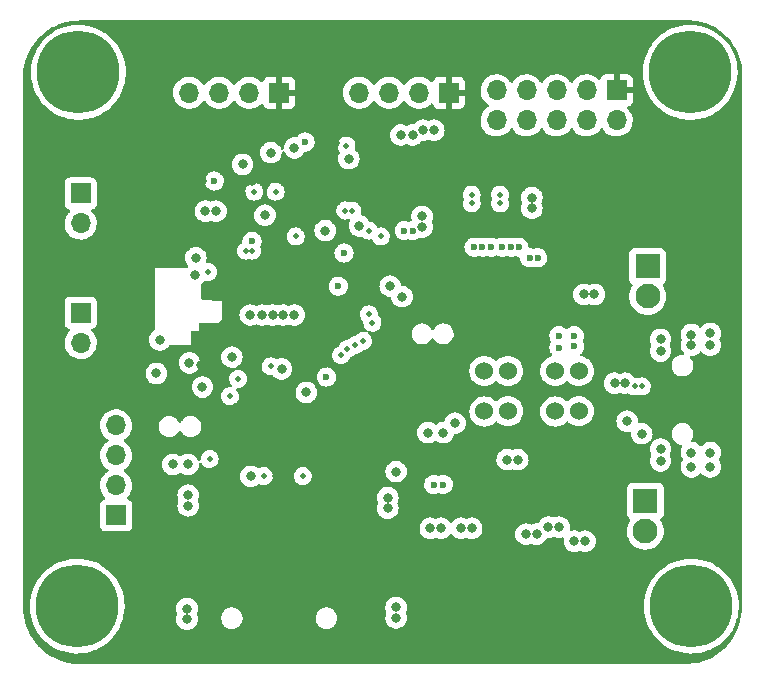
<source format=gbr>
%TF.GenerationSoftware,KiCad,Pcbnew,(6.0.7)*%
%TF.CreationDate,2022-09-11T16:04:50-07:00*%
%TF.ProjectId,All-in-one,416c6c2d-696e-42d6-9f6e-652e6b696361,rev?*%
%TF.SameCoordinates,Original*%
%TF.FileFunction,Copper,L3,Inr*%
%TF.FilePolarity,Positive*%
%FSLAX46Y46*%
G04 Gerber Fmt 4.6, Leading zero omitted, Abs format (unit mm)*
G04 Created by KiCad (PCBNEW (6.0.7)) date 2022-09-11 16:04:50*
%MOMM*%
%LPD*%
G01*
G04 APERTURE LIST*
%TA.AperFunction,ComponentPad*%
%ADD10R,1.700000X1.700000*%
%TD*%
%TA.AperFunction,ComponentPad*%
%ADD11O,1.700000X1.700000*%
%TD*%
%TA.AperFunction,ComponentPad*%
%ADD12R,2.100000X2.100000*%
%TD*%
%TA.AperFunction,ComponentPad*%
%ADD13C,2.100000*%
%TD*%
%TA.AperFunction,ComponentPad*%
%ADD14C,0.800000*%
%TD*%
%TA.AperFunction,ComponentPad*%
%ADD15C,7.000000*%
%TD*%
%TA.AperFunction,ComponentPad*%
%ADD16C,1.524000*%
%TD*%
%TA.AperFunction,ViaPad*%
%ADD17C,0.800000*%
%TD*%
%TA.AperFunction,ViaPad*%
%ADD18C,0.600000*%
%TD*%
%TA.AperFunction,ViaPad*%
%ADD19C,0.500000*%
%TD*%
G04 APERTURE END LIST*
D10*
%TO.N,+3.3V*%
%TO.C,J9*%
X56375000Y-22430000D03*
D11*
%TO.N,UART2_TX*%
X53835000Y-22430000D03*
%TO.N,UART2_RX*%
X51295000Y-22430000D03*
%TO.N,GND*%
X48755000Y-22430000D03*
%TD*%
D12*
%TO.N,LDO_IN*%
%TO.C,J2*%
X73000000Y-57000000D03*
D13*
%TO.N,GND*%
X73000000Y-59540000D03*
%TD*%
D10*
%TO.N,+3.3V*%
%TO.C,J10*%
X70575000Y-22225000D03*
D11*
%TO.N,SWDIO*%
X70575000Y-24765000D03*
%TO.N,GND*%
X68035000Y-22225000D03*
%TO.N,SWCLK*%
X68035000Y-24765000D03*
%TO.N,GND*%
X65495000Y-22225000D03*
%TO.N,SWO*%
X65495000Y-24765000D03*
%TO.N,unconnected-(J10-Pad7)*%
X62955000Y-22225000D03*
%TO.N,unconnected-(J10-Pad8)*%
X62955000Y-24765000D03*
%TO.N,GND*%
X60415000Y-22225000D03*
%TO.N,NRST*%
X60415000Y-24765000D03*
%TD*%
D10*
%TO.N,TIM3_CH4*%
%TO.C,J7*%
X25200000Y-41060000D03*
D11*
%TO.N,GND*%
X25200000Y-43600000D03*
%TD*%
D14*
%TO.N,GND*%
%TO.C,H3*%
X27525000Y-65900000D03*
X26756155Y-67756155D03*
X23043845Y-64043845D03*
X26756155Y-64043845D03*
X22275000Y-65900000D03*
X24900000Y-68525000D03*
X23043845Y-67756155D03*
X24900000Y-63275000D03*
D15*
X24900000Y-65900000D03*
%TD*%
%TO.N,GND*%
%TO.C,H4*%
X76900000Y-65900000D03*
D14*
X75043845Y-64043845D03*
X79525000Y-65900000D03*
X78756155Y-64043845D03*
X78756155Y-67756155D03*
X74275000Y-65900000D03*
X76900000Y-63275000D03*
X76900000Y-68525000D03*
X75043845Y-67756155D03*
%TD*%
D10*
%TO.N,GPIO_1*%
%TO.C,J5*%
X28200000Y-58210000D03*
D11*
%TO.N,GPIO_2*%
X28200000Y-55670000D03*
%TO.N,GPIO_3*%
X28200000Y-53130000D03*
%TO.N,GPIO_4*%
X28200000Y-50590000D03*
%TD*%
D10*
%TO.N,TIM2_CH4*%
%TO.C,J6*%
X25200000Y-30960000D03*
D11*
%TO.N,GND*%
X25200000Y-33500000D03*
%TD*%
D10*
%TO.N,+3.3V*%
%TO.C,J8*%
X42000000Y-22430000D03*
D11*
%TO.N,I2C1_SCL*%
X39460000Y-22430000D03*
%TO.N,I2C1_SDA*%
X36920000Y-22430000D03*
%TO.N,GND*%
X34380000Y-22430000D03*
%TD*%
D14*
%TO.N,GND*%
%TO.C,H1*%
X74943845Y-18843845D03*
X79425000Y-20700000D03*
X76800000Y-18075000D03*
X78656155Y-22556155D03*
X78656155Y-18843845D03*
X74943845Y-22556155D03*
D15*
X76800000Y-20700000D03*
D14*
X76800000Y-23325000D03*
X74175000Y-20700000D03*
%TD*%
D12*
%TO.N,+12V*%
%TO.C,J1*%
X73200000Y-37130000D03*
D13*
%TO.N,GND*%
X73200000Y-39670000D03*
%TD*%
D14*
%TO.N,GND*%
%TO.C,H2*%
X25000000Y-23325000D03*
X26856155Y-18843845D03*
X23143845Y-22556155D03*
X25000000Y-18075000D03*
X26856155Y-22556155D03*
X23143845Y-18843845D03*
X27625000Y-20700000D03*
X22375000Y-20700000D03*
D15*
X25000000Y-20700000D03*
%TD*%
D16*
%TO.N,BUCK_VIN*%
%TO.C,SW1*%
X67375000Y-45984783D03*
%TO.N,unconnected-(SW1-Pad2)*%
X61375000Y-45984783D03*
%TO.N,BUCK_VIN*%
X65375000Y-45984783D03*
%TO.N,unconnected-(SW1-Pad4)*%
X59375000Y-45984783D03*
%TO.N,unconnected-(SW1-Pad5)*%
X67375000Y-49384783D03*
%TO.N,LDO_IN*%
X61375000Y-49384783D03*
X65375000Y-49415218D03*
%TO.N,unconnected-(SW1-Pad8)*%
X59375000Y-49415218D03*
%TD*%
D17*
%TO.N,GND*%
X67800000Y-39500000D03*
X68700000Y-39500000D03*
%TO.N,+3.3V*%
X68375000Y-36125000D03*
D18*
%TO.N,BOOT0*%
X47500000Y-36000000D03*
X39700000Y-35000000D03*
D17*
%TO.N,+3.3V*%
X54400000Y-46100000D03*
X37900000Y-37800000D03*
D18*
X53800000Y-29349500D03*
D17*
X53700000Y-53700000D03*
X35500000Y-29900000D03*
X41800000Y-54900000D03*
X39200000Y-32800000D03*
X46700000Y-26700000D03*
D18*
X46200000Y-37200000D03*
X44900000Y-33000000D03*
D17*
X35400000Y-45450000D03*
X55700000Y-46100000D03*
D18*
X52400000Y-29700000D03*
D17*
X41000000Y-48900000D03*
X39700000Y-29900000D03*
X69275000Y-36125000D03*
X37300000Y-28500000D03*
X35200000Y-55100000D03*
D18*
X48700000Y-30900000D03*
X45900000Y-45500000D03*
X53200000Y-29900000D03*
D17*
X53700000Y-54600000D03*
X37500000Y-35300000D03*
%TO.N,+5V*%
X70400000Y-47018072D03*
X71300500Y-47018072D03*
X72700000Y-51300000D03*
D19*
%TO.N,SPI1_NSS*%
X44000000Y-54900000D03*
X38526444Y-46646444D03*
%TO.N,SPI1_SCK*%
X37820000Y-48130000D03*
X40700000Y-54900000D03*
%TO.N,SD_CARD_DET*%
X41274500Y-45600000D03*
X36110000Y-53450000D03*
%TO.N,GPIO_1*%
X47250500Y-44650000D03*
%TO.N,GPIO_2*%
X47786444Y-44113556D03*
%TO.N,GPIO_3*%
X48450000Y-43800000D03*
%TO.N,GPIO_4*%
X49100000Y-43450000D03*
D17*
%TO.N,I2C1_SDA*%
X40800000Y-32800000D03*
D19*
X41700000Y-30800000D03*
X39900000Y-30800000D03*
%TO.N,UART2_TX*%
X49900000Y-41900000D03*
X50600000Y-34600000D03*
%TO.N,UART2_RX*%
X49600000Y-41200000D03*
X49600000Y-34100000D03*
D17*
%TO.N,SWDIO*%
X51400000Y-38800000D03*
%TO.N,SWCLK*%
X48800000Y-33700000D03*
%TO.N,SWO*%
X45900000Y-34100000D03*
D19*
%TO.N,MPU_INT*%
X47700000Y-26900000D03*
X43400000Y-34600000D03*
D17*
%TO.N,GND*%
X71460000Y-50240000D03*
D19*
X72700000Y-47300000D03*
D17*
X34284598Y-53892919D03*
X62200000Y-53500000D03*
D18*
X36500000Y-29900000D03*
X55100000Y-55600000D03*
X46000000Y-46500000D03*
D19*
X60700000Y-31049500D03*
D17*
X38900000Y-28500000D03*
D19*
X47600000Y-32400000D03*
D17*
X76900000Y-52900000D03*
D18*
X47000000Y-38800000D03*
D17*
X34200000Y-66100000D03*
X74300000Y-44300000D03*
X78500000Y-54100000D03*
X36650000Y-32450000D03*
X34900000Y-37850000D03*
X42350000Y-41250000D03*
X74300000Y-43300000D03*
X74300000Y-53600000D03*
X74300000Y-52600000D03*
X78500000Y-42800000D03*
D18*
X55900000Y-55600000D03*
D17*
X33000000Y-53900000D03*
X56900000Y-50400000D03*
X78500000Y-43800000D03*
X43300000Y-27100000D03*
X43300000Y-41250000D03*
X76900000Y-42900000D03*
D18*
X53300000Y-34100000D03*
D17*
X54100000Y-33800000D03*
D19*
X36000000Y-37600000D03*
D17*
X35500000Y-47350000D03*
D19*
X72100000Y-47300000D03*
D17*
X54200000Y-25600000D03*
D18*
X67000000Y-43900000D03*
D17*
X51900000Y-66900000D03*
X34200000Y-67000000D03*
X54800000Y-59300000D03*
X39550000Y-41250000D03*
X53300000Y-26000000D03*
X63400000Y-32200000D03*
X67900000Y-60400000D03*
X41450000Y-41250000D03*
D18*
X59200000Y-35500000D03*
D17*
X31900000Y-43350000D03*
X47900000Y-28000000D03*
X51900000Y-54500000D03*
D19*
X39700000Y-35800000D03*
X58300000Y-31049500D03*
D17*
X62900000Y-59800000D03*
X39600000Y-54900000D03*
X78500000Y-52900000D03*
X51200000Y-57600000D03*
X55900000Y-51200000D03*
X34300000Y-57400000D03*
X35750000Y-32450000D03*
D19*
X58300000Y-31800000D03*
D17*
X52300000Y-26000000D03*
X40550000Y-41250000D03*
X44300000Y-47800000D03*
D18*
X63900000Y-36400000D03*
X63200000Y-36400000D03*
D17*
X51200000Y-56700000D03*
D18*
X58500000Y-35500000D03*
D19*
X48200000Y-32400000D03*
D17*
X65700000Y-59200000D03*
D18*
X59900000Y-35500000D03*
D17*
X41300000Y-27500000D03*
X67000000Y-60400000D03*
D19*
X60700000Y-31800000D03*
D17*
X34400000Y-45300000D03*
X34300000Y-56500000D03*
X58300000Y-59300000D03*
D18*
X61600000Y-35500000D03*
X52600000Y-34100000D03*
X67000000Y-43000000D03*
X65700000Y-44000000D03*
D17*
X63800000Y-59800000D03*
D19*
X39200000Y-35800000D03*
D17*
X55700000Y-59300000D03*
X52400000Y-39700000D03*
X61300000Y-53500000D03*
X34950000Y-36400000D03*
X55100000Y-25600000D03*
D18*
X65700000Y-43000000D03*
X62300000Y-35500000D03*
D17*
X54600000Y-51200000D03*
X76900000Y-43800000D03*
D18*
X44200000Y-26600000D03*
D17*
X57400000Y-59300000D03*
D18*
X60900000Y-35500000D03*
D17*
X63400000Y-31300000D03*
X54100000Y-32900000D03*
X51900000Y-66000000D03*
X31600000Y-46200000D03*
X76900000Y-54100000D03*
X64800000Y-59200000D03*
%TO.N,TIM2_CH4*%
X38000000Y-44804500D03*
%TO.N,TIM3_CH4*%
X42200000Y-45804500D03*
%TD*%
%TA.AperFunction,Conductor*%
%TO.N,+3.3V*%
G36*
X76765125Y-16310530D02*
G01*
X76768908Y-16311217D01*
X76771917Y-16311764D01*
X76771918Y-16311764D01*
X76780746Y-16313368D01*
X76789669Y-16312430D01*
X76789673Y-16312430D01*
X76801207Y-16311217D01*
X76823087Y-16310827D01*
X77177359Y-16335364D01*
X77188344Y-16336611D01*
X77569217Y-16396869D01*
X77580036Y-16399071D01*
X77835450Y-16462840D01*
X77954160Y-16492478D01*
X77964756Y-16495623D01*
X78138331Y-16555547D01*
X78329262Y-16621463D01*
X78339527Y-16625519D01*
X78476605Y-16686764D01*
X78691606Y-16782825D01*
X78701491Y-16787773D01*
X79038413Y-16975323D01*
X79047823Y-16981116D01*
X79367017Y-17197479D01*
X79375872Y-17204066D01*
X79547202Y-17343596D01*
X79674881Y-17447577D01*
X79683138Y-17454927D01*
X79959641Y-17723696D01*
X79967222Y-17731741D01*
X80219108Y-18023715D01*
X80225954Y-18032393D01*
X80451279Y-18345316D01*
X80457335Y-18354556D01*
X80592435Y-18581837D01*
X80654367Y-18686026D01*
X80659593Y-18695766D01*
X80826817Y-19043233D01*
X80831169Y-19053394D01*
X80967294Y-19414173D01*
X80970737Y-19424670D01*
X81003037Y-19540019D01*
X81074718Y-19796001D01*
X81077229Y-19806766D01*
X81148265Y-20185782D01*
X81149822Y-20196725D01*
X81187365Y-20580489D01*
X81187958Y-20591527D01*
X81191037Y-20907069D01*
X81191351Y-20939298D01*
X81189124Y-20964143D01*
X81186822Y-20976203D01*
X81187682Y-20985140D01*
X81190921Y-21018811D01*
X81191500Y-21030877D01*
X81191500Y-65857010D01*
X81190365Y-65873887D01*
X81188206Y-65889864D01*
X81186287Y-65904058D01*
X81189404Y-65924664D01*
X81190790Y-65946339D01*
X81189582Y-66000000D01*
X81182535Y-66313166D01*
X81181837Y-66323879D01*
X81139078Y-66719254D01*
X81137470Y-66729868D01*
X81061211Y-67120160D01*
X81058705Y-67130600D01*
X80949498Y-67512984D01*
X80946113Y-67523171D01*
X80804749Y-67894878D01*
X80800508Y-67904741D01*
X80628026Y-68263041D01*
X80622962Y-68272507D01*
X80420588Y-68614852D01*
X80414739Y-68623848D01*
X80267832Y-68830015D01*
X80183965Y-68947712D01*
X80177368Y-68956182D01*
X79919859Y-69259227D01*
X79912565Y-69267104D01*
X79630200Y-69547122D01*
X79622262Y-69554350D01*
X79317080Y-69809321D01*
X79308555Y-69815847D01*
X78982784Y-70043905D01*
X78973735Y-70049682D01*
X78629719Y-70249189D01*
X78620211Y-70254174D01*
X78260472Y-70423666D01*
X78250574Y-70427824D01*
X78135337Y-70470553D01*
X77877698Y-70566083D01*
X77867493Y-70569379D01*
X77742205Y-70604033D01*
X77484213Y-70675391D01*
X77473753Y-70677810D01*
X77082830Y-70750811D01*
X77072203Y-70752330D01*
X76714523Y-70787995D01*
X76689731Y-70788016D01*
X76677120Y-70786780D01*
X76663743Y-70789308D01*
X76640345Y-70791500D01*
X25055087Y-70791500D01*
X25033465Y-70789631D01*
X25024365Y-70788046D01*
X25024364Y-70788046D01*
X25015518Y-70786505D01*
X24995021Y-70788811D01*
X24973177Y-70789361D01*
X24597286Y-70766148D01*
X24586364Y-70764993D01*
X24183735Y-70704538D01*
X24172937Y-70702431D01*
X23777117Y-70607075D01*
X23766542Y-70604033D01*
X23579726Y-70541343D01*
X23380548Y-70474504D01*
X23370291Y-70470555D01*
X22997088Y-70307848D01*
X22987202Y-70303014D01*
X22629613Y-70108362D01*
X22620187Y-70102684D01*
X22333186Y-69912240D01*
X22280938Y-69877570D01*
X22272047Y-69871093D01*
X22198908Y-69812764D01*
X21953751Y-69617251D01*
X21945455Y-69610021D01*
X21811174Y-69482245D01*
X21650503Y-69329358D01*
X21642872Y-69321433D01*
X21587998Y-69259227D01*
X21373542Y-69016114D01*
X21366632Y-69007555D01*
X21328742Y-68956182D01*
X21124969Y-68679902D01*
X21118830Y-68670769D01*
X20906681Y-68323286D01*
X20901362Y-68313653D01*
X20720335Y-67948973D01*
X20715877Y-67938912D01*
X20567359Y-67559830D01*
X20563797Y-67549419D01*
X20448920Y-67158821D01*
X20446279Y-67148138D01*
X20440647Y-67120160D01*
X20365924Y-66749014D01*
X20364226Y-66738150D01*
X20363301Y-66729868D01*
X20319001Y-66333534D01*
X20318257Y-66322559D01*
X20317476Y-66289928D01*
X20310866Y-66014013D01*
X20309420Y-65953630D01*
X20311289Y-65928785D01*
X20313467Y-65916410D01*
X20309266Y-65878474D01*
X20308500Y-65864606D01*
X20308500Y-65843965D01*
X20887057Y-65843965D01*
X20889465Y-65912931D01*
X20898402Y-66168839D01*
X20900741Y-66235827D01*
X20901147Y-66238871D01*
X20901148Y-66238881D01*
X20922639Y-66399948D01*
X20952599Y-66624484D01*
X20953299Y-66627468D01*
X20953300Y-66627474D01*
X20997668Y-66816635D01*
X21042136Y-67006225D01*
X21168496Y-67377407D01*
X21330475Y-67734487D01*
X21526525Y-68074056D01*
X21528314Y-68076554D01*
X21528316Y-68076558D01*
X21628047Y-68215860D01*
X21754776Y-68392874D01*
X21756802Y-68395189D01*
X21756805Y-68395192D01*
X21953150Y-68619474D01*
X22013049Y-68687896D01*
X22298878Y-68956308D01*
X22609536Y-69195546D01*
X22612139Y-69197173D01*
X22612144Y-69197176D01*
X22711447Y-69259227D01*
X22942056Y-69403328D01*
X23293266Y-69577670D01*
X23659812Y-69716907D01*
X24038195Y-69819712D01*
X24336419Y-69870153D01*
X24421783Y-69884591D01*
X24421786Y-69884591D01*
X24424805Y-69885102D01*
X24579444Y-69895916D01*
X24812885Y-69912240D01*
X24812893Y-69912240D01*
X24815951Y-69912454D01*
X25068037Y-69905413D01*
X25204825Y-69901592D01*
X25204828Y-69901592D01*
X25207899Y-69901506D01*
X25210952Y-69901120D01*
X25210956Y-69901120D01*
X25397353Y-69877572D01*
X25596908Y-69852362D01*
X25599912Y-69851680D01*
X25599915Y-69851679D01*
X25976269Y-69766174D01*
X25976275Y-69766172D01*
X25979265Y-69765493D01*
X25982184Y-69764522D01*
X26348396Y-69642700D01*
X26348402Y-69642698D01*
X26351320Y-69641727D01*
X26492735Y-69578765D01*
X26706722Y-69483492D01*
X26706728Y-69483489D01*
X26709522Y-69482245D01*
X26712191Y-69480729D01*
X27047784Y-69290086D01*
X27047790Y-69290083D01*
X27050452Y-69288570D01*
X27370855Y-69062550D01*
X27667674Y-68806344D01*
X27938074Y-68522395D01*
X28133308Y-68272507D01*
X28177565Y-68215860D01*
X28177567Y-68215857D01*
X28179475Y-68213415D01*
X28389574Y-67882354D01*
X28435661Y-67791118D01*
X28492363Y-67678866D01*
X28566363Y-67532370D01*
X28567473Y-67529509D01*
X28707041Y-67169681D01*
X28707044Y-67169672D01*
X28708156Y-67166805D01*
X28754729Y-67000000D01*
X33286496Y-67000000D01*
X33287186Y-67006565D01*
X33303189Y-67158821D01*
X33306458Y-67189928D01*
X33365473Y-67371556D01*
X33460960Y-67536944D01*
X33465378Y-67541851D01*
X33465379Y-67541852D01*
X33494285Y-67573955D01*
X33588747Y-67678866D01*
X33743248Y-67791118D01*
X33749276Y-67793802D01*
X33749278Y-67793803D01*
X33799985Y-67816379D01*
X33917712Y-67868794D01*
X34011112Y-67888647D01*
X34098056Y-67907128D01*
X34098061Y-67907128D01*
X34104513Y-67908500D01*
X34295487Y-67908500D01*
X34301939Y-67907128D01*
X34301944Y-67907128D01*
X34388888Y-67888647D01*
X34482288Y-67868794D01*
X34600015Y-67816379D01*
X34650722Y-67793803D01*
X34650724Y-67793802D01*
X34656752Y-67791118D01*
X34811253Y-67678866D01*
X34905715Y-67573955D01*
X34934621Y-67541852D01*
X34934622Y-67541851D01*
X34939040Y-67536944D01*
X35034527Y-67371556D01*
X35093542Y-67189928D01*
X35096812Y-67158821D01*
X35112814Y-67006565D01*
X35113150Y-67003366D01*
X37081500Y-67003366D01*
X37121206Y-67190167D01*
X37123891Y-67196197D01*
X37123891Y-67196198D01*
X37159991Y-67277279D01*
X37198882Y-67364631D01*
X37311134Y-67519132D01*
X37316044Y-67523553D01*
X37316045Y-67523554D01*
X37350640Y-67554703D01*
X37453056Y-67646919D01*
X37618444Y-67742406D01*
X37800072Y-67801421D01*
X37806633Y-67802111D01*
X37806635Y-67802111D01*
X37854371Y-67807128D01*
X37942390Y-67816379D01*
X38037610Y-67816379D01*
X38125629Y-67807128D01*
X38173365Y-67802111D01*
X38173367Y-67802111D01*
X38179928Y-67801421D01*
X38361556Y-67742406D01*
X38526944Y-67646919D01*
X38629361Y-67554703D01*
X38663955Y-67523554D01*
X38663956Y-67523553D01*
X38668866Y-67519132D01*
X38781118Y-67364631D01*
X38820010Y-67277279D01*
X38856109Y-67196198D01*
X38856109Y-67196197D01*
X38858794Y-67190167D01*
X38898500Y-67003366D01*
X45081500Y-67003366D01*
X45121206Y-67190167D01*
X45123891Y-67196197D01*
X45123891Y-67196198D01*
X45159991Y-67277279D01*
X45198882Y-67364631D01*
X45311134Y-67519132D01*
X45316044Y-67523553D01*
X45316045Y-67523554D01*
X45350640Y-67554703D01*
X45453056Y-67646919D01*
X45618444Y-67742406D01*
X45800072Y-67801421D01*
X45806633Y-67802111D01*
X45806635Y-67802111D01*
X45854371Y-67807128D01*
X45942390Y-67816379D01*
X46037610Y-67816379D01*
X46125629Y-67807128D01*
X46173365Y-67802111D01*
X46173367Y-67802111D01*
X46179928Y-67801421D01*
X46361556Y-67742406D01*
X46526944Y-67646919D01*
X46629361Y-67554703D01*
X46663955Y-67523554D01*
X46663956Y-67523553D01*
X46668866Y-67519132D01*
X46781118Y-67364631D01*
X46820010Y-67277279D01*
X46856109Y-67196198D01*
X46856109Y-67196197D01*
X46858794Y-67190167D01*
X46898500Y-67003366D01*
X46898500Y-66900000D01*
X50986496Y-66900000D01*
X50987186Y-66906565D01*
X50997661Y-67006225D01*
X51006458Y-67089928D01*
X51065473Y-67271556D01*
X51160960Y-67436944D01*
X51165378Y-67441851D01*
X51165379Y-67441852D01*
X51271607Y-67559830D01*
X51288747Y-67578866D01*
X51376331Y-67642500D01*
X51426385Y-67678866D01*
X51443248Y-67691118D01*
X51449276Y-67693802D01*
X51449278Y-67693803D01*
X51611681Y-67766109D01*
X51617712Y-67768794D01*
X51704479Y-67787237D01*
X51798056Y-67807128D01*
X51798061Y-67807128D01*
X51804513Y-67808500D01*
X51995487Y-67808500D01*
X52001939Y-67807128D01*
X52001944Y-67807128D01*
X52095521Y-67787237D01*
X52182288Y-67768794D01*
X52188319Y-67766109D01*
X52350722Y-67693803D01*
X52350724Y-67693802D01*
X52356752Y-67691118D01*
X52373616Y-67678866D01*
X52423669Y-67642500D01*
X52511253Y-67578866D01*
X52528393Y-67559830D01*
X52634621Y-67441852D01*
X52634622Y-67441851D01*
X52639040Y-67436944D01*
X52734527Y-67271556D01*
X52793542Y-67089928D01*
X52802340Y-67006225D01*
X52812814Y-66906565D01*
X52813504Y-66900000D01*
X52804052Y-66810072D01*
X52794232Y-66716635D01*
X52794232Y-66716633D01*
X52793542Y-66710072D01*
X52734527Y-66528444D01*
X52725611Y-66513001D01*
X52708872Y-66444007D01*
X52725611Y-66386998D01*
X52731224Y-66377277D01*
X52734527Y-66371556D01*
X52793542Y-66189928D01*
X52796106Y-66165538D01*
X52812814Y-66006565D01*
X52813504Y-66000000D01*
X52804742Y-65916635D01*
X52797104Y-65843965D01*
X72887057Y-65843965D01*
X72889465Y-65912931D01*
X72898402Y-66168839D01*
X72900741Y-66235827D01*
X72901147Y-66238871D01*
X72901148Y-66238881D01*
X72922639Y-66399948D01*
X72952599Y-66624484D01*
X72953299Y-66627468D01*
X72953300Y-66627474D01*
X72997668Y-66816635D01*
X73042136Y-67006225D01*
X73168496Y-67377407D01*
X73330475Y-67734487D01*
X73526525Y-68074056D01*
X73528314Y-68076554D01*
X73528316Y-68076558D01*
X73628047Y-68215860D01*
X73754776Y-68392874D01*
X73756802Y-68395189D01*
X73756805Y-68395192D01*
X73953150Y-68619474D01*
X74013049Y-68687896D01*
X74298878Y-68956308D01*
X74609536Y-69195546D01*
X74612139Y-69197173D01*
X74612144Y-69197176D01*
X74711447Y-69259227D01*
X74942056Y-69403328D01*
X75293266Y-69577670D01*
X75659812Y-69716907D01*
X76038195Y-69819712D01*
X76336419Y-69870153D01*
X76421783Y-69884591D01*
X76421786Y-69884591D01*
X76424805Y-69885102D01*
X76579444Y-69895916D01*
X76812885Y-69912240D01*
X76812893Y-69912240D01*
X76815951Y-69912454D01*
X77068037Y-69905413D01*
X77204825Y-69901592D01*
X77204828Y-69901592D01*
X77207899Y-69901506D01*
X77210952Y-69901120D01*
X77210956Y-69901120D01*
X77397353Y-69877572D01*
X77596908Y-69852362D01*
X77599912Y-69851680D01*
X77599915Y-69851679D01*
X77976269Y-69766174D01*
X77976275Y-69766172D01*
X77979265Y-69765493D01*
X77982184Y-69764522D01*
X78348396Y-69642700D01*
X78348402Y-69642698D01*
X78351320Y-69641727D01*
X78492735Y-69578765D01*
X78706722Y-69483492D01*
X78706728Y-69483489D01*
X78709522Y-69482245D01*
X78712191Y-69480729D01*
X79047784Y-69290086D01*
X79047790Y-69290083D01*
X79050452Y-69288570D01*
X79370855Y-69062550D01*
X79667674Y-68806344D01*
X79938074Y-68522395D01*
X80133308Y-68272507D01*
X80177565Y-68215860D01*
X80177567Y-68215857D01*
X80179475Y-68213415D01*
X80389574Y-67882354D01*
X80435661Y-67791118D01*
X80492363Y-67678866D01*
X80566363Y-67532370D01*
X80567473Y-67529509D01*
X80707041Y-67169681D01*
X80707044Y-67169672D01*
X80708156Y-67166805D01*
X80791247Y-66869207D01*
X80812772Y-66792114D01*
X80812773Y-66792112D01*
X80813600Y-66789148D01*
X80881688Y-66403004D01*
X80899960Y-66165538D01*
X80911619Y-66014013D01*
X80911619Y-66014002D01*
X80911769Y-66012059D01*
X80913334Y-65900000D01*
X80913098Y-65895164D01*
X80896855Y-65563056D01*
X80894180Y-65508367D01*
X80836901Y-65120473D01*
X80742043Y-64740019D01*
X80610512Y-64370637D01*
X80443564Y-64015854D01*
X80441997Y-64013225D01*
X80441992Y-64013216D01*
X80244361Y-63681689D01*
X80242791Y-63679055D01*
X80240977Y-63676595D01*
X80240972Y-63676587D01*
X80011933Y-63365926D01*
X80011931Y-63365923D01*
X80010111Y-63363455D01*
X79747744Y-63072068D01*
X79458195Y-62807673D01*
X79144228Y-62572795D01*
X79096015Y-62543596D01*
X78811467Y-62371267D01*
X78811458Y-62371262D01*
X78808839Y-62369676D01*
X78455229Y-62200255D01*
X78452339Y-62199203D01*
X78452334Y-62199201D01*
X78089674Y-62067204D01*
X78089671Y-62067203D01*
X78086775Y-62066149D01*
X77810563Y-61995229D01*
X77709977Y-61969403D01*
X77709974Y-61969402D01*
X77706993Y-61968637D01*
X77319508Y-61908651D01*
X76928018Y-61886764D01*
X76924939Y-61886893D01*
X76924936Y-61886893D01*
X76669188Y-61897612D01*
X76536261Y-61903183D01*
X76533217Y-61903611D01*
X76533215Y-61903611D01*
X76322778Y-61933186D01*
X76147976Y-61957753D01*
X75766869Y-62049953D01*
X75396579Y-62178902D01*
X75040638Y-62343369D01*
X74702446Y-62541785D01*
X74542444Y-62658033D01*
X74387711Y-62770453D01*
X74387705Y-62770458D01*
X74385230Y-62772256D01*
X74382944Y-62774285D01*
X74382941Y-62774288D01*
X74303123Y-62845154D01*
X74092017Y-63032583D01*
X74089938Y-63034828D01*
X74089931Y-63034835D01*
X73827694Y-63318026D01*
X73825608Y-63320279D01*
X73588544Y-63632599D01*
X73383089Y-63966562D01*
X73211203Y-64318980D01*
X73074527Y-64686489D01*
X72974367Y-65065581D01*
X72964981Y-65123534D01*
X72916780Y-65421134D01*
X72911677Y-65452638D01*
X72911483Y-65455718D01*
X72911483Y-65455720D01*
X72907978Y-65511440D01*
X72887057Y-65843965D01*
X52797104Y-65843965D01*
X52794232Y-65816635D01*
X52794232Y-65816633D01*
X52793542Y-65810072D01*
X52734527Y-65628444D01*
X52639040Y-65463056D01*
X52511253Y-65321134D01*
X52356752Y-65208882D01*
X52350724Y-65206198D01*
X52350722Y-65206197D01*
X52188319Y-65133891D01*
X52188318Y-65133891D01*
X52182288Y-65131206D01*
X52088888Y-65111353D01*
X52001944Y-65092872D01*
X52001939Y-65092872D01*
X51995487Y-65091500D01*
X51804513Y-65091500D01*
X51798061Y-65092872D01*
X51798056Y-65092872D01*
X51711112Y-65111353D01*
X51617712Y-65131206D01*
X51611682Y-65133891D01*
X51611681Y-65133891D01*
X51449278Y-65206197D01*
X51449276Y-65206198D01*
X51443248Y-65208882D01*
X51288747Y-65321134D01*
X51160960Y-65463056D01*
X51065473Y-65628444D01*
X51006458Y-65810072D01*
X51005768Y-65816633D01*
X51005768Y-65816635D01*
X50995258Y-65916635D01*
X50986496Y-66000000D01*
X50987186Y-66006565D01*
X51003895Y-66165538D01*
X51006458Y-66189928D01*
X51065473Y-66371556D01*
X51068776Y-66377277D01*
X51074389Y-66386998D01*
X51091128Y-66455993D01*
X51074390Y-66513000D01*
X51065473Y-66528444D01*
X51006458Y-66710072D01*
X51005768Y-66716633D01*
X51005768Y-66716635D01*
X50995948Y-66810072D01*
X50986496Y-66900000D01*
X46898500Y-66900000D01*
X46898500Y-66812392D01*
X46896673Y-66803794D01*
X46860166Y-66632048D01*
X46858794Y-66625591D01*
X46815542Y-66528444D01*
X46783803Y-66457157D01*
X46783802Y-66457155D01*
X46781118Y-66451127D01*
X46668866Y-66296626D01*
X46526944Y-66168839D01*
X46426010Y-66110565D01*
X46367279Y-66076656D01*
X46367278Y-66076655D01*
X46361556Y-66073352D01*
X46179928Y-66014337D01*
X46173367Y-66013647D01*
X46173365Y-66013647D01*
X46105981Y-66006565D01*
X46037610Y-65999379D01*
X45942390Y-65999379D01*
X45874019Y-66006565D01*
X45806635Y-66013647D01*
X45806633Y-66013647D01*
X45800072Y-66014337D01*
X45618444Y-66073352D01*
X45612722Y-66076655D01*
X45612721Y-66076656D01*
X45553990Y-66110565D01*
X45453056Y-66168839D01*
X45311134Y-66296626D01*
X45198882Y-66451127D01*
X45196198Y-66457155D01*
X45196197Y-66457157D01*
X45164458Y-66528444D01*
X45121206Y-66625591D01*
X45119834Y-66632048D01*
X45083328Y-66803794D01*
X45081500Y-66812392D01*
X45081500Y-67003366D01*
X38898500Y-67003366D01*
X38898500Y-66812392D01*
X38896673Y-66803794D01*
X38860166Y-66632048D01*
X38858794Y-66625591D01*
X38815542Y-66528444D01*
X38783803Y-66457157D01*
X38783802Y-66457155D01*
X38781118Y-66451127D01*
X38668866Y-66296626D01*
X38526944Y-66168839D01*
X38426010Y-66110565D01*
X38367279Y-66076656D01*
X38367278Y-66076655D01*
X38361556Y-66073352D01*
X38179928Y-66014337D01*
X38173367Y-66013647D01*
X38173365Y-66013647D01*
X38105981Y-66006565D01*
X38037610Y-65999379D01*
X37942390Y-65999379D01*
X37874019Y-66006565D01*
X37806635Y-66013647D01*
X37806633Y-66013647D01*
X37800072Y-66014337D01*
X37618444Y-66073352D01*
X37612722Y-66076655D01*
X37612721Y-66076656D01*
X37553990Y-66110565D01*
X37453056Y-66168839D01*
X37311134Y-66296626D01*
X37198882Y-66451127D01*
X37196198Y-66457155D01*
X37196197Y-66457157D01*
X37164458Y-66528444D01*
X37121206Y-66625591D01*
X37119834Y-66632048D01*
X37083328Y-66803794D01*
X37081500Y-66812392D01*
X37081500Y-67003366D01*
X35113150Y-67003366D01*
X35113504Y-67000000D01*
X35093542Y-66810072D01*
X35034527Y-66628444D01*
X35025611Y-66613001D01*
X35008872Y-66544007D01*
X35025611Y-66486998D01*
X35031224Y-66477277D01*
X35034527Y-66471556D01*
X35093542Y-66289928D01*
X35103393Y-66196206D01*
X35112814Y-66106565D01*
X35113504Y-66100000D01*
X35102965Y-65999723D01*
X35094232Y-65916635D01*
X35094232Y-65916633D01*
X35093542Y-65910072D01*
X35034527Y-65728444D01*
X34939040Y-65563056D01*
X34811253Y-65421134D01*
X34680375Y-65326045D01*
X34662094Y-65312763D01*
X34662093Y-65312762D01*
X34656752Y-65308882D01*
X34650724Y-65306198D01*
X34650722Y-65306197D01*
X34488319Y-65233891D01*
X34488318Y-65233891D01*
X34482288Y-65231206D01*
X34388887Y-65211353D01*
X34301944Y-65192872D01*
X34301939Y-65192872D01*
X34295487Y-65191500D01*
X34104513Y-65191500D01*
X34098061Y-65192872D01*
X34098056Y-65192872D01*
X34011113Y-65211353D01*
X33917712Y-65231206D01*
X33911682Y-65233891D01*
X33911681Y-65233891D01*
X33749278Y-65306197D01*
X33749276Y-65306198D01*
X33743248Y-65308882D01*
X33737907Y-65312762D01*
X33737906Y-65312763D01*
X33719625Y-65326045D01*
X33588747Y-65421134D01*
X33460960Y-65563056D01*
X33365473Y-65728444D01*
X33306458Y-65910072D01*
X33305768Y-65916633D01*
X33305768Y-65916635D01*
X33297035Y-65999723D01*
X33286496Y-66100000D01*
X33287186Y-66106565D01*
X33296608Y-66196206D01*
X33306458Y-66289928D01*
X33365473Y-66471556D01*
X33368776Y-66477277D01*
X33374389Y-66486998D01*
X33391128Y-66555993D01*
X33374390Y-66613000D01*
X33365473Y-66628444D01*
X33306458Y-66810072D01*
X33286496Y-67000000D01*
X28754729Y-67000000D01*
X28791247Y-66869207D01*
X28812772Y-66792114D01*
X28812773Y-66792112D01*
X28813600Y-66789148D01*
X28881688Y-66403004D01*
X28899960Y-66165538D01*
X28911619Y-66014013D01*
X28911619Y-66014002D01*
X28911769Y-66012059D01*
X28913334Y-65900000D01*
X28913098Y-65895164D01*
X28896855Y-65563056D01*
X28894180Y-65508367D01*
X28836901Y-65120473D01*
X28742043Y-64740019D01*
X28610512Y-64370637D01*
X28443564Y-64015854D01*
X28441997Y-64013225D01*
X28441992Y-64013216D01*
X28244361Y-63681689D01*
X28242791Y-63679055D01*
X28240977Y-63676595D01*
X28240972Y-63676587D01*
X28011933Y-63365926D01*
X28011931Y-63365923D01*
X28010111Y-63363455D01*
X27747744Y-63072068D01*
X27458195Y-62807673D01*
X27144228Y-62572795D01*
X27096015Y-62543596D01*
X26811467Y-62371267D01*
X26811458Y-62371262D01*
X26808839Y-62369676D01*
X26455229Y-62200255D01*
X26452339Y-62199203D01*
X26452334Y-62199201D01*
X26089674Y-62067204D01*
X26089671Y-62067203D01*
X26086775Y-62066149D01*
X25810563Y-61995229D01*
X25709977Y-61969403D01*
X25709974Y-61969402D01*
X25706993Y-61968637D01*
X25319508Y-61908651D01*
X24928018Y-61886764D01*
X24924939Y-61886893D01*
X24924936Y-61886893D01*
X24669188Y-61897612D01*
X24536261Y-61903183D01*
X24533217Y-61903611D01*
X24533215Y-61903611D01*
X24322778Y-61933186D01*
X24147976Y-61957753D01*
X23766869Y-62049953D01*
X23396579Y-62178902D01*
X23040638Y-62343369D01*
X22702446Y-62541785D01*
X22542444Y-62658033D01*
X22387711Y-62770453D01*
X22387705Y-62770458D01*
X22385230Y-62772256D01*
X22382944Y-62774285D01*
X22382941Y-62774288D01*
X22303123Y-62845154D01*
X22092017Y-63032583D01*
X22089938Y-63034828D01*
X22089931Y-63034835D01*
X21827694Y-63318026D01*
X21825608Y-63320279D01*
X21588544Y-63632599D01*
X21383089Y-63966562D01*
X21211203Y-64318980D01*
X21074527Y-64686489D01*
X20974367Y-65065581D01*
X20964981Y-65123534D01*
X20916780Y-65421134D01*
X20911677Y-65452638D01*
X20911483Y-65455718D01*
X20911483Y-65455720D01*
X20907978Y-65511440D01*
X20887057Y-65843965D01*
X20308500Y-65843965D01*
X20308500Y-55636695D01*
X26837251Y-55636695D01*
X26837548Y-55641848D01*
X26837548Y-55641851D01*
X26844713Y-55766109D01*
X26850110Y-55859715D01*
X26851247Y-55864761D01*
X26851248Y-55864767D01*
X26859609Y-55901866D01*
X26899222Y-56077639D01*
X26983266Y-56284616D01*
X27002887Y-56316635D01*
X27052134Y-56396998D01*
X27099987Y-56475088D01*
X27246250Y-56643938D01*
X27250230Y-56647242D01*
X27254981Y-56651187D01*
X27294616Y-56710090D01*
X27296113Y-56781071D01*
X27258997Y-56841593D01*
X27218725Y-56866112D01*
X27188943Y-56877277D01*
X27103295Y-56909385D01*
X26986739Y-56996739D01*
X26899385Y-57113295D01*
X26848255Y-57249684D01*
X26841500Y-57311866D01*
X26841500Y-59108134D01*
X26848255Y-59170316D01*
X26899385Y-59306705D01*
X26986739Y-59423261D01*
X27103295Y-59510615D01*
X27239684Y-59561745D01*
X27301866Y-59568500D01*
X29098134Y-59568500D01*
X29160316Y-59561745D01*
X29296705Y-59510615D01*
X29413261Y-59423261D01*
X29500615Y-59306705D01*
X29503129Y-59300000D01*
X53886496Y-59300000D01*
X53887186Y-59306565D01*
X53905116Y-59477155D01*
X53906458Y-59489928D01*
X53965473Y-59671556D01*
X54060960Y-59836944D01*
X54188747Y-59978866D01*
X54343248Y-60091118D01*
X54349276Y-60093802D01*
X54349278Y-60093803D01*
X54509799Y-60165271D01*
X54517712Y-60168794D01*
X54611113Y-60188647D01*
X54698056Y-60207128D01*
X54698061Y-60207128D01*
X54704513Y-60208500D01*
X54895487Y-60208500D01*
X54901939Y-60207128D01*
X54901944Y-60207128D01*
X54988887Y-60188647D01*
X55082288Y-60168794D01*
X55198752Y-60116941D01*
X55269118Y-60107507D01*
X55301246Y-60116940D01*
X55417712Y-60168794D01*
X55511113Y-60188647D01*
X55598056Y-60207128D01*
X55598061Y-60207128D01*
X55604513Y-60208500D01*
X55795487Y-60208500D01*
X55801939Y-60207128D01*
X55801944Y-60207128D01*
X55888887Y-60188647D01*
X55982288Y-60168794D01*
X55990201Y-60165271D01*
X56150722Y-60093803D01*
X56150724Y-60093802D01*
X56156752Y-60091118D01*
X56311253Y-59978866D01*
X56439040Y-59836944D01*
X56442341Y-59831226D01*
X56446224Y-59825882D01*
X56447878Y-59827084D01*
X56492259Y-59784764D01*
X56561972Y-59771325D01*
X56627884Y-59797709D01*
X56652868Y-59826542D01*
X56653776Y-59825882D01*
X56657659Y-59831226D01*
X56660960Y-59836944D01*
X56788747Y-59978866D01*
X56943248Y-60091118D01*
X56949276Y-60093802D01*
X56949278Y-60093803D01*
X57109799Y-60165271D01*
X57117712Y-60168794D01*
X57211113Y-60188647D01*
X57298056Y-60207128D01*
X57298061Y-60207128D01*
X57304513Y-60208500D01*
X57495487Y-60208500D01*
X57501939Y-60207128D01*
X57501944Y-60207128D01*
X57588887Y-60188647D01*
X57682288Y-60168794D01*
X57798752Y-60116941D01*
X57869118Y-60107507D01*
X57901246Y-60116940D01*
X58017712Y-60168794D01*
X58111113Y-60188647D01*
X58198056Y-60207128D01*
X58198061Y-60207128D01*
X58204513Y-60208500D01*
X58395487Y-60208500D01*
X58401939Y-60207128D01*
X58401944Y-60207128D01*
X58488887Y-60188647D01*
X58582288Y-60168794D01*
X58590201Y-60165271D01*
X58750722Y-60093803D01*
X58750724Y-60093802D01*
X58756752Y-60091118D01*
X58911253Y-59978866D01*
X59039040Y-59836944D01*
X59060370Y-59800000D01*
X61986496Y-59800000D01*
X61987186Y-59806565D01*
X61992608Y-59858148D01*
X62006458Y-59989928D01*
X62065473Y-60171556D01*
X62068776Y-60177278D01*
X62068777Y-60177279D01*
X62086803Y-60208500D01*
X62160960Y-60336944D01*
X62288747Y-60478866D01*
X62443248Y-60591118D01*
X62449276Y-60593802D01*
X62449278Y-60593803D01*
X62565242Y-60645433D01*
X62617712Y-60668794D01*
X62711112Y-60688647D01*
X62798056Y-60707128D01*
X62798061Y-60707128D01*
X62804513Y-60708500D01*
X62995487Y-60708500D01*
X63001939Y-60707128D01*
X63001944Y-60707128D01*
X63088888Y-60688647D01*
X63182288Y-60668794D01*
X63298752Y-60616941D01*
X63369118Y-60607507D01*
X63401246Y-60616940D01*
X63517712Y-60668794D01*
X63611112Y-60688647D01*
X63698056Y-60707128D01*
X63698061Y-60707128D01*
X63704513Y-60708500D01*
X63895487Y-60708500D01*
X63901939Y-60707128D01*
X63901944Y-60707128D01*
X63988888Y-60688647D01*
X64082288Y-60668794D01*
X64134758Y-60645433D01*
X64250722Y-60593803D01*
X64250724Y-60593802D01*
X64256752Y-60591118D01*
X64411253Y-60478866D01*
X64539040Y-60336944D01*
X64634527Y-60171556D01*
X64637176Y-60173085D01*
X64674650Y-60129086D01*
X64743671Y-60108500D01*
X64895487Y-60108500D01*
X64901939Y-60107128D01*
X64901944Y-60107128D01*
X64995521Y-60087237D01*
X65082288Y-60068794D01*
X65198752Y-60016941D01*
X65269118Y-60007507D01*
X65301246Y-60016940D01*
X65417712Y-60068794D01*
X65504479Y-60087237D01*
X65598056Y-60107128D01*
X65598061Y-60107128D01*
X65604513Y-60108500D01*
X65795487Y-60108500D01*
X65801939Y-60107128D01*
X65801944Y-60107128D01*
X65895521Y-60087237D01*
X65954850Y-60074626D01*
X66025640Y-60080028D01*
X66082272Y-60122845D01*
X66106766Y-60189482D01*
X66106356Y-60211042D01*
X66086496Y-60400000D01*
X66106458Y-60589928D01*
X66165473Y-60771556D01*
X66260960Y-60936944D01*
X66388747Y-61078866D01*
X66543248Y-61191118D01*
X66549276Y-61193802D01*
X66549278Y-61193803D01*
X66711681Y-61266109D01*
X66717712Y-61268794D01*
X66811113Y-61288647D01*
X66898056Y-61307128D01*
X66898061Y-61307128D01*
X66904513Y-61308500D01*
X67095487Y-61308500D01*
X67101939Y-61307128D01*
X67101944Y-61307128D01*
X67188887Y-61288647D01*
X67282288Y-61268794D01*
X67398752Y-61216941D01*
X67469118Y-61207507D01*
X67501246Y-61216940D01*
X67617712Y-61268794D01*
X67711113Y-61288647D01*
X67798056Y-61307128D01*
X67798061Y-61307128D01*
X67804513Y-61308500D01*
X67995487Y-61308500D01*
X68001939Y-61307128D01*
X68001944Y-61307128D01*
X68088887Y-61288647D01*
X68182288Y-61268794D01*
X68188319Y-61266109D01*
X68350722Y-61193803D01*
X68350724Y-61193802D01*
X68356752Y-61191118D01*
X68511253Y-61078866D01*
X68639040Y-60936944D01*
X68734527Y-60771556D01*
X68793542Y-60589928D01*
X68813504Y-60400000D01*
X68812814Y-60393435D01*
X68794232Y-60216635D01*
X68794232Y-60216633D01*
X68793542Y-60210072D01*
X68734527Y-60028444D01*
X68639040Y-59863056D01*
X68605569Y-59825882D01*
X68515675Y-59726045D01*
X68515674Y-59726044D01*
X68511253Y-59721134D01*
X68356752Y-59608882D01*
X68350724Y-59606198D01*
X68350722Y-59606197D01*
X68202040Y-59540000D01*
X71436681Y-59540000D01*
X71455928Y-59784557D01*
X71457082Y-59789364D01*
X71457083Y-59789370D01*
X71493351Y-59940437D01*
X71513195Y-60023092D01*
X71515088Y-60027663D01*
X71515089Y-60027665D01*
X71532694Y-60070166D01*
X71607073Y-60249732D01*
X71735248Y-60458896D01*
X71738463Y-60462660D01*
X71738465Y-60462663D01*
X71852523Y-60596206D01*
X71894567Y-60645433D01*
X71898323Y-60648641D01*
X72048938Y-60777279D01*
X72081104Y-60804752D01*
X72085327Y-60807340D01*
X72085330Y-60807342D01*
X72154515Y-60849738D01*
X72290268Y-60932927D01*
X72434967Y-60992864D01*
X72512335Y-61024911D01*
X72512337Y-61024912D01*
X72516908Y-61026805D01*
X72599563Y-61046649D01*
X72750630Y-61082917D01*
X72750636Y-61082918D01*
X72755443Y-61084072D01*
X73000000Y-61103319D01*
X73244557Y-61084072D01*
X73249364Y-61082918D01*
X73249370Y-61082917D01*
X73400437Y-61046649D01*
X73483092Y-61026805D01*
X73487663Y-61024912D01*
X73487665Y-61024911D01*
X73565033Y-60992864D01*
X73709732Y-60932927D01*
X73845485Y-60849738D01*
X73914670Y-60807342D01*
X73914673Y-60807340D01*
X73918896Y-60804752D01*
X73951063Y-60777279D01*
X74101677Y-60648641D01*
X74105433Y-60645433D01*
X74147477Y-60596206D01*
X74261535Y-60462663D01*
X74261537Y-60462660D01*
X74264752Y-60458896D01*
X74392927Y-60249732D01*
X74467306Y-60070166D01*
X74484911Y-60027665D01*
X74484912Y-60027663D01*
X74486805Y-60023092D01*
X74506649Y-59940437D01*
X74542917Y-59789370D01*
X74542918Y-59789364D01*
X74544072Y-59784557D01*
X74563319Y-59540000D01*
X74544072Y-59295443D01*
X74537670Y-59268774D01*
X74499919Y-59111531D01*
X74486805Y-59056908D01*
X74468520Y-59012763D01*
X74433593Y-58928444D01*
X74392927Y-58830268D01*
X74290460Y-58663056D01*
X74284168Y-58652788D01*
X74265630Y-58584255D01*
X74287087Y-58516578D01*
X74316035Y-58486128D01*
X74337333Y-58470166D01*
X74413261Y-58413261D01*
X74500615Y-58296705D01*
X74551745Y-58160316D01*
X74558500Y-58098134D01*
X74558500Y-55901866D01*
X74551745Y-55839684D01*
X74500615Y-55703295D01*
X74413261Y-55586739D01*
X74296705Y-55499385D01*
X74160316Y-55448255D01*
X74098134Y-55441500D01*
X71901866Y-55441500D01*
X71839684Y-55448255D01*
X71703295Y-55499385D01*
X71586739Y-55586739D01*
X71499385Y-55703295D01*
X71448255Y-55839684D01*
X71441500Y-55901866D01*
X71441500Y-58098134D01*
X71448255Y-58160316D01*
X71499385Y-58296705D01*
X71586739Y-58413261D01*
X71662667Y-58470166D01*
X71683965Y-58486128D01*
X71726479Y-58542988D01*
X71731504Y-58613806D01*
X71715832Y-58652788D01*
X71709540Y-58663056D01*
X71607073Y-58830268D01*
X71566407Y-58928444D01*
X71531481Y-59012763D01*
X71513195Y-59056908D01*
X71500081Y-59111531D01*
X71462331Y-59268774D01*
X71455928Y-59295443D01*
X71436681Y-59540000D01*
X68202040Y-59540000D01*
X68188319Y-59533891D01*
X68188318Y-59533891D01*
X68182288Y-59531206D01*
X68060077Y-59505229D01*
X68001944Y-59492872D01*
X68001939Y-59492872D01*
X67995487Y-59491500D01*
X67804513Y-59491500D01*
X67798061Y-59492872D01*
X67798056Y-59492872D01*
X67739923Y-59505229D01*
X67617712Y-59531206D01*
X67501248Y-59583059D01*
X67430882Y-59592493D01*
X67398754Y-59583060D01*
X67282288Y-59531206D01*
X67160077Y-59505229D01*
X67101944Y-59492872D01*
X67101939Y-59492872D01*
X67095487Y-59491500D01*
X66904513Y-59491500D01*
X66898061Y-59492872D01*
X66898056Y-59492872D01*
X66839923Y-59505229D01*
X66745150Y-59525374D01*
X66674360Y-59519972D01*
X66617728Y-59477155D01*
X66593234Y-59410518D01*
X66593644Y-59388957D01*
X66603979Y-59290630D01*
X66613504Y-59200000D01*
X66603849Y-59108134D01*
X66594232Y-59016635D01*
X66594232Y-59016633D01*
X66593542Y-59010072D01*
X66534527Y-58828444D01*
X66526902Y-58815236D01*
X66496775Y-58763056D01*
X66439040Y-58663056D01*
X66330931Y-58542988D01*
X66315675Y-58526045D01*
X66315674Y-58526044D01*
X66311253Y-58521134D01*
X66156752Y-58408882D01*
X66150724Y-58406198D01*
X66150722Y-58406197D01*
X65988319Y-58333891D01*
X65988318Y-58333891D01*
X65982288Y-58331206D01*
X65888887Y-58311353D01*
X65801944Y-58292872D01*
X65801939Y-58292872D01*
X65795487Y-58291500D01*
X65604513Y-58291500D01*
X65598061Y-58292872D01*
X65598056Y-58292872D01*
X65511113Y-58311353D01*
X65417712Y-58331206D01*
X65301248Y-58383059D01*
X65230882Y-58392493D01*
X65198754Y-58383060D01*
X65082288Y-58331206D01*
X64988887Y-58311353D01*
X64901944Y-58292872D01*
X64901939Y-58292872D01*
X64895487Y-58291500D01*
X64704513Y-58291500D01*
X64698061Y-58292872D01*
X64698056Y-58292872D01*
X64611113Y-58311353D01*
X64517712Y-58331206D01*
X64511682Y-58333891D01*
X64511681Y-58333891D01*
X64349278Y-58406197D01*
X64349276Y-58406198D01*
X64343248Y-58408882D01*
X64188747Y-58521134D01*
X64184326Y-58526044D01*
X64184325Y-58526045D01*
X64169070Y-58542988D01*
X64060960Y-58663056D01*
X63965473Y-58828444D01*
X63962824Y-58826915D01*
X63925350Y-58870914D01*
X63856329Y-58891500D01*
X63704513Y-58891500D01*
X63698061Y-58892872D01*
X63698056Y-58892872D01*
X63611112Y-58911353D01*
X63517712Y-58931206D01*
X63401248Y-58983059D01*
X63330882Y-58992493D01*
X63298754Y-58983060D01*
X63182288Y-58931206D01*
X63088888Y-58911353D01*
X63001944Y-58892872D01*
X63001939Y-58892872D01*
X62995487Y-58891500D01*
X62804513Y-58891500D01*
X62798061Y-58892872D01*
X62798056Y-58892872D01*
X62711112Y-58911353D01*
X62617712Y-58931206D01*
X62611682Y-58933891D01*
X62611681Y-58933891D01*
X62449278Y-59006197D01*
X62449276Y-59006198D01*
X62443248Y-59008882D01*
X62288747Y-59121134D01*
X62160960Y-59263056D01*
X62139413Y-59300377D01*
X62075823Y-59410518D01*
X62065473Y-59428444D01*
X62006458Y-59610072D01*
X61986496Y-59800000D01*
X59060370Y-59800000D01*
X59134527Y-59671556D01*
X59193542Y-59489928D01*
X59194885Y-59477155D01*
X59212814Y-59306565D01*
X59213504Y-59300000D01*
X59202304Y-59193435D01*
X59194232Y-59116635D01*
X59194232Y-59116633D01*
X59193542Y-59110072D01*
X59134527Y-58928444D01*
X59113990Y-58892872D01*
X59080484Y-58834839D01*
X59039040Y-58763056D01*
X58911253Y-58621134D01*
X58780375Y-58526045D01*
X58762094Y-58512763D01*
X58762093Y-58512762D01*
X58756752Y-58508882D01*
X58750724Y-58506198D01*
X58750722Y-58506197D01*
X58588319Y-58433891D01*
X58588318Y-58433891D01*
X58582288Y-58431206D01*
X58488887Y-58411353D01*
X58401944Y-58392872D01*
X58401939Y-58392872D01*
X58395487Y-58391500D01*
X58204513Y-58391500D01*
X58198061Y-58392872D01*
X58198056Y-58392872D01*
X58111113Y-58411353D01*
X58017712Y-58431206D01*
X57901248Y-58483059D01*
X57830882Y-58492493D01*
X57798754Y-58483060D01*
X57682288Y-58431206D01*
X57588887Y-58411353D01*
X57501944Y-58392872D01*
X57501939Y-58392872D01*
X57495487Y-58391500D01*
X57304513Y-58391500D01*
X57298061Y-58392872D01*
X57298056Y-58392872D01*
X57211113Y-58411353D01*
X57117712Y-58431206D01*
X57111682Y-58433891D01*
X57111681Y-58433891D01*
X56949278Y-58506197D01*
X56949276Y-58506198D01*
X56943248Y-58508882D01*
X56937907Y-58512762D01*
X56937906Y-58512763D01*
X56919625Y-58526045D01*
X56788747Y-58621134D01*
X56660960Y-58763056D01*
X56657659Y-58768774D01*
X56653776Y-58774118D01*
X56652122Y-58772916D01*
X56607741Y-58815236D01*
X56538028Y-58828675D01*
X56472116Y-58802291D01*
X56447132Y-58773458D01*
X56446224Y-58774118D01*
X56442341Y-58768774D01*
X56439040Y-58763056D01*
X56311253Y-58621134D01*
X56180375Y-58526045D01*
X56162094Y-58512763D01*
X56162093Y-58512762D01*
X56156752Y-58508882D01*
X56150724Y-58506198D01*
X56150722Y-58506197D01*
X55988319Y-58433891D01*
X55988318Y-58433891D01*
X55982288Y-58431206D01*
X55888887Y-58411353D01*
X55801944Y-58392872D01*
X55801939Y-58392872D01*
X55795487Y-58391500D01*
X55604513Y-58391500D01*
X55598061Y-58392872D01*
X55598056Y-58392872D01*
X55511113Y-58411353D01*
X55417712Y-58431206D01*
X55301248Y-58483059D01*
X55230882Y-58492493D01*
X55198754Y-58483060D01*
X55082288Y-58431206D01*
X54988887Y-58411353D01*
X54901944Y-58392872D01*
X54901939Y-58392872D01*
X54895487Y-58391500D01*
X54704513Y-58391500D01*
X54698061Y-58392872D01*
X54698056Y-58392872D01*
X54611113Y-58411353D01*
X54517712Y-58431206D01*
X54511682Y-58433891D01*
X54511681Y-58433891D01*
X54349278Y-58506197D01*
X54349276Y-58506198D01*
X54343248Y-58508882D01*
X54337907Y-58512762D01*
X54337906Y-58512763D01*
X54319625Y-58526045D01*
X54188747Y-58621134D01*
X54060960Y-58763056D01*
X54019516Y-58834839D01*
X53986011Y-58892872D01*
X53965473Y-58928444D01*
X53906458Y-59110072D01*
X53905768Y-59116633D01*
X53905768Y-59116635D01*
X53897696Y-59193435D01*
X53886496Y-59300000D01*
X29503129Y-59300000D01*
X29551745Y-59170316D01*
X29558500Y-59108134D01*
X29558500Y-57400000D01*
X33386496Y-57400000D01*
X33406458Y-57589928D01*
X33465473Y-57771556D01*
X33560960Y-57936944D01*
X33688747Y-58078866D01*
X33843248Y-58191118D01*
X33849276Y-58193802D01*
X33849278Y-58193803D01*
X34011681Y-58266109D01*
X34017712Y-58268794D01*
X34083365Y-58282749D01*
X34198056Y-58307128D01*
X34198061Y-58307128D01*
X34204513Y-58308500D01*
X34395487Y-58308500D01*
X34401939Y-58307128D01*
X34401944Y-58307128D01*
X34516635Y-58282749D01*
X34582288Y-58268794D01*
X34588319Y-58266109D01*
X34750722Y-58193803D01*
X34750724Y-58193802D01*
X34756752Y-58191118D01*
X34911253Y-58078866D01*
X35039040Y-57936944D01*
X35134527Y-57771556D01*
X35190269Y-57600000D01*
X50286496Y-57600000D01*
X50287186Y-57606565D01*
X50305129Y-57777279D01*
X50306458Y-57789928D01*
X50365473Y-57971556D01*
X50460960Y-58136944D01*
X50465378Y-58141851D01*
X50465379Y-58141852D01*
X50579678Y-58268794D01*
X50588747Y-58278866D01*
X50743248Y-58391118D01*
X50749276Y-58393802D01*
X50749278Y-58393803D01*
X50839318Y-58433891D01*
X50917712Y-58468794D01*
X50999262Y-58486128D01*
X51098056Y-58507128D01*
X51098061Y-58507128D01*
X51104513Y-58508500D01*
X51295487Y-58508500D01*
X51301939Y-58507128D01*
X51301944Y-58507128D01*
X51400738Y-58486128D01*
X51482288Y-58468794D01*
X51560682Y-58433891D01*
X51650722Y-58393803D01*
X51650724Y-58393802D01*
X51656752Y-58391118D01*
X51811253Y-58278866D01*
X51820322Y-58268794D01*
X51934621Y-58141852D01*
X51934622Y-58141851D01*
X51939040Y-58136944D01*
X52034527Y-57971556D01*
X52093542Y-57789928D01*
X52094872Y-57777279D01*
X52112814Y-57606565D01*
X52113504Y-57600000D01*
X52093542Y-57410072D01*
X52034527Y-57228444D01*
X52025611Y-57213001D01*
X52008872Y-57144007D01*
X52025611Y-57086998D01*
X52031224Y-57077277D01*
X52034527Y-57071556D01*
X52093542Y-56889928D01*
X52098696Y-56840896D01*
X52112814Y-56706565D01*
X52113504Y-56700000D01*
X52093542Y-56510072D01*
X52034527Y-56328444D01*
X52011766Y-56289020D01*
X51978129Y-56230760D01*
X51939040Y-56163056D01*
X51811253Y-56021134D01*
X51712157Y-55949136D01*
X51662094Y-55912763D01*
X51662093Y-55912762D01*
X51656752Y-55908882D01*
X51650724Y-55906198D01*
X51650722Y-55906197D01*
X51488319Y-55833891D01*
X51488318Y-55833891D01*
X51482288Y-55831206D01*
X51377441Y-55808920D01*
X51301944Y-55792872D01*
X51301939Y-55792872D01*
X51295487Y-55791500D01*
X51104513Y-55791500D01*
X51098061Y-55792872D01*
X51098056Y-55792872D01*
X51022559Y-55808920D01*
X50917712Y-55831206D01*
X50911682Y-55833891D01*
X50911681Y-55833891D01*
X50749278Y-55906197D01*
X50749276Y-55906198D01*
X50743248Y-55908882D01*
X50737907Y-55912762D01*
X50737906Y-55912763D01*
X50687843Y-55949136D01*
X50588747Y-56021134D01*
X50460960Y-56163056D01*
X50421871Y-56230760D01*
X50388235Y-56289020D01*
X50365473Y-56328444D01*
X50306458Y-56510072D01*
X50286496Y-56700000D01*
X50287186Y-56706565D01*
X50301305Y-56840896D01*
X50306458Y-56889928D01*
X50365473Y-57071556D01*
X50368776Y-57077277D01*
X50374389Y-57086998D01*
X50391128Y-57155993D01*
X50374390Y-57213000D01*
X50365473Y-57228444D01*
X50306458Y-57410072D01*
X50286496Y-57600000D01*
X35190269Y-57600000D01*
X35193542Y-57589928D01*
X35213504Y-57400000D01*
X35198531Y-57257540D01*
X35194232Y-57216635D01*
X35194232Y-57216633D01*
X35193542Y-57210072D01*
X35134527Y-57028444D01*
X35125611Y-57013001D01*
X35108872Y-56944007D01*
X35125611Y-56886998D01*
X35131224Y-56877277D01*
X35134527Y-56871556D01*
X35193542Y-56689928D01*
X35196927Y-56657727D01*
X35212814Y-56506565D01*
X35213504Y-56500000D01*
X35195473Y-56328444D01*
X35194232Y-56316635D01*
X35194232Y-56316633D01*
X35193542Y-56310072D01*
X35134527Y-56128444D01*
X35039040Y-55963056D01*
X34945992Y-55859715D01*
X34915675Y-55826045D01*
X34915674Y-55826044D01*
X34911253Y-55821134D01*
X34812157Y-55749136D01*
X34762094Y-55712763D01*
X34762093Y-55712762D01*
X34756752Y-55708882D01*
X34750724Y-55706198D01*
X34750722Y-55706197D01*
X34588319Y-55633891D01*
X34588318Y-55633891D01*
X34582288Y-55631206D01*
X34488888Y-55611353D01*
X34401944Y-55592872D01*
X34401939Y-55592872D01*
X34395487Y-55591500D01*
X34204513Y-55591500D01*
X34198061Y-55592872D01*
X34198056Y-55592872D01*
X34111113Y-55611353D01*
X34017712Y-55631206D01*
X34011682Y-55633891D01*
X34011681Y-55633891D01*
X33849278Y-55706197D01*
X33849276Y-55706198D01*
X33843248Y-55708882D01*
X33837907Y-55712762D01*
X33837906Y-55712763D01*
X33787843Y-55749136D01*
X33688747Y-55821134D01*
X33684326Y-55826044D01*
X33684325Y-55826045D01*
X33654009Y-55859715D01*
X33560960Y-55963056D01*
X33465473Y-56128444D01*
X33406458Y-56310072D01*
X33405768Y-56316633D01*
X33405768Y-56316635D01*
X33404527Y-56328444D01*
X33386496Y-56500000D01*
X33387186Y-56506565D01*
X33403074Y-56657727D01*
X33406458Y-56689928D01*
X33465473Y-56871556D01*
X33468776Y-56877277D01*
X33474389Y-56886998D01*
X33491128Y-56955993D01*
X33474390Y-57013000D01*
X33465473Y-57028444D01*
X33406458Y-57210072D01*
X33405768Y-57216633D01*
X33405768Y-57216635D01*
X33401469Y-57257540D01*
X33386496Y-57400000D01*
X29558500Y-57400000D01*
X29558500Y-57311866D01*
X29551745Y-57249684D01*
X29500615Y-57113295D01*
X29413261Y-56996739D01*
X29296705Y-56909385D01*
X29236988Y-56886998D01*
X29178203Y-56864960D01*
X29121439Y-56822318D01*
X29096739Y-56755756D01*
X29111947Y-56686408D01*
X29133493Y-56657727D01*
X29234435Y-56557137D01*
X29238096Y-56553489D01*
X29297594Y-56470689D01*
X29365435Y-56376277D01*
X29368453Y-56372077D01*
X29382763Y-56343124D01*
X29465136Y-56176453D01*
X29465137Y-56176451D01*
X29467430Y-56171811D01*
X29514389Y-56017251D01*
X29530865Y-55963023D01*
X29530865Y-55963021D01*
X29532370Y-55958069D01*
X29561529Y-55736590D01*
X29562518Y-55696109D01*
X29563074Y-55673365D01*
X29563074Y-55673361D01*
X29563156Y-55670000D01*
X29544852Y-55447361D01*
X29490431Y-55230702D01*
X29401354Y-55025840D01*
X29336262Y-54925223D01*
X29319945Y-54900000D01*
X38686496Y-54900000D01*
X38687186Y-54906565D01*
X38705714Y-55082845D01*
X38706458Y-55089928D01*
X38765473Y-55271556D01*
X38860960Y-55436944D01*
X38865378Y-55441851D01*
X38865379Y-55441852D01*
X38924930Y-55507990D01*
X38988747Y-55578866D01*
X39143248Y-55691118D01*
X39149276Y-55693802D01*
X39149278Y-55693803D01*
X39311681Y-55766109D01*
X39317712Y-55768794D01*
X39411113Y-55788647D01*
X39498056Y-55807128D01*
X39498061Y-55807128D01*
X39504513Y-55808500D01*
X39695487Y-55808500D01*
X39701939Y-55807128D01*
X39701944Y-55807128D01*
X39788888Y-55788647D01*
X39882288Y-55768794D01*
X39888319Y-55766109D01*
X40050722Y-55693803D01*
X40050724Y-55693802D01*
X40056752Y-55691118D01*
X40085819Y-55670000D01*
X40145499Y-55626639D01*
X40207682Y-55581461D01*
X40274548Y-55557603D01*
X40343700Y-55573683D01*
X40349610Y-55577280D01*
X40349950Y-55577452D01*
X40355846Y-55581310D01*
X40362450Y-55583766D01*
X40362452Y-55583767D01*
X40416755Y-55603962D01*
X40515341Y-55640626D01*
X40684015Y-55663132D01*
X40691026Y-55662494D01*
X40691030Y-55662494D01*
X40846462Y-55648348D01*
X40853483Y-55647709D01*
X40860185Y-55645531D01*
X40860187Y-55645531D01*
X41008623Y-55597301D01*
X41008626Y-55597300D01*
X41015322Y-55595124D01*
X41161490Y-55507990D01*
X41166584Y-55503139D01*
X41166588Y-55503136D01*
X41246807Y-55426744D01*
X41284721Y-55390639D01*
X41378891Y-55248902D01*
X41439319Y-55089825D01*
X41463001Y-54921313D01*
X41463299Y-54900000D01*
X41462104Y-54889343D01*
X43236775Y-54889343D01*
X43253381Y-55058699D01*
X43307094Y-55220167D01*
X43310741Y-55226189D01*
X43310742Y-55226191D01*
X43351690Y-55293803D01*
X43395246Y-55365723D01*
X43513455Y-55488132D01*
X43536384Y-55503136D01*
X43649688Y-55577280D01*
X43655846Y-55581310D01*
X43662450Y-55583766D01*
X43662452Y-55583767D01*
X43716755Y-55603962D01*
X43815341Y-55640626D01*
X43984015Y-55663132D01*
X43991026Y-55662494D01*
X43991030Y-55662494D01*
X44146462Y-55648348D01*
X44153483Y-55647709D01*
X44160185Y-55645531D01*
X44160187Y-55645531D01*
X44308623Y-55597301D01*
X44308626Y-55597300D01*
X44315322Y-55595124D01*
X44326199Y-55588640D01*
X54286463Y-55588640D01*
X54304163Y-55769160D01*
X54361418Y-55941273D01*
X54365065Y-55947295D01*
X54365066Y-55947297D01*
X54407432Y-56017251D01*
X54455380Y-56096424D01*
X54460269Y-56101487D01*
X54460270Y-56101488D01*
X54519726Y-56163056D01*
X54581382Y-56226902D01*
X54587278Y-56230760D01*
X54718509Y-56316635D01*
X54733159Y-56326222D01*
X54739763Y-56328678D01*
X54739765Y-56328679D01*
X54896558Y-56386990D01*
X54896560Y-56386990D01*
X54903168Y-56389448D01*
X54986995Y-56400633D01*
X55075980Y-56412507D01*
X55075984Y-56412507D01*
X55082961Y-56413438D01*
X55089972Y-56412800D01*
X55089976Y-56412800D01*
X55232459Y-56399832D01*
X55263600Y-56396998D01*
X55270302Y-56394820D01*
X55270304Y-56394820D01*
X55429409Y-56343124D01*
X55429412Y-56343123D01*
X55436108Y-56340947D01*
X55442159Y-56337340D01*
X55448574Y-56334430D01*
X55449826Y-56337190D01*
X55505550Y-56322866D01*
X55545185Y-56330694D01*
X55703168Y-56389448D01*
X55786995Y-56400633D01*
X55875980Y-56412507D01*
X55875984Y-56412507D01*
X55882961Y-56413438D01*
X55889972Y-56412800D01*
X55889976Y-56412800D01*
X56032459Y-56399832D01*
X56063600Y-56396998D01*
X56070302Y-56394820D01*
X56070304Y-56394820D01*
X56229409Y-56343124D01*
X56229412Y-56343123D01*
X56236108Y-56340947D01*
X56391912Y-56248069D01*
X56523266Y-56122982D01*
X56623643Y-55971902D01*
X56670884Y-55847540D01*
X56685555Y-55808920D01*
X56685556Y-55808918D01*
X56688055Y-55802338D01*
X56689035Y-55795366D01*
X56712748Y-55626639D01*
X56712748Y-55626636D01*
X56713299Y-55622717D01*
X56713616Y-55600000D01*
X56693397Y-55419745D01*
X56689860Y-55409588D01*
X56636064Y-55255106D01*
X56636062Y-55255103D01*
X56633745Y-55248448D01*
X56537626Y-55094624D01*
X56528835Y-55085771D01*
X56414778Y-54970915D01*
X56414774Y-54970912D01*
X56409815Y-54965918D01*
X56398697Y-54958862D01*
X56345690Y-54925223D01*
X56256666Y-54868727D01*
X56227463Y-54858328D01*
X56092425Y-54810243D01*
X56092420Y-54810242D01*
X56085790Y-54807881D01*
X56078802Y-54807048D01*
X56078799Y-54807047D01*
X55955698Y-54792368D01*
X55905680Y-54786404D01*
X55898677Y-54787140D01*
X55898676Y-54787140D01*
X55732288Y-54804628D01*
X55732286Y-54804629D01*
X55725288Y-54805364D01*
X55553579Y-54863818D01*
X55551809Y-54864907D01*
X55483599Y-54875513D01*
X55457094Y-54867526D01*
X55456666Y-54868727D01*
X55292425Y-54810243D01*
X55292420Y-54810242D01*
X55285790Y-54807881D01*
X55278802Y-54807048D01*
X55278799Y-54807047D01*
X55155698Y-54792368D01*
X55105680Y-54786404D01*
X55098677Y-54787140D01*
X55098676Y-54787140D01*
X54932288Y-54804628D01*
X54932286Y-54804629D01*
X54925288Y-54805364D01*
X54753579Y-54863818D01*
X54694766Y-54900000D01*
X54605095Y-54955166D01*
X54605092Y-54955168D01*
X54599088Y-54958862D01*
X54594053Y-54963793D01*
X54594050Y-54963795D01*
X54504295Y-55051690D01*
X54469493Y-55085771D01*
X54371235Y-55238238D01*
X54368826Y-55244858D01*
X54368824Y-55244861D01*
X54351988Y-55291118D01*
X54309197Y-55408685D01*
X54286463Y-55588640D01*
X44326199Y-55588640D01*
X44461490Y-55507990D01*
X44466584Y-55503139D01*
X44466588Y-55503136D01*
X44546807Y-55426744D01*
X44584721Y-55390639D01*
X44678891Y-55248902D01*
X44739319Y-55089825D01*
X44763001Y-54921313D01*
X44763299Y-54900000D01*
X44744331Y-54730892D01*
X44734895Y-54703794D01*
X44692732Y-54582720D01*
X44688368Y-54570189D01*
X44682383Y-54560610D01*
X44654823Y-54516507D01*
X44644508Y-54500000D01*
X50986496Y-54500000D01*
X50987186Y-54506565D01*
X51005086Y-54676870D01*
X51006458Y-54689928D01*
X51065473Y-54871556D01*
X51068776Y-54877278D01*
X51068777Y-54877279D01*
X51079791Y-54896355D01*
X51160960Y-55036944D01*
X51165378Y-55041851D01*
X51165379Y-55041852D01*
X51204924Y-55085771D01*
X51288747Y-55178866D01*
X51443248Y-55291118D01*
X51449276Y-55293802D01*
X51449278Y-55293803D01*
X51597286Y-55359700D01*
X51617712Y-55368794D01*
X51711112Y-55388647D01*
X51798056Y-55407128D01*
X51798061Y-55407128D01*
X51804513Y-55408500D01*
X51995487Y-55408500D01*
X52001939Y-55407128D01*
X52001944Y-55407128D01*
X52088888Y-55388647D01*
X52182288Y-55368794D01*
X52202714Y-55359700D01*
X52350722Y-55293803D01*
X52350724Y-55293802D01*
X52356752Y-55291118D01*
X52511253Y-55178866D01*
X52595076Y-55085771D01*
X52634621Y-55041852D01*
X52634622Y-55041851D01*
X52639040Y-55036944D01*
X52720209Y-54896355D01*
X52731223Y-54877279D01*
X52731224Y-54877278D01*
X52734527Y-54871556D01*
X52793542Y-54689928D01*
X52794915Y-54676870D01*
X52812814Y-54506565D01*
X52813504Y-54500000D01*
X52809443Y-54461364D01*
X52794232Y-54316635D01*
X52794232Y-54316633D01*
X52793542Y-54310072D01*
X52734527Y-54128444D01*
X52720379Y-54103938D01*
X52678398Y-54031226D01*
X52639040Y-53963056D01*
X52613570Y-53934768D01*
X52515675Y-53826045D01*
X52515674Y-53826044D01*
X52511253Y-53821134D01*
X52356752Y-53708882D01*
X52350724Y-53706198D01*
X52350722Y-53706197D01*
X52188319Y-53633891D01*
X52188318Y-53633891D01*
X52182288Y-53631206D01*
X52088888Y-53611353D01*
X52001944Y-53592872D01*
X52001939Y-53592872D01*
X51995487Y-53591500D01*
X51804513Y-53591500D01*
X51798061Y-53592872D01*
X51798056Y-53592872D01*
X51711112Y-53611353D01*
X51617712Y-53631206D01*
X51611682Y-53633891D01*
X51611681Y-53633891D01*
X51449278Y-53706197D01*
X51449276Y-53706198D01*
X51443248Y-53708882D01*
X51288747Y-53821134D01*
X51284326Y-53826044D01*
X51284325Y-53826045D01*
X51186431Y-53934768D01*
X51160960Y-53963056D01*
X51121602Y-54031226D01*
X51079622Y-54103938D01*
X51065473Y-54128444D01*
X51006458Y-54310072D01*
X51005768Y-54316633D01*
X51005768Y-54316635D01*
X50990557Y-54461364D01*
X50986496Y-54500000D01*
X44644508Y-54500000D01*
X44598192Y-54425879D01*
X44478286Y-54305132D01*
X44471612Y-54300896D01*
X44404317Y-54258190D01*
X44334608Y-54213951D01*
X44174300Y-54156868D01*
X44005329Y-54136720D01*
X43998326Y-54137456D01*
X43998325Y-54137456D01*
X43843101Y-54153770D01*
X43843097Y-54153771D01*
X43836093Y-54154507D01*
X43829422Y-54156778D01*
X43681673Y-54207075D01*
X43681670Y-54207076D01*
X43675003Y-54209346D01*
X43669005Y-54213036D01*
X43669003Y-54213037D01*
X43536065Y-54294821D01*
X43536063Y-54294823D01*
X43530066Y-54298512D01*
X43408486Y-54417573D01*
X43404675Y-54423487D01*
X43404673Y-54423489D01*
X43340722Y-54522721D01*
X43316304Y-54560610D01*
X43258103Y-54720516D01*
X43236775Y-54889343D01*
X41462104Y-54889343D01*
X41444331Y-54730892D01*
X41434895Y-54703794D01*
X41392732Y-54582720D01*
X41388368Y-54570189D01*
X41382383Y-54560610D01*
X41354823Y-54516507D01*
X41298192Y-54425879D01*
X41178286Y-54305132D01*
X41171612Y-54300896D01*
X41104317Y-54258190D01*
X41034608Y-54213951D01*
X40874300Y-54156868D01*
X40705329Y-54136720D01*
X40698326Y-54137456D01*
X40698325Y-54137456D01*
X40543101Y-54153770D01*
X40543097Y-54153771D01*
X40536093Y-54154507D01*
X40529422Y-54156778D01*
X40381673Y-54207075D01*
X40381670Y-54207076D01*
X40375003Y-54209346D01*
X40369004Y-54213036D01*
X40369001Y-54213038D01*
X40349392Y-54225102D01*
X40280892Y-54243761D01*
X40209308Y-54219721D01*
X40205909Y-54217251D01*
X40102131Y-54141852D01*
X40062094Y-54112763D01*
X40062093Y-54112762D01*
X40056752Y-54108882D01*
X40050724Y-54106198D01*
X40050722Y-54106197D01*
X39888319Y-54033891D01*
X39888318Y-54033891D01*
X39882288Y-54031206D01*
X39788888Y-54011353D01*
X39701944Y-53992872D01*
X39701939Y-53992872D01*
X39695487Y-53991500D01*
X39504513Y-53991500D01*
X39498061Y-53992872D01*
X39498056Y-53992872D01*
X39411112Y-54011353D01*
X39317712Y-54031206D01*
X39311682Y-54033891D01*
X39311681Y-54033891D01*
X39149278Y-54106197D01*
X39149276Y-54106198D01*
X39143248Y-54108882D01*
X39137907Y-54112762D01*
X39137906Y-54112763D01*
X39098329Y-54141518D01*
X38988747Y-54221134D01*
X38984326Y-54226044D01*
X38984325Y-54226045D01*
X38880717Y-54341114D01*
X38860960Y-54363056D01*
X38765473Y-54528444D01*
X38706458Y-54710072D01*
X38705768Y-54716633D01*
X38705768Y-54716635D01*
X38690299Y-54863818D01*
X38686496Y-54900000D01*
X29319945Y-54900000D01*
X29282822Y-54842617D01*
X29282820Y-54842614D01*
X29280014Y-54838277D01*
X29129670Y-54673051D01*
X29125619Y-54669852D01*
X29125615Y-54669848D01*
X28958414Y-54537800D01*
X28958410Y-54537798D01*
X28954359Y-54534598D01*
X28913053Y-54511796D01*
X28863084Y-54461364D01*
X28848312Y-54391921D01*
X28873428Y-54325516D01*
X28900780Y-54298909D01*
X28957866Y-54258190D01*
X29079860Y-54171173D01*
X29094306Y-54156778D01*
X29214559Y-54036944D01*
X29238096Y-54013489D01*
X29264116Y-53977279D01*
X29319646Y-53900000D01*
X32086496Y-53900000D01*
X32087186Y-53906565D01*
X32101420Y-54041990D01*
X32106458Y-54089928D01*
X32165473Y-54271556D01*
X32260960Y-54436944D01*
X32265378Y-54441851D01*
X32265379Y-54441852D01*
X32338194Y-54522721D01*
X32388747Y-54578866D01*
X32543248Y-54691118D01*
X32549276Y-54693802D01*
X32549278Y-54693803D01*
X32704889Y-54763085D01*
X32717712Y-54768794D01*
X32783365Y-54782749D01*
X32898056Y-54807128D01*
X32898061Y-54807128D01*
X32904513Y-54808500D01*
X33095487Y-54808500D01*
X33101939Y-54807128D01*
X33101944Y-54807128D01*
X33216635Y-54782749D01*
X33282288Y-54768794D01*
X33295111Y-54763085D01*
X33450722Y-54693803D01*
X33450724Y-54693802D01*
X33456752Y-54691118D01*
X33516746Y-54647530D01*
X33573111Y-54606578D01*
X33639979Y-54582720D01*
X33709130Y-54598800D01*
X33721233Y-54606578D01*
X33817982Y-54676870D01*
X33827846Y-54684037D01*
X33833874Y-54686721D01*
X33833876Y-54686722D01*
X33996279Y-54759028D01*
X34002310Y-54761713D01*
X34083008Y-54778866D01*
X34182654Y-54800047D01*
X34182659Y-54800047D01*
X34189111Y-54801419D01*
X34380085Y-54801419D01*
X34386537Y-54800047D01*
X34386542Y-54800047D01*
X34486188Y-54778866D01*
X34566886Y-54761713D01*
X34572917Y-54759028D01*
X34735320Y-54686722D01*
X34735322Y-54686721D01*
X34741350Y-54684037D01*
X34751215Y-54676870D01*
X34814038Y-54631226D01*
X34895851Y-54571785D01*
X34911246Y-54554687D01*
X35019219Y-54434771D01*
X35019220Y-54434770D01*
X35023638Y-54429863D01*
X35098097Y-54300896D01*
X35115821Y-54270198D01*
X35115822Y-54270197D01*
X35119125Y-54264475D01*
X35178140Y-54082847D01*
X35183286Y-54033891D01*
X35197412Y-53899484D01*
X35198102Y-53892919D01*
X35195426Y-53867462D01*
X35208197Y-53797626D01*
X35256699Y-53745778D01*
X35325531Y-53728383D01*
X35392841Y-53750963D01*
X35428511Y-53789019D01*
X35505246Y-53915723D01*
X35623455Y-54038132D01*
X35629351Y-54041990D01*
X35752721Y-54122721D01*
X35765846Y-54131310D01*
X35772450Y-54133766D01*
X35772452Y-54133767D01*
X35808844Y-54147301D01*
X35925341Y-54190626D01*
X36094015Y-54213132D01*
X36101026Y-54212494D01*
X36101030Y-54212494D01*
X36256462Y-54198348D01*
X36263483Y-54197709D01*
X36270185Y-54195531D01*
X36270187Y-54195531D01*
X36418623Y-54147301D01*
X36418626Y-54147300D01*
X36425322Y-54145124D01*
X36571490Y-54057990D01*
X36576584Y-54053139D01*
X36576588Y-54053136D01*
X36665176Y-53968774D01*
X36694721Y-53940639D01*
X36722065Y-53899484D01*
X36764059Y-53836277D01*
X36788891Y-53798902D01*
X36849319Y-53639825D01*
X36851142Y-53626857D01*
X36863680Y-53537639D01*
X36868970Y-53500000D01*
X60386496Y-53500000D01*
X60387186Y-53506565D01*
X60401885Y-53646414D01*
X60406458Y-53689928D01*
X60465473Y-53871556D01*
X60560960Y-54036944D01*
X60565378Y-54041851D01*
X60565379Y-54041852D01*
X60660326Y-54147301D01*
X60688747Y-54178866D01*
X60744979Y-54219721D01*
X60826385Y-54278866D01*
X60843248Y-54291118D01*
X60849276Y-54293802D01*
X60849278Y-54293803D01*
X60996473Y-54359338D01*
X61017712Y-54368794D01*
X61104479Y-54387237D01*
X61198056Y-54407128D01*
X61198061Y-54407128D01*
X61204513Y-54408500D01*
X61395487Y-54408500D01*
X61401939Y-54407128D01*
X61401944Y-54407128D01*
X61495521Y-54387237D01*
X61582288Y-54368794D01*
X61606200Y-54358148D01*
X61644458Y-54341114D01*
X61698752Y-54316941D01*
X61769118Y-54307507D01*
X61801246Y-54316940D01*
X61855542Y-54341114D01*
X61893801Y-54358148D01*
X61917712Y-54368794D01*
X62004479Y-54387237D01*
X62098056Y-54407128D01*
X62098061Y-54407128D01*
X62104513Y-54408500D01*
X62295487Y-54408500D01*
X62301939Y-54407128D01*
X62301944Y-54407128D01*
X62395521Y-54387237D01*
X62482288Y-54368794D01*
X62503527Y-54359338D01*
X62650722Y-54293803D01*
X62650724Y-54293802D01*
X62656752Y-54291118D01*
X62673616Y-54278866D01*
X62755021Y-54219721D01*
X62811253Y-54178866D01*
X62839674Y-54147301D01*
X62934621Y-54041852D01*
X62934622Y-54041851D01*
X62939040Y-54036944D01*
X63034527Y-53871556D01*
X63093542Y-53689928D01*
X63098116Y-53646414D01*
X63102994Y-53600000D01*
X73386496Y-53600000D01*
X73387186Y-53606565D01*
X73402363Y-53750963D01*
X73406458Y-53789928D01*
X73465473Y-53971556D01*
X73560960Y-54136944D01*
X73565378Y-54141851D01*
X73565379Y-54141852D01*
X73657138Y-54243761D01*
X73688747Y-54278866D01*
X73843248Y-54391118D01*
X73849276Y-54393802D01*
X73849278Y-54393803D01*
X74009799Y-54465271D01*
X74017712Y-54468794D01*
X74111112Y-54488647D01*
X74198056Y-54507128D01*
X74198061Y-54507128D01*
X74204513Y-54508500D01*
X74395487Y-54508500D01*
X74401939Y-54507128D01*
X74401944Y-54507128D01*
X74488888Y-54488647D01*
X74582288Y-54468794D01*
X74590201Y-54465271D01*
X74750722Y-54393803D01*
X74750724Y-54393802D01*
X74756752Y-54391118D01*
X74911253Y-54278866D01*
X74942862Y-54243761D01*
X75034621Y-54141852D01*
X75034622Y-54141851D01*
X75039040Y-54136944D01*
X75134527Y-53971556D01*
X75193542Y-53789928D01*
X75197638Y-53750963D01*
X75212814Y-53606565D01*
X75213504Y-53600000D01*
X75197325Y-53446062D01*
X75194232Y-53416635D01*
X75194232Y-53416633D01*
X75193542Y-53410072D01*
X75134527Y-53228444D01*
X75126219Y-53214053D01*
X75096743Y-53163000D01*
X75080005Y-53094005D01*
X75096743Y-53037000D01*
X75131223Y-52977279D01*
X75131224Y-52977278D01*
X75134527Y-52971556D01*
X75193542Y-52789928D01*
X75196369Y-52763037D01*
X75212814Y-52606565D01*
X75213504Y-52600000D01*
X75202005Y-52490590D01*
X75194232Y-52416635D01*
X75194232Y-52416633D01*
X75193542Y-52410072D01*
X75134527Y-52228444D01*
X75128459Y-52217933D01*
X75064485Y-52107128D01*
X75039040Y-52063056D01*
X74976685Y-51993803D01*
X74915675Y-51926045D01*
X74915671Y-51926041D01*
X74911253Y-51921134D01*
X74779575Y-51825464D01*
X74762094Y-51812763D01*
X74762093Y-51812762D01*
X74756752Y-51808882D01*
X74750724Y-51806198D01*
X74750722Y-51806197D01*
X74588319Y-51733891D01*
X74588318Y-51733891D01*
X74582288Y-51731206D01*
X74478956Y-51709242D01*
X74401944Y-51692872D01*
X74401939Y-51692872D01*
X74395487Y-51691500D01*
X74204513Y-51691500D01*
X74198061Y-51692872D01*
X74198056Y-51692872D01*
X74121044Y-51709242D01*
X74017712Y-51731206D01*
X74011682Y-51733891D01*
X74011681Y-51733891D01*
X73849278Y-51806197D01*
X73849276Y-51806198D01*
X73843248Y-51808882D01*
X73837907Y-51812762D01*
X73837906Y-51812763D01*
X73820425Y-51825464D01*
X73688747Y-51921134D01*
X73659453Y-51953668D01*
X73599009Y-51990906D01*
X73548305Y-51989940D01*
X73559217Y-52015090D01*
X73547777Y-52085159D01*
X73543300Y-52093644D01*
X73471542Y-52217933D01*
X73465473Y-52228444D01*
X73406458Y-52410072D01*
X73405768Y-52416633D01*
X73405768Y-52416635D01*
X73397995Y-52490590D01*
X73386496Y-52600000D01*
X73387186Y-52606565D01*
X73403632Y-52763037D01*
X73406458Y-52789928D01*
X73465473Y-52971556D01*
X73468776Y-52977278D01*
X73468777Y-52977279D01*
X73503257Y-53037000D01*
X73519995Y-53105995D01*
X73503257Y-53163000D01*
X73473782Y-53214053D01*
X73465473Y-53228444D01*
X73406458Y-53410072D01*
X73405768Y-53416633D01*
X73405768Y-53416635D01*
X73402675Y-53446062D01*
X73386496Y-53600000D01*
X63102994Y-53600000D01*
X63112814Y-53506565D01*
X63113504Y-53500000D01*
X63106394Y-53432348D01*
X63094232Y-53316635D01*
X63094232Y-53316633D01*
X63093542Y-53310072D01*
X63034527Y-53128444D01*
X63019174Y-53101851D01*
X62979937Y-53033891D01*
X62939040Y-52963056D01*
X62811253Y-52821134D01*
X62656752Y-52708882D01*
X62650724Y-52706198D01*
X62650722Y-52706197D01*
X62488319Y-52633891D01*
X62488318Y-52633891D01*
X62482288Y-52631206D01*
X62366362Y-52606565D01*
X62301944Y-52592872D01*
X62301939Y-52592872D01*
X62295487Y-52591500D01*
X62104513Y-52591500D01*
X62098061Y-52592872D01*
X62098056Y-52592872D01*
X62033638Y-52606565D01*
X61917712Y-52631206D01*
X61801248Y-52683059D01*
X61730882Y-52692493D01*
X61698754Y-52683060D01*
X61582288Y-52631206D01*
X61466362Y-52606565D01*
X61401944Y-52592872D01*
X61401939Y-52592872D01*
X61395487Y-52591500D01*
X61204513Y-52591500D01*
X61198061Y-52592872D01*
X61198056Y-52592872D01*
X61133638Y-52606565D01*
X61017712Y-52631206D01*
X61011682Y-52633891D01*
X61011681Y-52633891D01*
X60849278Y-52706197D01*
X60849276Y-52706198D01*
X60843248Y-52708882D01*
X60688747Y-52821134D01*
X60560960Y-52963056D01*
X60520063Y-53033891D01*
X60480827Y-53101851D01*
X60465473Y-53128444D01*
X60406458Y-53310072D01*
X60405768Y-53316633D01*
X60405768Y-53316635D01*
X60393606Y-53432348D01*
X60386496Y-53500000D01*
X36868970Y-53500000D01*
X36873001Y-53471313D01*
X36873299Y-53450000D01*
X36854331Y-53280892D01*
X36844296Y-53252074D01*
X36802956Y-53133365D01*
X36798368Y-53120189D01*
X36792383Y-53110610D01*
X36744442Y-53033891D01*
X36708192Y-52975879D01*
X36701137Y-52968774D01*
X36612690Y-52879707D01*
X36588286Y-52855132D01*
X36572039Y-52844821D01*
X36528595Y-52817251D01*
X36444608Y-52763951D01*
X36284300Y-52706868D01*
X36115329Y-52686720D01*
X36108326Y-52687456D01*
X36108325Y-52687456D01*
X35953101Y-52703770D01*
X35953097Y-52703771D01*
X35946093Y-52704507D01*
X35939422Y-52706778D01*
X35791673Y-52757075D01*
X35791670Y-52757076D01*
X35785003Y-52759346D01*
X35779005Y-52763036D01*
X35779003Y-52763037D01*
X35646065Y-52844821D01*
X35646063Y-52844823D01*
X35640066Y-52848512D01*
X35518486Y-52967573D01*
X35514675Y-52973487D01*
X35514673Y-52973489D01*
X35473743Y-53037000D01*
X35426304Y-53110610D01*
X35368103Y-53270516D01*
X35346775Y-53439343D01*
X35347463Y-53446358D01*
X35347435Y-53448351D01*
X35326483Y-53516185D01*
X35272182Y-53561924D01*
X35201774Y-53571045D01*
X35137612Y-53540652D01*
X35112328Y-53509590D01*
X35051246Y-53403794D01*
X35023638Y-53355975D01*
X34990990Y-53319715D01*
X34900273Y-53218964D01*
X34900272Y-53218963D01*
X34895851Y-53214053D01*
X34784794Y-53133365D01*
X34746692Y-53105682D01*
X34746691Y-53105681D01*
X34741350Y-53101801D01*
X34735322Y-53099117D01*
X34735320Y-53099116D01*
X34572917Y-53026810D01*
X34572916Y-53026810D01*
X34566886Y-53024125D01*
X34473486Y-53004272D01*
X34386542Y-52985791D01*
X34386537Y-52985791D01*
X34380085Y-52984419D01*
X34189111Y-52984419D01*
X34182659Y-52985791D01*
X34182654Y-52985791D01*
X34095710Y-53004272D01*
X34002310Y-53024125D01*
X33996280Y-53026810D01*
X33996279Y-53026810D01*
X33833876Y-53099116D01*
X33833874Y-53099117D01*
X33827846Y-53101801D01*
X33822505Y-53105681D01*
X33822504Y-53105682D01*
X33711487Y-53186341D01*
X33644619Y-53210199D01*
X33575468Y-53194119D01*
X33563365Y-53186341D01*
X33462094Y-53112763D01*
X33462093Y-53112762D01*
X33456752Y-53108882D01*
X33450724Y-53106198D01*
X33450722Y-53106197D01*
X33288319Y-53033891D01*
X33288318Y-53033891D01*
X33282288Y-53031206D01*
X33188888Y-53011353D01*
X33101944Y-52992872D01*
X33101939Y-52992872D01*
X33095487Y-52991500D01*
X32904513Y-52991500D01*
X32898061Y-52992872D01*
X32898056Y-52992872D01*
X32811113Y-53011353D01*
X32717712Y-53031206D01*
X32711682Y-53033891D01*
X32711681Y-53033891D01*
X32549278Y-53106197D01*
X32549276Y-53106198D01*
X32543248Y-53108882D01*
X32537907Y-53112762D01*
X32537906Y-53112763D01*
X32531755Y-53117232D01*
X32388747Y-53221134D01*
X32384326Y-53226044D01*
X32384325Y-53226045D01*
X32295436Y-53324767D01*
X32260960Y-53363056D01*
X32165473Y-53528444D01*
X32106458Y-53710072D01*
X32105768Y-53716633D01*
X32105768Y-53716635D01*
X32104533Y-53728383D01*
X32086496Y-53900000D01*
X29319646Y-53900000D01*
X29365435Y-53836277D01*
X29368453Y-53832077D01*
X29373862Y-53821134D01*
X29465136Y-53636453D01*
X29465137Y-53636451D01*
X29467430Y-53631811D01*
X29523865Y-53446062D01*
X29530865Y-53423023D01*
X29530865Y-53423021D01*
X29532370Y-53418069D01*
X29561529Y-53196590D01*
X29561611Y-53193240D01*
X29563074Y-53133365D01*
X29563074Y-53133361D01*
X29563156Y-53130000D01*
X29544852Y-52907361D01*
X29490431Y-52690702D01*
X29401354Y-52485840D01*
X29352631Y-52410526D01*
X29282822Y-52302617D01*
X29282820Y-52302614D01*
X29280014Y-52298277D01*
X29129670Y-52133051D01*
X29125619Y-52129852D01*
X29125615Y-52129848D01*
X28958414Y-51997800D01*
X28958410Y-51997798D01*
X28954359Y-51994598D01*
X28913053Y-51971796D01*
X28863084Y-51921364D01*
X28848312Y-51851921D01*
X28873428Y-51785516D01*
X28900780Y-51758909D01*
X28944603Y-51727650D01*
X29079860Y-51631173D01*
X29238096Y-51473489D01*
X29279775Y-51415487D01*
X29365435Y-51296277D01*
X29368453Y-51292077D01*
X29410716Y-51206565D01*
X29465136Y-51096453D01*
X29465137Y-51096451D01*
X29467430Y-51091811D01*
X29532370Y-50878069D01*
X29543588Y-50792860D01*
X31816500Y-50792860D01*
X31817872Y-50799313D01*
X31817872Y-50799317D01*
X31825399Y-50834729D01*
X31855113Y-50974521D01*
X31857797Y-50980550D01*
X31857798Y-50980552D01*
X31918387Y-51116635D01*
X31930652Y-51144183D01*
X31934532Y-51149524D01*
X31934533Y-51149525D01*
X32021187Y-51268794D01*
X32039815Y-51294434D01*
X32177831Y-51418704D01*
X32338669Y-51511564D01*
X32344955Y-51513606D01*
X32344954Y-51513606D01*
X32503963Y-51565271D01*
X32515298Y-51568954D01*
X32521861Y-51569644D01*
X32521862Y-51569644D01*
X32540054Y-51571556D01*
X32653694Y-51583500D01*
X32746306Y-51583500D01*
X32859946Y-51571556D01*
X32878138Y-51569644D01*
X32878139Y-51569644D01*
X32884702Y-51568954D01*
X32896038Y-51565271D01*
X33055046Y-51513606D01*
X33055045Y-51513606D01*
X33061331Y-51511564D01*
X33222169Y-51418704D01*
X33360185Y-51294434D01*
X33379909Y-51267287D01*
X33465467Y-51149526D01*
X33465468Y-51149525D01*
X33469348Y-51144184D01*
X33472033Y-51138154D01*
X33472035Y-51138151D01*
X33484893Y-51109270D01*
X33530873Y-51055174D01*
X33598800Y-51034524D01*
X33667108Y-51053876D01*
X33715106Y-51109268D01*
X33724725Y-51130871D01*
X33730652Y-51144183D01*
X33734532Y-51149524D01*
X33734533Y-51149525D01*
X33821187Y-51268794D01*
X33839815Y-51294434D01*
X33977831Y-51418704D01*
X34138669Y-51511564D01*
X34144955Y-51513606D01*
X34144954Y-51513606D01*
X34303963Y-51565271D01*
X34315298Y-51568954D01*
X34321861Y-51569644D01*
X34321862Y-51569644D01*
X34340054Y-51571556D01*
X34453694Y-51583500D01*
X34546306Y-51583500D01*
X34659946Y-51571556D01*
X34678138Y-51569644D01*
X34678139Y-51569644D01*
X34684702Y-51568954D01*
X34696038Y-51565271D01*
X34855046Y-51513606D01*
X34855045Y-51513606D01*
X34861331Y-51511564D01*
X35022169Y-51418704D01*
X35160185Y-51294434D01*
X35179909Y-51267287D01*
X35228796Y-51200000D01*
X53686496Y-51200000D01*
X53687186Y-51206565D01*
X53696174Y-51292077D01*
X53706458Y-51389928D01*
X53765473Y-51571556D01*
X53860960Y-51736944D01*
X53865378Y-51741851D01*
X53865379Y-51741852D01*
X53923459Y-51806356D01*
X53988747Y-51878866D01*
X54053678Y-51926041D01*
X54126385Y-51978866D01*
X54143248Y-51991118D01*
X54149276Y-51993802D01*
X54149278Y-51993803D01*
X54295804Y-52059040D01*
X54317712Y-52068794D01*
X54394703Y-52085159D01*
X54498056Y-52107128D01*
X54498061Y-52107128D01*
X54504513Y-52108500D01*
X54695487Y-52108500D01*
X54701939Y-52107128D01*
X54701944Y-52107128D01*
X54805297Y-52085159D01*
X54882288Y-52068794D01*
X54904196Y-52059040D01*
X55050722Y-51993803D01*
X55050724Y-51993802D01*
X55056752Y-51991118D01*
X55073616Y-51978866D01*
X55146322Y-51926041D01*
X55175940Y-51904523D01*
X55242806Y-51880665D01*
X55311958Y-51896745D01*
X55324058Y-51904521D01*
X55353678Y-51926041D01*
X55426385Y-51978866D01*
X55443248Y-51991118D01*
X55449276Y-51993802D01*
X55449278Y-51993803D01*
X55595804Y-52059040D01*
X55617712Y-52068794D01*
X55694703Y-52085159D01*
X55798056Y-52107128D01*
X55798061Y-52107128D01*
X55804513Y-52108500D01*
X55995487Y-52108500D01*
X56001939Y-52107128D01*
X56001944Y-52107128D01*
X56105297Y-52085159D01*
X56182288Y-52068794D01*
X56204196Y-52059040D01*
X56350722Y-51993803D01*
X56350724Y-51993802D01*
X56356752Y-51991118D01*
X56373616Y-51978866D01*
X56446322Y-51926041D01*
X56511253Y-51878866D01*
X56576541Y-51806356D01*
X56634621Y-51741852D01*
X56634622Y-51741851D01*
X56639040Y-51736944D01*
X56734527Y-51571556D01*
X56791711Y-51395563D01*
X56831785Y-51336958D01*
X56897182Y-51309321D01*
X56911544Y-51308500D01*
X56995487Y-51308500D01*
X57001939Y-51307128D01*
X57001944Y-51307128D01*
X57094575Y-51287438D01*
X57182288Y-51268794D01*
X57266915Y-51231116D01*
X57350722Y-51193803D01*
X57350724Y-51193802D01*
X57356752Y-51191118D01*
X57511253Y-51078866D01*
X57553739Y-51031681D01*
X57634621Y-50941852D01*
X57634622Y-50941851D01*
X57639040Y-50936944D01*
X57722227Y-50792860D01*
X57731223Y-50777279D01*
X57731224Y-50777278D01*
X57734527Y-50771556D01*
X57793542Y-50589928D01*
X57797575Y-50551562D01*
X57812814Y-50406565D01*
X57813504Y-50400000D01*
X57809075Y-50357863D01*
X57794232Y-50216635D01*
X57794232Y-50216633D01*
X57793542Y-50210072D01*
X57734527Y-50028444D01*
X57639040Y-49863056D01*
X57623777Y-49846104D01*
X57515675Y-49726045D01*
X57515674Y-49726044D01*
X57511253Y-49721134D01*
X57356752Y-49608882D01*
X57350724Y-49606198D01*
X57350722Y-49606197D01*
X57188319Y-49533891D01*
X57188318Y-49533891D01*
X57182288Y-49531206D01*
X57088888Y-49511353D01*
X57001944Y-49492872D01*
X57001939Y-49492872D01*
X56995487Y-49491500D01*
X56804513Y-49491500D01*
X56798061Y-49492872D01*
X56798056Y-49492872D01*
X56711112Y-49511353D01*
X56617712Y-49531206D01*
X56611682Y-49533891D01*
X56611681Y-49533891D01*
X56449278Y-49606197D01*
X56449276Y-49606198D01*
X56443248Y-49608882D01*
X56288747Y-49721134D01*
X56284326Y-49726044D01*
X56284325Y-49726045D01*
X56176224Y-49846104D01*
X56160960Y-49863056D01*
X56065473Y-50028444D01*
X56059149Y-50047907D01*
X56008289Y-50204437D01*
X55968215Y-50263042D01*
X55902818Y-50290679D01*
X55888456Y-50291500D01*
X55804513Y-50291500D01*
X55798061Y-50292872D01*
X55798056Y-50292872D01*
X55711113Y-50311353D01*
X55617712Y-50331206D01*
X55611682Y-50333891D01*
X55611681Y-50333891D01*
X55449278Y-50406197D01*
X55449276Y-50406198D01*
X55443248Y-50408882D01*
X55437907Y-50412762D01*
X55437906Y-50412763D01*
X55419057Y-50426458D01*
X55332603Y-50489271D01*
X55324061Y-50495477D01*
X55257194Y-50519335D01*
X55188042Y-50503255D01*
X55175939Y-50495477D01*
X55167398Y-50489271D01*
X55080943Y-50426458D01*
X55062094Y-50412763D01*
X55062093Y-50412762D01*
X55056752Y-50408882D01*
X55050724Y-50406198D01*
X55050722Y-50406197D01*
X54888319Y-50333891D01*
X54888318Y-50333891D01*
X54882288Y-50331206D01*
X54788888Y-50311353D01*
X54701944Y-50292872D01*
X54701939Y-50292872D01*
X54695487Y-50291500D01*
X54504513Y-50291500D01*
X54498061Y-50292872D01*
X54498056Y-50292872D01*
X54411113Y-50311353D01*
X54317712Y-50331206D01*
X54311682Y-50333891D01*
X54311681Y-50333891D01*
X54149278Y-50406197D01*
X54149276Y-50406198D01*
X54143248Y-50408882D01*
X54137907Y-50412762D01*
X54137906Y-50412763D01*
X54119057Y-50426458D01*
X53988747Y-50521134D01*
X53984326Y-50526044D01*
X53984325Y-50526045D01*
X53882317Y-50639337D01*
X53860960Y-50663056D01*
X53803225Y-50763056D01*
X53782290Y-50799317D01*
X53765473Y-50828444D01*
X53706458Y-51010072D01*
X53705768Y-51016633D01*
X53705768Y-51016635D01*
X53692362Y-51144184D01*
X53686496Y-51200000D01*
X35228796Y-51200000D01*
X35265467Y-51149526D01*
X35265468Y-51149525D01*
X35269348Y-51144184D01*
X35272036Y-51138148D01*
X35342202Y-50980552D01*
X35342202Y-50980551D01*
X35344887Y-50974521D01*
X35374601Y-50834729D01*
X35382128Y-50799317D01*
X35382128Y-50799313D01*
X35383500Y-50792860D01*
X35383500Y-50607140D01*
X35379842Y-50589928D01*
X35346259Y-50431936D01*
X35344887Y-50425479D01*
X35342202Y-50419448D01*
X35272033Y-50261847D01*
X35272032Y-50261845D01*
X35269348Y-50255817D01*
X35262626Y-50246565D01*
X35164068Y-50110910D01*
X35164066Y-50110908D01*
X35160185Y-50105566D01*
X35155274Y-50101144D01*
X35027077Y-49985715D01*
X35027076Y-49985714D01*
X35022169Y-49981296D01*
X34861331Y-49888436D01*
X34684702Y-49831046D01*
X34678139Y-49830356D01*
X34678138Y-49830356D01*
X34636321Y-49825961D01*
X34546306Y-49816500D01*
X34453694Y-49816500D01*
X34363679Y-49825961D01*
X34321862Y-49830356D01*
X34321861Y-49830356D01*
X34315298Y-49831046D01*
X34138669Y-49888436D01*
X33977831Y-49981296D01*
X33972924Y-49985714D01*
X33972923Y-49985715D01*
X33844726Y-50101144D01*
X33839815Y-50105566D01*
X33835934Y-50110908D01*
X33835932Y-50110910D01*
X33749054Y-50230488D01*
X33730652Y-50255816D01*
X33727969Y-50261842D01*
X33727965Y-50261849D01*
X33715107Y-50290730D01*
X33669127Y-50344826D01*
X33601200Y-50365476D01*
X33532892Y-50346124D01*
X33484894Y-50290732D01*
X33472035Y-50261852D01*
X33469348Y-50255817D01*
X33462626Y-50246565D01*
X33364068Y-50110910D01*
X33364066Y-50110908D01*
X33360185Y-50105566D01*
X33355274Y-50101144D01*
X33227077Y-49985715D01*
X33227076Y-49985714D01*
X33222169Y-49981296D01*
X33061331Y-49888436D01*
X32884702Y-49831046D01*
X32878139Y-49830356D01*
X32878138Y-49830356D01*
X32836321Y-49825961D01*
X32746306Y-49816500D01*
X32653694Y-49816500D01*
X32563679Y-49825961D01*
X32521862Y-49830356D01*
X32521861Y-49830356D01*
X32515298Y-49831046D01*
X32338669Y-49888436D01*
X32177831Y-49981296D01*
X32172924Y-49985714D01*
X32172923Y-49985715D01*
X32044726Y-50101144D01*
X32039815Y-50105566D01*
X32035934Y-50110908D01*
X32035932Y-50110910D01*
X31949054Y-50230488D01*
X31930652Y-50255816D01*
X31927968Y-50261844D01*
X31927967Y-50261846D01*
X31857798Y-50419448D01*
X31855113Y-50425479D01*
X31853741Y-50431936D01*
X31820159Y-50589928D01*
X31816500Y-50607140D01*
X31816500Y-50792860D01*
X29543588Y-50792860D01*
X29561529Y-50656590D01*
X29562395Y-50621134D01*
X29563074Y-50593365D01*
X29563074Y-50593361D01*
X29563156Y-50590000D01*
X29544852Y-50367361D01*
X29490431Y-50150702D01*
X29401354Y-49945840D01*
X29347582Y-49862721D01*
X29282822Y-49762617D01*
X29282820Y-49762614D01*
X29280014Y-49758277D01*
X29129670Y-49593051D01*
X29125619Y-49589852D01*
X29125615Y-49589848D01*
X28958414Y-49457800D01*
X28958410Y-49457798D01*
X28954359Y-49454598D01*
X28944005Y-49448882D01*
X28883022Y-49415218D01*
X58099647Y-49415218D01*
X58119022Y-49636681D01*
X58176560Y-49851414D01*
X58178882Y-49856395D01*
X58178883Y-49856396D01*
X58268186Y-50047907D01*
X58268189Y-50047912D01*
X58270512Y-50052894D01*
X58273668Y-50057401D01*
X58273669Y-50057403D01*
X58373554Y-50200053D01*
X58398023Y-50234999D01*
X58555219Y-50392195D01*
X58559727Y-50395352D01*
X58559730Y-50395354D01*
X58584593Y-50412763D01*
X58737323Y-50519706D01*
X58742305Y-50522029D01*
X58742310Y-50522032D01*
X58888069Y-50590000D01*
X58938804Y-50613658D01*
X58944112Y-50615080D01*
X58944114Y-50615081D01*
X59009949Y-50632721D01*
X59153537Y-50671196D01*
X59375000Y-50690571D01*
X59596463Y-50671196D01*
X59740051Y-50632721D01*
X59805886Y-50615081D01*
X59805888Y-50615080D01*
X59811196Y-50613658D01*
X59861931Y-50590000D01*
X60007690Y-50522032D01*
X60007695Y-50522029D01*
X60012677Y-50519706D01*
X60165407Y-50412763D01*
X60190270Y-50395354D01*
X60190273Y-50395352D01*
X60194781Y-50392195D01*
X60301123Y-50285853D01*
X60363435Y-50251828D01*
X60434251Y-50256894D01*
X60479313Y-50285854D01*
X60555219Y-50361760D01*
X60559727Y-50364917D01*
X60559730Y-50364919D01*
X60599651Y-50392872D01*
X60737323Y-50489271D01*
X60742305Y-50491594D01*
X60742310Y-50491597D01*
X60897938Y-50564167D01*
X60938804Y-50583223D01*
X60944112Y-50584645D01*
X60944114Y-50584646D01*
X60976654Y-50593365D01*
X61153537Y-50640761D01*
X61375000Y-50660136D01*
X61596463Y-50640761D01*
X61773346Y-50593365D01*
X61805886Y-50584646D01*
X61805888Y-50584645D01*
X61811196Y-50583223D01*
X61852062Y-50564167D01*
X62007690Y-50491597D01*
X62007695Y-50491594D01*
X62012677Y-50489271D01*
X62150349Y-50392872D01*
X62190270Y-50364919D01*
X62190273Y-50364917D01*
X62194781Y-50361760D01*
X62351977Y-50204564D01*
X62389692Y-50150702D01*
X62476331Y-50026968D01*
X62476332Y-50026966D01*
X62479488Y-50022459D01*
X62481811Y-50017477D01*
X62481814Y-50017472D01*
X62571117Y-49825961D01*
X62571118Y-49825960D01*
X62573440Y-49820979D01*
X62630978Y-49606246D01*
X62647690Y-49415218D01*
X64099647Y-49415218D01*
X64119022Y-49636681D01*
X64176560Y-49851414D01*
X64178882Y-49856395D01*
X64178883Y-49856396D01*
X64268186Y-50047907D01*
X64268189Y-50047912D01*
X64270512Y-50052894D01*
X64273668Y-50057401D01*
X64273669Y-50057403D01*
X64373554Y-50200053D01*
X64398023Y-50234999D01*
X64555219Y-50392195D01*
X64559727Y-50395352D01*
X64559730Y-50395354D01*
X64584593Y-50412763D01*
X64737323Y-50519706D01*
X64742305Y-50522029D01*
X64742310Y-50522032D01*
X64888069Y-50590000D01*
X64938804Y-50613658D01*
X64944112Y-50615080D01*
X64944114Y-50615081D01*
X65009949Y-50632721D01*
X65153537Y-50671196D01*
X65375000Y-50690571D01*
X65596463Y-50671196D01*
X65740051Y-50632721D01*
X65805886Y-50615081D01*
X65805888Y-50615080D01*
X65811196Y-50613658D01*
X65861931Y-50590000D01*
X66007690Y-50522032D01*
X66007695Y-50522029D01*
X66012677Y-50519706D01*
X66165407Y-50412763D01*
X66190270Y-50395354D01*
X66190273Y-50395352D01*
X66194781Y-50392195D01*
X66301123Y-50285853D01*
X66363435Y-50251828D01*
X66434251Y-50256894D01*
X66479313Y-50285854D01*
X66555219Y-50361760D01*
X66559727Y-50364917D01*
X66559730Y-50364919D01*
X66599651Y-50392872D01*
X66737323Y-50489271D01*
X66742305Y-50491594D01*
X66742310Y-50491597D01*
X66897938Y-50564167D01*
X66938804Y-50583223D01*
X66944112Y-50584645D01*
X66944114Y-50584646D01*
X66976654Y-50593365D01*
X67153537Y-50640761D01*
X67375000Y-50660136D01*
X67596463Y-50640761D01*
X67773346Y-50593365D01*
X67805886Y-50584646D01*
X67805888Y-50584645D01*
X67811196Y-50583223D01*
X67852062Y-50564167D01*
X68007690Y-50491597D01*
X68007695Y-50491594D01*
X68012677Y-50489271D01*
X68150349Y-50392872D01*
X68190270Y-50364919D01*
X68190273Y-50364917D01*
X68194781Y-50361760D01*
X68316541Y-50240000D01*
X70546496Y-50240000D01*
X70547186Y-50246565D01*
X70565357Y-50419448D01*
X70566458Y-50429928D01*
X70625473Y-50611556D01*
X70628776Y-50617278D01*
X70628777Y-50617279D01*
X70642611Y-50641240D01*
X70720960Y-50776944D01*
X70848747Y-50918866D01*
X71003248Y-51031118D01*
X71009276Y-51033802D01*
X71009278Y-51033803D01*
X71171681Y-51106109D01*
X71177712Y-51108794D01*
X71271113Y-51128647D01*
X71358056Y-51147128D01*
X71358061Y-51147128D01*
X71364513Y-51148500D01*
X71555487Y-51148500D01*
X71561942Y-51147128D01*
X71561951Y-51147127D01*
X71638426Y-51130871D01*
X71709217Y-51136272D01*
X71765850Y-51179088D01*
X71790344Y-51245726D01*
X71789934Y-51267287D01*
X71787816Y-51287438D01*
X71786496Y-51300000D01*
X71787186Y-51306565D01*
X71805114Y-51477137D01*
X71806458Y-51489928D01*
X71865473Y-51671556D01*
X71960960Y-51836944D01*
X71965378Y-51841851D01*
X71965379Y-51841852D01*
X72014407Y-51896303D01*
X72088747Y-51978866D01*
X72243248Y-52091118D01*
X72249276Y-52093802D01*
X72249278Y-52093803D01*
X72390254Y-52156569D01*
X72417712Y-52168794D01*
X72511112Y-52188647D01*
X72598056Y-52207128D01*
X72598061Y-52207128D01*
X72604513Y-52208500D01*
X72795487Y-52208500D01*
X72801939Y-52207128D01*
X72801944Y-52207128D01*
X72888887Y-52188647D01*
X72982288Y-52168794D01*
X73009746Y-52156569D01*
X73150722Y-52093803D01*
X73150724Y-52093802D01*
X73156752Y-52091118D01*
X73311253Y-51978866D01*
X73340547Y-51946332D01*
X73400991Y-51909094D01*
X73451695Y-51910060D01*
X73440783Y-51884910D01*
X73452223Y-51814841D01*
X73456700Y-51806356D01*
X73459727Y-51801114D01*
X73498538Y-51733891D01*
X73531223Y-51677279D01*
X73531224Y-51677278D01*
X73534527Y-51671556D01*
X73593542Y-51489928D01*
X73594887Y-51477137D01*
X73601366Y-51415487D01*
X75236500Y-51415487D01*
X75237872Y-51421939D01*
X75237872Y-51421944D01*
X75248829Y-51473489D01*
X75276206Y-51602288D01*
X75278891Y-51608318D01*
X75278891Y-51608319D01*
X75338344Y-51741852D01*
X75353882Y-51776752D01*
X75466134Y-51931253D01*
X75471044Y-51935674D01*
X75471045Y-51935675D01*
X75559245Y-52015090D01*
X75608056Y-52059040D01*
X75656895Y-52087237D01*
X75736247Y-52133051D01*
X75773444Y-52154527D01*
X75955072Y-52213542D01*
X75961633Y-52214232D01*
X75961635Y-52214232D01*
X75990361Y-52217251D01*
X76037605Y-52222216D01*
X76103261Y-52249229D01*
X76143891Y-52307450D01*
X76146594Y-52378395D01*
X76133553Y-52410526D01*
X76109377Y-52452401D01*
X76065473Y-52528444D01*
X76006458Y-52710072D01*
X76005768Y-52716633D01*
X76005768Y-52716635D01*
X75991389Y-52853441D01*
X75986496Y-52900000D01*
X75987186Y-52906565D01*
X75992608Y-52958148D01*
X76006458Y-53089928D01*
X76065473Y-53271556D01*
X76068776Y-53277278D01*
X76068777Y-53277279D01*
X76160960Y-53436944D01*
X76158223Y-53438524D01*
X76177649Y-53492347D01*
X76161822Y-53561557D01*
X76160886Y-53563013D01*
X76160960Y-53563056D01*
X76065473Y-53728444D01*
X76006458Y-53910072D01*
X76005768Y-53916633D01*
X76005768Y-53916635D01*
X75990911Y-54057990D01*
X75986496Y-54100000D01*
X75987186Y-54106565D01*
X76005129Y-54277279D01*
X76006458Y-54289928D01*
X76065473Y-54471556D01*
X76068776Y-54477278D01*
X76068777Y-54477279D01*
X76093218Y-54519612D01*
X76160960Y-54636944D01*
X76165378Y-54641851D01*
X76165379Y-54641852D01*
X76279678Y-54768794D01*
X76288747Y-54778866D01*
X76329535Y-54808500D01*
X76431179Y-54882349D01*
X76443248Y-54891118D01*
X76449276Y-54893802D01*
X76449278Y-54893803D01*
X76606484Y-54963795D01*
X76617712Y-54968794D01*
X76711112Y-54988647D01*
X76798056Y-55007128D01*
X76798061Y-55007128D01*
X76804513Y-55008500D01*
X76995487Y-55008500D01*
X77001939Y-55007128D01*
X77001944Y-55007128D01*
X77088887Y-54988647D01*
X77182288Y-54968794D01*
X77193516Y-54963795D01*
X77350722Y-54893803D01*
X77350724Y-54893802D01*
X77356752Y-54891118D01*
X77368822Y-54882349D01*
X77470465Y-54808500D01*
X77511253Y-54778866D01*
X77522740Y-54766109D01*
X77560440Y-54724238D01*
X77606365Y-54673233D01*
X77666810Y-54635994D01*
X77737793Y-54637346D01*
X77793635Y-54673233D01*
X77839560Y-54724238D01*
X77877261Y-54766109D01*
X77888747Y-54778866D01*
X77929535Y-54808500D01*
X78031179Y-54882349D01*
X78043248Y-54891118D01*
X78049276Y-54893802D01*
X78049278Y-54893803D01*
X78206484Y-54963795D01*
X78217712Y-54968794D01*
X78311112Y-54988647D01*
X78398056Y-55007128D01*
X78398061Y-55007128D01*
X78404513Y-55008500D01*
X78595487Y-55008500D01*
X78601939Y-55007128D01*
X78601944Y-55007128D01*
X78688887Y-54988647D01*
X78782288Y-54968794D01*
X78793516Y-54963795D01*
X78950722Y-54893803D01*
X78950724Y-54893802D01*
X78956752Y-54891118D01*
X78968822Y-54882349D01*
X79070465Y-54808500D01*
X79111253Y-54778866D01*
X79120322Y-54768794D01*
X79234621Y-54641852D01*
X79234622Y-54641851D01*
X79239040Y-54636944D01*
X79306782Y-54519612D01*
X79331223Y-54477279D01*
X79331224Y-54477278D01*
X79334527Y-54471556D01*
X79393542Y-54289928D01*
X79394872Y-54277279D01*
X79412814Y-54106565D01*
X79413504Y-54100000D01*
X79409089Y-54057990D01*
X79394232Y-53916635D01*
X79394232Y-53916633D01*
X79393542Y-53910072D01*
X79334527Y-53728444D01*
X79239040Y-53563056D01*
X79241777Y-53561476D01*
X79222351Y-53507653D01*
X79238178Y-53438443D01*
X79239114Y-53436987D01*
X79239040Y-53436944D01*
X79331223Y-53277279D01*
X79331224Y-53277278D01*
X79334527Y-53271556D01*
X79393542Y-53089928D01*
X79407393Y-52958148D01*
X79412814Y-52906565D01*
X79413504Y-52900000D01*
X79408611Y-52853441D01*
X79394232Y-52716635D01*
X79394232Y-52716633D01*
X79393542Y-52710072D01*
X79334527Y-52528444D01*
X79239040Y-52363056D01*
X79206365Y-52326766D01*
X79115675Y-52226045D01*
X79115674Y-52226044D01*
X79111253Y-52221134D01*
X78956752Y-52108882D01*
X78950724Y-52106198D01*
X78950722Y-52106197D01*
X78788319Y-52033891D01*
X78788318Y-52033891D01*
X78782288Y-52031206D01*
X78688888Y-52011353D01*
X78601944Y-51992872D01*
X78601939Y-51992872D01*
X78595487Y-51991500D01*
X78404513Y-51991500D01*
X78398061Y-51992872D01*
X78398056Y-51992872D01*
X78311112Y-52011353D01*
X78217712Y-52031206D01*
X78211682Y-52033891D01*
X78211681Y-52033891D01*
X78049278Y-52106197D01*
X78049276Y-52106198D01*
X78043248Y-52108882D01*
X77888747Y-52221134D01*
X77815380Y-52302617D01*
X77793636Y-52326766D01*
X77733190Y-52364006D01*
X77662207Y-52362654D01*
X77606364Y-52326766D01*
X77584621Y-52302617D01*
X77511253Y-52221134D01*
X77356752Y-52108882D01*
X77350724Y-52106198D01*
X77350722Y-52106197D01*
X77188319Y-52033891D01*
X77188318Y-52033891D01*
X77182288Y-52031206D01*
X76998691Y-51992181D01*
X76936218Y-51958452D01*
X76901896Y-51896303D01*
X76906624Y-51825464D01*
X76922953Y-51794872D01*
X76932236Y-51782095D01*
X76932237Y-51782094D01*
X76936118Y-51776752D01*
X76951657Y-51741852D01*
X77011109Y-51608319D01*
X77011109Y-51608318D01*
X77013794Y-51602288D01*
X77041171Y-51473489D01*
X77052128Y-51421944D01*
X77052128Y-51421939D01*
X77053500Y-51415487D01*
X77053500Y-51224513D01*
X77048254Y-51199829D01*
X77023367Y-51082749D01*
X77013794Y-51037712D01*
X76998083Y-51002425D01*
X76938803Y-50869278D01*
X76938802Y-50869276D01*
X76936118Y-50863248D01*
X76823866Y-50708747D01*
X76818955Y-50704325D01*
X76686852Y-50585379D01*
X76686851Y-50585378D01*
X76681944Y-50580960D01*
X76563824Y-50512763D01*
X76522279Y-50488777D01*
X76522278Y-50488776D01*
X76516556Y-50485473D01*
X76334928Y-50426458D01*
X76328367Y-50425768D01*
X76328365Y-50425768D01*
X76268231Y-50419448D01*
X76192610Y-50411500D01*
X76097390Y-50411500D01*
X76021769Y-50419448D01*
X75961635Y-50425768D01*
X75961633Y-50425768D01*
X75955072Y-50426458D01*
X75773444Y-50485473D01*
X75767722Y-50488776D01*
X75767721Y-50488777D01*
X75726176Y-50512763D01*
X75608056Y-50580960D01*
X75603149Y-50585378D01*
X75603148Y-50585379D01*
X75471045Y-50704325D01*
X75466134Y-50708747D01*
X75353882Y-50863248D01*
X75351198Y-50869276D01*
X75351197Y-50869278D01*
X75291917Y-51002425D01*
X75276206Y-51037712D01*
X75266633Y-51082749D01*
X75241747Y-51199829D01*
X75236500Y-51224513D01*
X75236500Y-51415487D01*
X73601366Y-51415487D01*
X73612814Y-51306565D01*
X73613504Y-51300000D01*
X73605570Y-51224513D01*
X73594232Y-51116635D01*
X73594232Y-51116633D01*
X73593542Y-51110072D01*
X73534527Y-50928444D01*
X73439040Y-50763056D01*
X73386159Y-50704325D01*
X73315675Y-50626045D01*
X73315674Y-50626044D01*
X73311253Y-50621134D01*
X73180375Y-50526045D01*
X73162094Y-50512763D01*
X73162093Y-50512762D01*
X73156752Y-50508882D01*
X73150724Y-50506198D01*
X73150722Y-50506197D01*
X72988319Y-50433891D01*
X72988318Y-50433891D01*
X72982288Y-50431206D01*
X72888887Y-50411353D01*
X72801944Y-50392872D01*
X72801939Y-50392872D01*
X72795487Y-50391500D01*
X72604513Y-50391500D01*
X72598058Y-50392872D01*
X72598049Y-50392873D01*
X72521574Y-50409129D01*
X72450783Y-50403728D01*
X72394150Y-50360912D01*
X72369656Y-50294274D01*
X72370066Y-50272713D01*
X72372814Y-50246565D01*
X72373504Y-50240000D01*
X72371048Y-50216635D01*
X72354232Y-50056635D01*
X72354232Y-50056633D01*
X72353542Y-50050072D01*
X72294527Y-49868444D01*
X72199040Y-49703056D01*
X72134343Y-49631202D01*
X72075675Y-49566045D01*
X72075674Y-49566044D01*
X72071253Y-49561134D01*
X71929027Y-49457800D01*
X71922094Y-49452763D01*
X71922093Y-49452762D01*
X71916752Y-49448882D01*
X71910724Y-49446198D01*
X71910722Y-49446197D01*
X71748319Y-49373891D01*
X71748318Y-49373891D01*
X71742288Y-49371206D01*
X71638462Y-49349137D01*
X71561944Y-49332872D01*
X71561939Y-49332872D01*
X71555487Y-49331500D01*
X71364513Y-49331500D01*
X71358061Y-49332872D01*
X71358056Y-49332872D01*
X71281538Y-49349137D01*
X71177712Y-49371206D01*
X71171682Y-49373891D01*
X71171681Y-49373891D01*
X71009278Y-49446197D01*
X71009276Y-49446198D01*
X71003248Y-49448882D01*
X70997907Y-49452762D01*
X70997906Y-49452763D01*
X70990973Y-49457800D01*
X70848747Y-49561134D01*
X70844326Y-49566044D01*
X70844325Y-49566045D01*
X70785658Y-49631202D01*
X70720960Y-49703056D01*
X70625473Y-49868444D01*
X70566458Y-50050072D01*
X70565768Y-50056633D01*
X70565768Y-50056635D01*
X70548952Y-50216635D01*
X70546496Y-50240000D01*
X68316541Y-50240000D01*
X68351977Y-50204564D01*
X68389692Y-50150702D01*
X68476331Y-50026968D01*
X68476332Y-50026966D01*
X68479488Y-50022459D01*
X68481811Y-50017477D01*
X68481814Y-50017472D01*
X68571117Y-49825961D01*
X68571118Y-49825960D01*
X68573440Y-49820979D01*
X68630978Y-49606246D01*
X68650353Y-49384783D01*
X68630978Y-49163320D01*
X68573440Y-48948587D01*
X68547581Y-48893132D01*
X68481814Y-48752094D01*
X68481811Y-48752089D01*
X68479488Y-48747107D01*
X68473104Y-48737990D01*
X68355136Y-48569513D01*
X68355134Y-48569510D01*
X68351977Y-48565002D01*
X68194781Y-48407806D01*
X68190273Y-48404649D01*
X68190270Y-48404647D01*
X68085414Y-48331226D01*
X68012677Y-48280295D01*
X68007695Y-48277972D01*
X68007690Y-48277969D01*
X67816178Y-48188666D01*
X67816177Y-48188665D01*
X67811196Y-48186343D01*
X67805888Y-48184921D01*
X67805886Y-48184920D01*
X67708259Y-48158761D01*
X67596463Y-48128805D01*
X67375000Y-48109430D01*
X67153537Y-48128805D01*
X67041741Y-48158761D01*
X66944114Y-48184920D01*
X66944112Y-48184921D01*
X66938804Y-48186343D01*
X66933823Y-48188665D01*
X66933822Y-48188666D01*
X66742311Y-48277969D01*
X66742306Y-48277972D01*
X66737324Y-48280295D01*
X66732817Y-48283451D01*
X66732815Y-48283452D01*
X66559730Y-48404647D01*
X66559727Y-48404649D01*
X66555219Y-48407806D01*
X66448875Y-48514150D01*
X66386567Y-48548173D01*
X66315751Y-48543109D01*
X66270688Y-48514148D01*
X66194781Y-48438241D01*
X66190273Y-48435084D01*
X66190270Y-48435082D01*
X66114505Y-48382031D01*
X66012677Y-48310730D01*
X66007695Y-48308407D01*
X66007690Y-48308404D01*
X65816178Y-48219101D01*
X65816177Y-48219100D01*
X65811196Y-48216778D01*
X65805888Y-48215356D01*
X65805886Y-48215355D01*
X65692301Y-48184920D01*
X65596463Y-48159240D01*
X65375000Y-48139865D01*
X65153537Y-48159240D01*
X65057699Y-48184920D01*
X64944114Y-48215355D01*
X64944112Y-48215356D01*
X64938804Y-48216778D01*
X64933823Y-48219100D01*
X64933822Y-48219101D01*
X64742311Y-48308404D01*
X64742306Y-48308407D01*
X64737324Y-48310730D01*
X64732817Y-48313886D01*
X64732815Y-48313887D01*
X64559730Y-48435082D01*
X64559727Y-48435084D01*
X64555219Y-48438241D01*
X64398023Y-48595437D01*
X64394866Y-48599945D01*
X64394864Y-48599948D01*
X64295683Y-48741594D01*
X64270512Y-48777542D01*
X64268189Y-48782524D01*
X64268186Y-48782529D01*
X64223803Y-48877709D01*
X64176560Y-48979022D01*
X64119022Y-49193755D01*
X64099647Y-49415218D01*
X62647690Y-49415218D01*
X62650353Y-49384783D01*
X62630978Y-49163320D01*
X62573440Y-48948587D01*
X62547581Y-48893132D01*
X62481814Y-48752094D01*
X62481811Y-48752089D01*
X62479488Y-48747107D01*
X62473104Y-48737990D01*
X62355136Y-48569513D01*
X62355134Y-48569510D01*
X62351977Y-48565002D01*
X62194781Y-48407806D01*
X62190273Y-48404649D01*
X62190270Y-48404647D01*
X62085414Y-48331226D01*
X62012677Y-48280295D01*
X62007695Y-48277972D01*
X62007690Y-48277969D01*
X61816178Y-48188666D01*
X61816177Y-48188665D01*
X61811196Y-48186343D01*
X61805888Y-48184921D01*
X61805886Y-48184920D01*
X61708259Y-48158761D01*
X61596463Y-48128805D01*
X61375000Y-48109430D01*
X61153537Y-48128805D01*
X61041741Y-48158761D01*
X60944114Y-48184920D01*
X60944112Y-48184921D01*
X60938804Y-48186343D01*
X60933823Y-48188665D01*
X60933822Y-48188666D01*
X60742311Y-48277969D01*
X60742306Y-48277972D01*
X60737324Y-48280295D01*
X60732817Y-48283451D01*
X60732815Y-48283452D01*
X60559730Y-48404647D01*
X60559727Y-48404649D01*
X60555219Y-48407806D01*
X60448875Y-48514150D01*
X60386567Y-48548173D01*
X60315751Y-48543109D01*
X60270688Y-48514148D01*
X60194781Y-48438241D01*
X60190273Y-48435084D01*
X60190270Y-48435082D01*
X60114505Y-48382031D01*
X60012677Y-48310730D01*
X60007695Y-48308407D01*
X60007690Y-48308404D01*
X59816178Y-48219101D01*
X59816177Y-48219100D01*
X59811196Y-48216778D01*
X59805888Y-48215356D01*
X59805886Y-48215355D01*
X59692301Y-48184920D01*
X59596463Y-48159240D01*
X59375000Y-48139865D01*
X59153537Y-48159240D01*
X59057699Y-48184920D01*
X58944114Y-48215355D01*
X58944112Y-48215356D01*
X58938804Y-48216778D01*
X58933823Y-48219100D01*
X58933822Y-48219101D01*
X58742311Y-48308404D01*
X58742306Y-48308407D01*
X58737324Y-48310730D01*
X58732817Y-48313886D01*
X58732815Y-48313887D01*
X58559730Y-48435082D01*
X58559727Y-48435084D01*
X58555219Y-48438241D01*
X58398023Y-48595437D01*
X58394866Y-48599945D01*
X58394864Y-48599948D01*
X58295683Y-48741594D01*
X58270512Y-48777542D01*
X58268189Y-48782524D01*
X58268186Y-48782529D01*
X58223803Y-48877709D01*
X58176560Y-48979022D01*
X58119022Y-49193755D01*
X58099647Y-49415218D01*
X28883022Y-49415218D01*
X28873104Y-49409743D01*
X28758789Y-49346638D01*
X28753920Y-49344914D01*
X28753916Y-49344912D01*
X28553087Y-49273795D01*
X28553083Y-49273794D01*
X28548212Y-49272069D01*
X28543119Y-49271162D01*
X28543116Y-49271161D01*
X28333373Y-49233800D01*
X28333367Y-49233799D01*
X28328284Y-49232894D01*
X28254452Y-49231992D01*
X28110081Y-49230228D01*
X28110079Y-49230228D01*
X28104911Y-49230165D01*
X27884091Y-49263955D01*
X27671756Y-49333357D01*
X27473607Y-49436507D01*
X27469474Y-49439610D01*
X27469471Y-49439612D01*
X27307619Y-49561134D01*
X27294965Y-49570635D01*
X27291393Y-49574373D01*
X27146452Y-49726045D01*
X27140629Y-49732138D01*
X27014743Y-49916680D01*
X26982698Y-49985715D01*
X26924585Y-50110910D01*
X26920688Y-50119305D01*
X26860989Y-50334570D01*
X26837251Y-50556695D01*
X26837548Y-50561848D01*
X26837548Y-50561851D01*
X26844942Y-50690092D01*
X26850110Y-50779715D01*
X26851247Y-50784761D01*
X26851248Y-50784767D01*
X26862508Y-50834729D01*
X26899222Y-50997639D01*
X26983266Y-51204616D01*
X27099987Y-51395088D01*
X27246250Y-51563938D01*
X27418126Y-51706632D01*
X27469999Y-51736944D01*
X27491445Y-51749476D01*
X27540169Y-51801114D01*
X27553240Y-51870897D01*
X27526509Y-51936669D01*
X27486055Y-51970027D01*
X27478502Y-51973959D01*
X27473607Y-51976507D01*
X27469474Y-51979610D01*
X27469471Y-51979612D01*
X27299100Y-52107530D01*
X27294965Y-52110635D01*
X27291393Y-52114373D01*
X27184677Y-52226045D01*
X27140629Y-52272138D01*
X27014743Y-52456680D01*
X26978514Y-52534729D01*
X26932485Y-52633891D01*
X26920688Y-52659305D01*
X26860989Y-52874570D01*
X26837251Y-53096695D01*
X26837548Y-53101848D01*
X26837548Y-53101851D01*
X26848275Y-53287891D01*
X26850110Y-53319715D01*
X26851247Y-53324761D01*
X26851248Y-53324767D01*
X26858771Y-53358148D01*
X26899222Y-53537639D01*
X26937461Y-53631811D01*
X26976675Y-53728383D01*
X26983266Y-53744616D01*
X27099987Y-53935088D01*
X27246250Y-54103938D01*
X27418126Y-54246632D01*
X27464884Y-54273955D01*
X27491445Y-54289476D01*
X27540169Y-54341114D01*
X27553240Y-54410897D01*
X27526509Y-54476669D01*
X27486055Y-54510027D01*
X27473607Y-54516507D01*
X27469474Y-54519610D01*
X27469471Y-54519612D01*
X27299100Y-54647530D01*
X27294965Y-54650635D01*
X27263045Y-54684037D01*
X27177118Y-54773955D01*
X27140629Y-54812138D01*
X27137715Y-54816410D01*
X27137714Y-54816411D01*
X27085172Y-54893435D01*
X27014743Y-54996680D01*
X26920688Y-55199305D01*
X26860989Y-55414570D01*
X26837251Y-55636695D01*
X20308500Y-55636695D01*
X20308500Y-47350000D01*
X34586496Y-47350000D01*
X34587186Y-47356565D01*
X34601885Y-47496414D01*
X34606458Y-47539928D01*
X34665473Y-47721556D01*
X34760960Y-47886944D01*
X34765378Y-47891851D01*
X34765379Y-47891852D01*
X34884325Y-48023955D01*
X34888747Y-48028866D01*
X34914682Y-48047709D01*
X35028261Y-48130229D01*
X35043248Y-48141118D01*
X35049276Y-48143802D01*
X35049278Y-48143803D01*
X35211681Y-48216109D01*
X35217712Y-48218794D01*
X35311113Y-48238647D01*
X35398056Y-48257128D01*
X35398061Y-48257128D01*
X35404513Y-48258500D01*
X35595487Y-48258500D01*
X35601939Y-48257128D01*
X35601944Y-48257128D01*
X35688887Y-48238647D01*
X35782288Y-48218794D01*
X35788319Y-48216109D01*
X35950722Y-48143803D01*
X35950724Y-48143802D01*
X35956752Y-48141118D01*
X35971740Y-48130229D01*
X35986723Y-48119343D01*
X37056775Y-48119343D01*
X37073381Y-48288699D01*
X37127094Y-48450167D01*
X37130741Y-48456189D01*
X37130742Y-48456191D01*
X37210107Y-48587237D01*
X37215246Y-48595723D01*
X37333455Y-48718132D01*
X37475846Y-48811310D01*
X37482450Y-48813766D01*
X37482452Y-48813767D01*
X37518844Y-48827301D01*
X37635341Y-48870626D01*
X37804015Y-48893132D01*
X37811026Y-48892494D01*
X37811030Y-48892494D01*
X37966462Y-48878348D01*
X37973483Y-48877709D01*
X37980185Y-48875531D01*
X37980187Y-48875531D01*
X38128623Y-48827301D01*
X38128626Y-48827300D01*
X38135322Y-48825124D01*
X38281490Y-48737990D01*
X38286584Y-48733139D01*
X38286588Y-48733136D01*
X38356973Y-48666109D01*
X38404721Y-48620639D01*
X38424055Y-48591540D01*
X38456232Y-48543109D01*
X38498891Y-48478902D01*
X38559319Y-48319825D01*
X38583001Y-48151313D01*
X38583299Y-48130000D01*
X38564331Y-47960892D01*
X38552380Y-47926572D01*
X38517171Y-47825468D01*
X38508368Y-47800189D01*
X38508250Y-47800000D01*
X43386496Y-47800000D01*
X43406458Y-47989928D01*
X43465473Y-48171556D01*
X43560960Y-48336944D01*
X43565378Y-48341851D01*
X43565379Y-48341852D01*
X43684325Y-48473955D01*
X43688747Y-48478866D01*
X43777170Y-48543109D01*
X43807303Y-48565002D01*
X43843248Y-48591118D01*
X43849276Y-48593802D01*
X43849278Y-48593803D01*
X43920467Y-48625498D01*
X44017712Y-48668794D01*
X44111113Y-48688647D01*
X44198056Y-48707128D01*
X44198061Y-48707128D01*
X44204513Y-48708500D01*
X44395487Y-48708500D01*
X44401939Y-48707128D01*
X44401944Y-48707128D01*
X44488888Y-48688647D01*
X44582288Y-48668794D01*
X44679533Y-48625498D01*
X44750722Y-48593803D01*
X44750724Y-48593802D01*
X44756752Y-48591118D01*
X44792698Y-48565002D01*
X44822830Y-48543109D01*
X44911253Y-48478866D01*
X44915675Y-48473955D01*
X45034621Y-48341852D01*
X45034622Y-48341851D01*
X45039040Y-48336944D01*
X45134527Y-48171556D01*
X45193542Y-47989928D01*
X45213504Y-47800000D01*
X45202156Y-47692027D01*
X45194232Y-47616635D01*
X45194232Y-47616633D01*
X45193542Y-47610072D01*
X45134527Y-47428444D01*
X45123096Y-47408644D01*
X45067760Y-47312800D01*
X45039040Y-47263056D01*
X45017684Y-47239337D01*
X44915675Y-47126045D01*
X44915674Y-47126044D01*
X44911253Y-47121134D01*
X44756752Y-47008882D01*
X44750724Y-47006198D01*
X44750722Y-47006197D01*
X44588319Y-46933891D01*
X44588318Y-46933891D01*
X44582288Y-46931206D01*
X44488888Y-46911353D01*
X44401944Y-46892872D01*
X44401939Y-46892872D01*
X44395487Y-46891500D01*
X44204513Y-46891500D01*
X44198061Y-46892872D01*
X44198056Y-46892872D01*
X44111112Y-46911353D01*
X44017712Y-46931206D01*
X44011682Y-46933891D01*
X44011681Y-46933891D01*
X43849278Y-47006197D01*
X43849276Y-47006198D01*
X43843248Y-47008882D01*
X43688747Y-47121134D01*
X43684326Y-47126044D01*
X43684325Y-47126045D01*
X43582317Y-47239337D01*
X43560960Y-47263056D01*
X43532240Y-47312800D01*
X43476905Y-47408644D01*
X43465473Y-47428444D01*
X43406458Y-47610072D01*
X43405768Y-47616633D01*
X43405768Y-47616635D01*
X43397844Y-47692027D01*
X43386496Y-47800000D01*
X38508250Y-47800000D01*
X38502401Y-47790639D01*
X38459232Y-47721556D01*
X38418192Y-47655879D01*
X38404722Y-47642314D01*
X38382953Y-47620393D01*
X38349146Y-47557962D01*
X38354458Y-47487164D01*
X38397203Y-47430478D01*
X38463809Y-47405899D01*
X38489022Y-47406716D01*
X38496890Y-47407765D01*
X38510459Y-47409576D01*
X38517470Y-47408938D01*
X38517474Y-47408938D01*
X38672906Y-47394792D01*
X38679927Y-47394153D01*
X38686629Y-47391975D01*
X38686631Y-47391975D01*
X38835067Y-47343745D01*
X38835070Y-47343744D01*
X38841766Y-47341568D01*
X38987934Y-47254434D01*
X38993028Y-47249583D01*
X38993032Y-47249580D01*
X39062713Y-47183223D01*
X39111165Y-47137083D01*
X39115279Y-47130892D01*
X39185874Y-47024637D01*
X39205335Y-46995346D01*
X39265763Y-46836269D01*
X39289445Y-46667757D01*
X39289743Y-46646444D01*
X39270775Y-46477336D01*
X39260614Y-46448156D01*
X39233822Y-46371223D01*
X39214812Y-46316633D01*
X39209846Y-46308685D01*
X39161199Y-46230835D01*
X39124636Y-46172323D01*
X39004730Y-46051576D01*
X38988483Y-46041265D01*
X38924572Y-46000706D01*
X38861052Y-45960395D01*
X38700744Y-45903312D01*
X38531773Y-45883164D01*
X38524770Y-45883900D01*
X38524769Y-45883900D01*
X38433532Y-45893489D01*
X38379331Y-45899186D01*
X38323712Y-45889014D01*
X38287866Y-45924521D01*
X38268613Y-45932925D01*
X38208117Y-45953519D01*
X38208114Y-45953520D01*
X38201447Y-45955790D01*
X38195449Y-45959480D01*
X38195447Y-45959481D01*
X38062509Y-46041265D01*
X38062507Y-46041267D01*
X38056510Y-46044956D01*
X38009371Y-46091118D01*
X37944030Y-46155106D01*
X37934930Y-46164017D01*
X37931119Y-46169931D01*
X37931117Y-46169933D01*
X37846565Y-46301131D01*
X37842748Y-46307054D01*
X37784547Y-46466960D01*
X37763219Y-46635787D01*
X37779825Y-46805143D01*
X37782049Y-46811828D01*
X37782049Y-46811829D01*
X37802033Y-46871902D01*
X37833538Y-46966611D01*
X37837185Y-46972633D01*
X37837186Y-46972635D01*
X37907824Y-47089271D01*
X37921690Y-47112167D01*
X37950443Y-47141942D01*
X37966234Y-47158294D01*
X37999166Y-47221191D01*
X37992866Y-47291908D01*
X37949334Y-47347992D01*
X37882391Y-47371638D01*
X37860679Y-47370935D01*
X37848915Y-47369532D01*
X37825329Y-47366720D01*
X37818326Y-47367456D01*
X37818325Y-47367456D01*
X37663101Y-47383770D01*
X37663097Y-47383771D01*
X37656093Y-47384507D01*
X37649422Y-47386778D01*
X37501673Y-47437075D01*
X37501670Y-47437076D01*
X37495003Y-47439346D01*
X37489005Y-47443036D01*
X37489003Y-47443037D01*
X37356065Y-47524821D01*
X37356063Y-47524823D01*
X37350066Y-47528512D01*
X37279510Y-47597607D01*
X37260079Y-47616635D01*
X37228486Y-47647573D01*
X37224675Y-47653487D01*
X37224673Y-47653489D01*
X37177118Y-47727279D01*
X37136304Y-47790610D01*
X37102247Y-47884181D01*
X37098979Y-47893161D01*
X37078103Y-47950516D01*
X37056775Y-48119343D01*
X35986723Y-48119343D01*
X36085318Y-48047709D01*
X36111253Y-48028866D01*
X36115675Y-48023955D01*
X36234621Y-47891852D01*
X36234622Y-47891851D01*
X36239040Y-47886944D01*
X36334527Y-47721556D01*
X36393542Y-47539928D01*
X36398116Y-47496414D01*
X36412814Y-47356565D01*
X36413504Y-47350000D01*
X36408249Y-47300000D01*
X36394232Y-47166635D01*
X36394232Y-47166633D01*
X36393542Y-47160072D01*
X36334527Y-46978444D01*
X36324895Y-46961760D01*
X36251540Y-46834707D01*
X36239040Y-46813056D01*
X36111253Y-46671134D01*
X35956752Y-46558882D01*
X35950724Y-46556198D01*
X35950722Y-46556197D01*
X35788319Y-46483891D01*
X35788318Y-46483891D01*
X35782288Y-46481206D01*
X35688888Y-46461353D01*
X35601944Y-46442872D01*
X35601939Y-46442872D01*
X35595487Y-46441500D01*
X35404513Y-46441500D01*
X35398061Y-46442872D01*
X35398056Y-46442872D01*
X35311112Y-46461353D01*
X35217712Y-46481206D01*
X35211682Y-46483891D01*
X35211681Y-46483891D01*
X35049278Y-46556197D01*
X35049276Y-46556198D01*
X35043248Y-46558882D01*
X34888747Y-46671134D01*
X34760960Y-46813056D01*
X34748460Y-46834707D01*
X34675106Y-46961760D01*
X34665473Y-46978444D01*
X34606458Y-47160072D01*
X34605768Y-47166633D01*
X34605768Y-47166635D01*
X34591751Y-47300000D01*
X34586496Y-47350000D01*
X20308500Y-47350000D01*
X20308500Y-46200000D01*
X30686496Y-46200000D01*
X30687186Y-46206565D01*
X30703642Y-46363132D01*
X30706458Y-46389928D01*
X30765473Y-46571556D01*
X30768776Y-46577278D01*
X30768777Y-46577279D01*
X30779365Y-46595618D01*
X30860960Y-46736944D01*
X30865378Y-46741851D01*
X30865379Y-46741852D01*
X30984325Y-46873955D01*
X30988747Y-46878866D01*
X31008025Y-46892872D01*
X31106217Y-46964213D01*
X31143248Y-46991118D01*
X31149276Y-46993802D01*
X31149278Y-46993803D01*
X31311681Y-47066109D01*
X31317712Y-47068794D01*
X31399196Y-47086114D01*
X31498056Y-47107128D01*
X31498061Y-47107128D01*
X31504513Y-47108500D01*
X31695487Y-47108500D01*
X31701939Y-47107128D01*
X31701944Y-47107128D01*
X31800804Y-47086114D01*
X31882288Y-47068794D01*
X31888319Y-47066109D01*
X32050722Y-46993803D01*
X32050724Y-46993802D01*
X32056752Y-46991118D01*
X32093784Y-46964213D01*
X32191975Y-46892872D01*
X32211253Y-46878866D01*
X32215675Y-46873955D01*
X32334621Y-46741852D01*
X32334622Y-46741851D01*
X32339040Y-46736944D01*
X32420635Y-46595618D01*
X32431223Y-46577279D01*
X32431224Y-46577278D01*
X32434527Y-46571556D01*
X32493542Y-46389928D01*
X32496359Y-46363132D01*
X32512814Y-46206565D01*
X32513504Y-46200000D01*
X32498758Y-46059700D01*
X32494232Y-46016635D01*
X32494232Y-46016633D01*
X32493542Y-46010072D01*
X32434527Y-45828444D01*
X32339040Y-45663056D01*
X32308272Y-45628884D01*
X32215675Y-45526045D01*
X32215674Y-45526044D01*
X32211253Y-45521134D01*
X32082386Y-45427506D01*
X32062094Y-45412763D01*
X32062093Y-45412762D01*
X32056752Y-45408882D01*
X32050724Y-45406198D01*
X32050722Y-45406197D01*
X31888319Y-45333891D01*
X31888318Y-45333891D01*
X31882288Y-45331206D01*
X31766362Y-45306565D01*
X31735477Y-45300000D01*
X33486496Y-45300000D01*
X33487186Y-45306565D01*
X33499163Y-45420516D01*
X33506458Y-45489928D01*
X33565473Y-45671556D01*
X33568776Y-45677278D01*
X33568777Y-45677279D01*
X33579369Y-45695624D01*
X33660960Y-45836944D01*
X33665378Y-45841851D01*
X33665379Y-45841852D01*
X33765924Y-45953519D01*
X33788747Y-45978866D01*
X33943248Y-46091118D01*
X33949276Y-46093802D01*
X33949278Y-46093803D01*
X34111681Y-46166109D01*
X34117712Y-46168794D01*
X34184847Y-46183064D01*
X34298056Y-46207128D01*
X34298061Y-46207128D01*
X34304513Y-46208500D01*
X34495487Y-46208500D01*
X34501939Y-46207128D01*
X34501944Y-46207128D01*
X34615153Y-46183064D01*
X34682288Y-46168794D01*
X34688319Y-46166109D01*
X34850722Y-46093803D01*
X34850724Y-46093802D01*
X34856752Y-46091118D01*
X35011253Y-45978866D01*
X35034076Y-45953519D01*
X35134621Y-45841852D01*
X35134622Y-45841851D01*
X35139040Y-45836944D01*
X35220631Y-45695624D01*
X35231223Y-45677279D01*
X35231224Y-45677278D01*
X35234527Y-45671556D01*
X35293542Y-45489928D01*
X35300838Y-45420516D01*
X35312814Y-45306565D01*
X35313504Y-45300000D01*
X35309059Y-45257712D01*
X35294232Y-45116635D01*
X35294232Y-45116633D01*
X35293542Y-45110072D01*
X35234527Y-44928444D01*
X35226160Y-44913951D01*
X35184533Y-44841852D01*
X35162968Y-44804500D01*
X37086496Y-44804500D01*
X37087186Y-44811065D01*
X37105231Y-44982749D01*
X37106458Y-44994428D01*
X37165473Y-45176056D01*
X37168776Y-45181778D01*
X37168777Y-45181779D01*
X37198387Y-45233064D01*
X37260960Y-45341444D01*
X37265378Y-45346351D01*
X37265379Y-45346352D01*
X37325176Y-45412763D01*
X37388747Y-45483366D01*
X37543248Y-45595618D01*
X37549276Y-45598302D01*
X37549278Y-45598303D01*
X37711681Y-45670609D01*
X37717712Y-45673294D01*
X37798189Y-45690400D01*
X37898056Y-45711628D01*
X37898061Y-45711628D01*
X37904513Y-45713000D01*
X38095487Y-45713000D01*
X38101939Y-45711628D01*
X38101944Y-45711628D01*
X38201811Y-45690400D01*
X38270275Y-45695624D01*
X38314912Y-45658769D01*
X38450722Y-45598303D01*
X38450724Y-45598302D01*
X38456752Y-45595618D01*
X38465389Y-45589343D01*
X40511275Y-45589343D01*
X40527881Y-45758699D01*
X40581594Y-45920167D01*
X40585241Y-45926189D01*
X40585242Y-45926191D01*
X40664205Y-46056573D01*
X40669746Y-46065723D01*
X40787955Y-46188132D01*
X40930346Y-46281310D01*
X40936950Y-46283766D01*
X40936952Y-46283767D01*
X40983643Y-46301131D01*
X41089841Y-46340626D01*
X41258515Y-46363132D01*
X41265526Y-46362494D01*
X41265530Y-46362494D01*
X41352002Y-46354624D01*
X41400841Y-46350179D01*
X41470493Y-46363924D01*
X41505892Y-46391346D01*
X41588747Y-46483366D01*
X41642909Y-46522717D01*
X41735655Y-46590101D01*
X41743248Y-46595618D01*
X41749276Y-46598302D01*
X41749278Y-46598303D01*
X41911681Y-46670609D01*
X41917712Y-46673294D01*
X42011113Y-46693147D01*
X42098056Y-46711628D01*
X42098061Y-46711628D01*
X42104513Y-46713000D01*
X42295487Y-46713000D01*
X42301939Y-46711628D01*
X42301944Y-46711628D01*
X42388887Y-46693147D01*
X42482288Y-46673294D01*
X42488319Y-46670609D01*
X42650722Y-46598303D01*
X42650724Y-46598302D01*
X42656752Y-46595618D01*
X42664346Y-46590101D01*
X42757091Y-46522717D01*
X42803994Y-46488640D01*
X45186463Y-46488640D01*
X45204163Y-46669160D01*
X45261418Y-46841273D01*
X45265065Y-46847295D01*
X45265066Y-46847297D01*
X45339492Y-46970189D01*
X45355380Y-46996424D01*
X45360269Y-47001487D01*
X45360270Y-47001488D01*
X45371158Y-47012763D01*
X45481382Y-47126902D01*
X45557270Y-47176562D01*
X45625471Y-47221191D01*
X45633159Y-47226222D01*
X45639763Y-47228678D01*
X45639765Y-47228679D01*
X45796558Y-47286990D01*
X45796560Y-47286990D01*
X45803168Y-47289448D01*
X45882250Y-47300000D01*
X45975980Y-47312507D01*
X45975984Y-47312507D01*
X45982961Y-47313438D01*
X45989972Y-47312800D01*
X45989976Y-47312800D01*
X46132459Y-47299832D01*
X46163600Y-47296998D01*
X46170302Y-47294820D01*
X46170304Y-47294820D01*
X46329409Y-47243124D01*
X46329412Y-47243123D01*
X46336108Y-47240947D01*
X46436838Y-47180900D01*
X46485860Y-47151677D01*
X46485862Y-47151676D01*
X46491912Y-47148069D01*
X46623266Y-47022982D01*
X46723643Y-46871902D01*
X46774909Y-46736944D01*
X46785555Y-46708920D01*
X46785556Y-46708918D01*
X46788055Y-46702338D01*
X46791750Y-46676045D01*
X46812748Y-46526639D01*
X46812748Y-46526636D01*
X46813299Y-46522717D01*
X46813616Y-46500000D01*
X46793397Y-46319745D01*
X46790232Y-46310657D01*
X46736064Y-46155106D01*
X46736062Y-46155103D01*
X46733745Y-46148448D01*
X46697922Y-46091118D01*
X46641359Y-46000598D01*
X46637626Y-45994624D01*
X46628835Y-45985771D01*
X46627854Y-45984783D01*
X58099647Y-45984783D01*
X58119022Y-46206246D01*
X58176560Y-46420979D01*
X58178882Y-46425960D01*
X58178883Y-46425961D01*
X58268186Y-46617472D01*
X58268189Y-46617477D01*
X58270512Y-46622459D01*
X58273668Y-46626966D01*
X58273669Y-46626968D01*
X58393521Y-46798134D01*
X58398023Y-46804564D01*
X58555219Y-46961760D01*
X58559727Y-46964917D01*
X58559730Y-46964919D01*
X58604724Y-46996424D01*
X58737323Y-47089271D01*
X58742305Y-47091594D01*
X58742310Y-47091597D01*
X58933822Y-47180900D01*
X58938804Y-47183223D01*
X58944112Y-47184645D01*
X58944114Y-47184646D01*
X59006779Y-47201437D01*
X59153537Y-47240761D01*
X59375000Y-47260136D01*
X59596463Y-47240761D01*
X59743221Y-47201437D01*
X59805886Y-47184646D01*
X59805888Y-47184645D01*
X59811196Y-47183223D01*
X59816178Y-47180900D01*
X60007690Y-47091597D01*
X60007695Y-47091594D01*
X60012677Y-47089271D01*
X60145276Y-46996424D01*
X60190270Y-46964919D01*
X60190273Y-46964917D01*
X60194781Y-46961760D01*
X60285905Y-46870636D01*
X60348217Y-46836610D01*
X60419032Y-46841675D01*
X60464095Y-46870636D01*
X60555219Y-46961760D01*
X60559727Y-46964917D01*
X60559730Y-46964919D01*
X60604724Y-46996424D01*
X60737323Y-47089271D01*
X60742305Y-47091594D01*
X60742310Y-47091597D01*
X60933822Y-47180900D01*
X60938804Y-47183223D01*
X60944112Y-47184645D01*
X60944114Y-47184646D01*
X61006779Y-47201437D01*
X61153537Y-47240761D01*
X61375000Y-47260136D01*
X61596463Y-47240761D01*
X61743221Y-47201437D01*
X61805886Y-47184646D01*
X61805888Y-47184645D01*
X61811196Y-47183223D01*
X61816178Y-47180900D01*
X62007690Y-47091597D01*
X62007695Y-47091594D01*
X62012677Y-47089271D01*
X62145276Y-46996424D01*
X62190270Y-46964919D01*
X62190273Y-46964917D01*
X62194781Y-46961760D01*
X62351977Y-46804564D01*
X62356480Y-46798134D01*
X62476331Y-46626968D01*
X62476332Y-46626966D01*
X62479488Y-46622459D01*
X62481811Y-46617477D01*
X62481814Y-46617472D01*
X62571117Y-46425961D01*
X62571118Y-46425960D01*
X62573440Y-46420979D01*
X62630978Y-46206246D01*
X62650353Y-45984783D01*
X64099647Y-45984783D01*
X64119022Y-46206246D01*
X64176560Y-46420979D01*
X64178882Y-46425960D01*
X64178883Y-46425961D01*
X64268186Y-46617472D01*
X64268189Y-46617477D01*
X64270512Y-46622459D01*
X64273668Y-46626966D01*
X64273669Y-46626968D01*
X64393521Y-46798134D01*
X64398023Y-46804564D01*
X64555219Y-46961760D01*
X64559727Y-46964917D01*
X64559730Y-46964919D01*
X64604724Y-46996424D01*
X64737323Y-47089271D01*
X64742305Y-47091594D01*
X64742310Y-47091597D01*
X64933822Y-47180900D01*
X64938804Y-47183223D01*
X64944112Y-47184645D01*
X64944114Y-47184646D01*
X65006779Y-47201437D01*
X65153537Y-47240761D01*
X65375000Y-47260136D01*
X65596463Y-47240761D01*
X65743221Y-47201437D01*
X65805886Y-47184646D01*
X65805888Y-47184645D01*
X65811196Y-47183223D01*
X65816178Y-47180900D01*
X66007690Y-47091597D01*
X66007695Y-47091594D01*
X66012677Y-47089271D01*
X66145276Y-46996424D01*
X66190270Y-46964919D01*
X66190273Y-46964917D01*
X66194781Y-46961760D01*
X66285905Y-46870636D01*
X66348217Y-46836610D01*
X66419032Y-46841675D01*
X66464095Y-46870636D01*
X66555219Y-46961760D01*
X66559727Y-46964917D01*
X66559730Y-46964919D01*
X66604724Y-46996424D01*
X66737323Y-47089271D01*
X66742305Y-47091594D01*
X66742310Y-47091597D01*
X66933822Y-47180900D01*
X66938804Y-47183223D01*
X66944112Y-47184645D01*
X66944114Y-47184646D01*
X67006779Y-47201437D01*
X67153537Y-47240761D01*
X67375000Y-47260136D01*
X67596463Y-47240761D01*
X67743221Y-47201437D01*
X67805886Y-47184646D01*
X67805888Y-47184645D01*
X67811196Y-47183223D01*
X67816178Y-47180900D01*
X68007690Y-47091597D01*
X68007695Y-47091594D01*
X68012677Y-47089271D01*
X68114360Y-47018072D01*
X69486496Y-47018072D01*
X69487186Y-47024637D01*
X69501421Y-47160072D01*
X69506458Y-47208000D01*
X69565473Y-47389628D01*
X69660960Y-47555016D01*
X69665378Y-47559923D01*
X69665379Y-47559924D01*
X69751777Y-47655879D01*
X69788747Y-47696938D01*
X69822631Y-47721556D01*
X69924403Y-47795498D01*
X69943248Y-47809190D01*
X69949276Y-47811874D01*
X69949278Y-47811875D01*
X69949750Y-47812085D01*
X70117712Y-47886866D01*
X70194256Y-47903136D01*
X70298056Y-47925200D01*
X70298061Y-47925200D01*
X70304513Y-47926572D01*
X70495487Y-47926572D01*
X70501939Y-47925200D01*
X70501944Y-47925200D01*
X70605744Y-47903136D01*
X70682288Y-47886866D01*
X70799002Y-47834902D01*
X70869368Y-47825468D01*
X70901497Y-47834901D01*
X71018212Y-47886866D01*
X71094756Y-47903136D01*
X71198556Y-47925200D01*
X71198561Y-47925200D01*
X71205013Y-47926572D01*
X71395987Y-47926572D01*
X71402439Y-47925200D01*
X71402444Y-47925200D01*
X71553174Y-47893161D01*
X71623965Y-47898563D01*
X71648364Y-47910976D01*
X71735340Y-47967891D01*
X71755846Y-47981310D01*
X71762450Y-47983766D01*
X71762452Y-47983767D01*
X71834413Y-48010529D01*
X71915341Y-48040626D01*
X72084015Y-48063132D01*
X72091026Y-48062494D01*
X72091030Y-48062494D01*
X72246462Y-48048348D01*
X72253483Y-48047709D01*
X72260185Y-48045531D01*
X72260187Y-48045531D01*
X72326591Y-48023955D01*
X72361673Y-48012556D01*
X72432641Y-48010529D01*
X72444529Y-48014292D01*
X72508733Y-48038169D01*
X72508737Y-48038170D01*
X72515341Y-48040626D01*
X72522322Y-48041557D01*
X72522324Y-48041558D01*
X72568425Y-48047709D01*
X72684015Y-48063132D01*
X72691026Y-48062494D01*
X72691030Y-48062494D01*
X72846462Y-48048348D01*
X72853483Y-48047709D01*
X72860185Y-48045531D01*
X72860187Y-48045531D01*
X73008623Y-47997301D01*
X73008626Y-47997300D01*
X73015322Y-47995124D01*
X73161490Y-47907990D01*
X73166584Y-47903139D01*
X73166588Y-47903136D01*
X73274692Y-47800189D01*
X73284721Y-47790639D01*
X73378891Y-47648902D01*
X73439319Y-47489825D01*
X73463001Y-47321313D01*
X73463299Y-47300000D01*
X73444331Y-47130892D01*
X73436056Y-47107128D01*
X73407329Y-47024637D01*
X73388368Y-46970189D01*
X73298192Y-46825879D01*
X73291137Y-46818774D01*
X73183248Y-46710129D01*
X73178286Y-46705132D01*
X73162898Y-46695366D01*
X73121603Y-46669160D01*
X73034608Y-46613951D01*
X72874300Y-46556868D01*
X72705329Y-46536720D01*
X72698326Y-46537456D01*
X72698325Y-46537456D01*
X72543101Y-46553770D01*
X72543097Y-46553771D01*
X72536093Y-46554507D01*
X72529422Y-46556778D01*
X72440400Y-46587083D01*
X72369467Y-46590101D01*
X72357528Y-46586504D01*
X72290855Y-46562763D01*
X72274300Y-46556868D01*
X72131247Y-46539810D01*
X72065974Y-46511884D01*
X72044230Y-46488758D01*
X72042841Y-46486846D01*
X72039540Y-46481128D01*
X71911753Y-46339206D01*
X71757252Y-46226954D01*
X71751224Y-46224270D01*
X71751222Y-46224269D01*
X71588819Y-46151963D01*
X71588818Y-46151963D01*
X71582788Y-46149278D01*
X71489388Y-46129425D01*
X71402444Y-46110944D01*
X71402439Y-46110944D01*
X71395987Y-46109572D01*
X71205013Y-46109572D01*
X71198561Y-46110944D01*
X71198556Y-46110944D01*
X71111612Y-46129425D01*
X71018212Y-46149278D01*
X70901498Y-46201242D01*
X70831132Y-46210676D01*
X70799003Y-46201243D01*
X70682288Y-46149278D01*
X70588888Y-46129425D01*
X70501944Y-46110944D01*
X70501939Y-46110944D01*
X70495487Y-46109572D01*
X70304513Y-46109572D01*
X70298061Y-46110944D01*
X70298056Y-46110944D01*
X70211112Y-46129425D01*
X70117712Y-46149278D01*
X70111682Y-46151963D01*
X70111681Y-46151963D01*
X69949278Y-46224269D01*
X69949276Y-46224270D01*
X69943248Y-46226954D01*
X69788747Y-46339206D01*
X69784326Y-46344116D01*
X69784325Y-46344117D01*
X69670366Y-46470682D01*
X69660960Y-46481128D01*
X69627079Y-46539811D01*
X69582242Y-46617472D01*
X69565473Y-46646516D01*
X69506458Y-46828144D01*
X69505768Y-46834705D01*
X69505768Y-46834707D01*
X69488239Y-47001488D01*
X69486496Y-47018072D01*
X68114360Y-47018072D01*
X68145276Y-46996424D01*
X68190270Y-46964919D01*
X68190273Y-46964917D01*
X68194781Y-46961760D01*
X68351977Y-46804564D01*
X68356480Y-46798134D01*
X68476331Y-46626968D01*
X68476332Y-46626966D01*
X68479488Y-46622459D01*
X68481811Y-46617477D01*
X68481814Y-46617472D01*
X68571117Y-46425961D01*
X68571118Y-46425960D01*
X68573440Y-46420979D01*
X68630978Y-46206246D01*
X68650353Y-45984783D01*
X68630978Y-45763320D01*
X68596725Y-45635487D01*
X75236500Y-45635487D01*
X75237872Y-45641939D01*
X75237872Y-45641944D01*
X75251196Y-45704628D01*
X75276206Y-45822288D01*
X75278891Y-45828318D01*
X75278891Y-45828319D01*
X75350991Y-45990258D01*
X75353882Y-45996752D01*
X75357762Y-46002093D01*
X75357763Y-46002094D01*
X75368328Y-46016635D01*
X75466134Y-46151253D01*
X75471044Y-46155674D01*
X75471045Y-46155675D01*
X75550209Y-46226954D01*
X75608056Y-46279040D01*
X75646319Y-46301131D01*
X75724644Y-46346352D01*
X75773444Y-46374527D01*
X75955072Y-46433542D01*
X75961633Y-46434232D01*
X75961635Y-46434232D01*
X76014889Y-46439829D01*
X76097390Y-46448500D01*
X76192610Y-46448500D01*
X76275111Y-46439829D01*
X76328365Y-46434232D01*
X76328367Y-46434232D01*
X76334928Y-46433542D01*
X76516556Y-46374527D01*
X76565357Y-46346352D01*
X76643681Y-46301131D01*
X76681944Y-46279040D01*
X76739792Y-46226954D01*
X76818955Y-46155675D01*
X76818956Y-46155674D01*
X76823866Y-46151253D01*
X76921672Y-46016635D01*
X76932237Y-46002094D01*
X76932238Y-46002093D01*
X76936118Y-45996752D01*
X76939010Y-45990258D01*
X77011109Y-45828319D01*
X77011109Y-45828318D01*
X77013794Y-45822288D01*
X77038804Y-45704628D01*
X77052128Y-45641944D01*
X77052128Y-45641939D01*
X77053500Y-45635487D01*
X77053500Y-45444513D01*
X77049825Y-45427221D01*
X77024178Y-45306565D01*
X77013794Y-45257712D01*
X77006794Y-45241990D01*
X76938803Y-45089278D01*
X76938802Y-45089276D01*
X76936118Y-45083248D01*
X76823866Y-44928747D01*
X76818954Y-44924325D01*
X76814541Y-44919423D01*
X76816654Y-44917520D01*
X76785957Y-44867727D01*
X76787287Y-44796743D01*
X76826783Y-44737746D01*
X76891905Y-44709468D01*
X76907497Y-44708500D01*
X76995487Y-44708500D01*
X77001939Y-44707128D01*
X77001944Y-44707128D01*
X77088888Y-44688647D01*
X77182288Y-44668794D01*
X77227874Y-44648498D01*
X77350722Y-44593803D01*
X77350724Y-44593802D01*
X77356752Y-44591118D01*
X77375854Y-44577240D01*
X77464598Y-44512763D01*
X77511253Y-44478866D01*
X77606365Y-44373233D01*
X77666810Y-44335994D01*
X77737793Y-44337346D01*
X77793635Y-44373233D01*
X77888747Y-44478866D01*
X77935402Y-44512763D01*
X78024147Y-44577240D01*
X78043248Y-44591118D01*
X78049276Y-44593802D01*
X78049278Y-44593803D01*
X78172126Y-44648498D01*
X78217712Y-44668794D01*
X78311113Y-44688647D01*
X78398056Y-44707128D01*
X78398061Y-44707128D01*
X78404513Y-44708500D01*
X78595487Y-44708500D01*
X78601939Y-44707128D01*
X78601944Y-44707128D01*
X78688888Y-44688647D01*
X78782288Y-44668794D01*
X78827874Y-44648498D01*
X78950722Y-44593803D01*
X78950724Y-44593802D01*
X78956752Y-44591118D01*
X78975854Y-44577240D01*
X79064598Y-44512763D01*
X79111253Y-44478866D01*
X79155402Y-44429834D01*
X79234621Y-44341852D01*
X79234622Y-44341851D01*
X79239040Y-44336944D01*
X79334527Y-44171556D01*
X79393542Y-43989928D01*
X79394413Y-43981646D01*
X79412814Y-43806565D01*
X79413504Y-43800000D01*
X79406515Y-43733500D01*
X79394232Y-43616635D01*
X79394232Y-43616633D01*
X79393542Y-43610072D01*
X79334527Y-43428444D01*
X79296743Y-43363000D01*
X79280005Y-43294005D01*
X79296743Y-43237000D01*
X79331223Y-43177279D01*
X79331224Y-43177278D01*
X79334527Y-43171556D01*
X79393542Y-42989928D01*
X79394413Y-42981646D01*
X79412814Y-42806565D01*
X79413504Y-42800000D01*
X79403628Y-42706034D01*
X79394232Y-42616635D01*
X79394232Y-42616633D01*
X79393542Y-42610072D01*
X79334527Y-42428444D01*
X79320245Y-42403706D01*
X79294354Y-42358862D01*
X79239040Y-42263056D01*
X79228315Y-42251144D01*
X79115675Y-42126045D01*
X79115674Y-42126044D01*
X79111253Y-42121134D01*
X79001121Y-42041118D01*
X78962094Y-42012763D01*
X78962093Y-42012762D01*
X78956752Y-42008882D01*
X78950724Y-42006198D01*
X78950722Y-42006197D01*
X78788319Y-41933891D01*
X78788318Y-41933891D01*
X78782288Y-41931206D01*
X78688888Y-41911353D01*
X78601944Y-41892872D01*
X78601939Y-41892872D01*
X78595487Y-41891500D01*
X78404513Y-41891500D01*
X78398061Y-41892872D01*
X78398056Y-41892872D01*
X78311112Y-41911353D01*
X78217712Y-41931206D01*
X78211682Y-41933891D01*
X78211681Y-41933891D01*
X78049278Y-42006197D01*
X78049276Y-42006198D01*
X78043248Y-42008882D01*
X78037907Y-42012762D01*
X78037906Y-42012763D01*
X77998879Y-42041118D01*
X77888747Y-42121134D01*
X77760960Y-42263056D01*
X77758020Y-42268148D01*
X77702011Y-42311336D01*
X77631274Y-42317410D01*
X77568483Y-42284277D01*
X77562663Y-42278231D01*
X77558188Y-42273261D01*
X77511253Y-42221134D01*
X77380375Y-42126045D01*
X77362094Y-42112763D01*
X77362093Y-42112762D01*
X77356752Y-42108882D01*
X77350724Y-42106198D01*
X77350722Y-42106197D01*
X77188319Y-42033891D01*
X77188318Y-42033891D01*
X77182288Y-42031206D01*
X77081092Y-42009696D01*
X77001944Y-41992872D01*
X77001939Y-41992872D01*
X76995487Y-41991500D01*
X76804513Y-41991500D01*
X76798061Y-41992872D01*
X76798056Y-41992872D01*
X76718908Y-42009696D01*
X76617712Y-42031206D01*
X76611682Y-42033891D01*
X76611681Y-42033891D01*
X76449278Y-42106197D01*
X76449276Y-42106198D01*
X76443248Y-42108882D01*
X76437907Y-42112762D01*
X76437906Y-42112763D01*
X76419625Y-42126045D01*
X76288747Y-42221134D01*
X76284329Y-42226041D01*
X76284325Y-42226045D01*
X76236967Y-42278642D01*
X76160960Y-42363056D01*
X76116115Y-42440730D01*
X76073964Y-42513738D01*
X76065473Y-42528444D01*
X76006458Y-42710072D01*
X76005768Y-42716633D01*
X76005768Y-42716635D01*
X75991389Y-42853441D01*
X75986496Y-42900000D01*
X75987186Y-42906565D01*
X75996608Y-42996206D01*
X76006458Y-43089928D01*
X76065473Y-43271556D01*
X76068776Y-43277277D01*
X76074389Y-43286998D01*
X76091128Y-43355993D01*
X76074390Y-43413000D01*
X76065473Y-43428444D01*
X76006458Y-43610072D01*
X76005768Y-43616633D01*
X76005768Y-43616635D01*
X75993485Y-43733500D01*
X75986496Y-43800000D01*
X75987186Y-43806565D01*
X76005588Y-43981646D01*
X76006458Y-43989928D01*
X76065473Y-44171556D01*
X76160960Y-44336944D01*
X76165378Y-44341851D01*
X76165379Y-44341852D01*
X76236815Y-44421190D01*
X76267533Y-44485197D01*
X76258768Y-44555651D01*
X76213305Y-44610182D01*
X76143179Y-44631500D01*
X76097390Y-44631500D01*
X76022768Y-44639343D01*
X75961635Y-44645768D01*
X75961633Y-44645768D01*
X75955072Y-44646458D01*
X75773444Y-44705473D01*
X75767722Y-44708776D01*
X75767721Y-44708777D01*
X75733148Y-44728738D01*
X75608056Y-44800960D01*
X75603149Y-44805378D01*
X75603148Y-44805379D01*
X75471091Y-44924284D01*
X75466134Y-44928747D01*
X75353882Y-45083248D01*
X75351198Y-45089276D01*
X75351197Y-45089278D01*
X75283206Y-45241990D01*
X75276206Y-45257712D01*
X75265822Y-45306565D01*
X75240176Y-45427221D01*
X75236500Y-45444513D01*
X75236500Y-45635487D01*
X68596725Y-45635487D01*
X68589439Y-45608294D01*
X68574863Y-45553897D01*
X68574862Y-45553895D01*
X68573440Y-45548587D01*
X68571117Y-45543605D01*
X68481814Y-45352094D01*
X68481811Y-45352089D01*
X68479488Y-45347107D01*
X68468354Y-45331206D01*
X68355136Y-45169513D01*
X68355134Y-45169510D01*
X68351977Y-45165002D01*
X68194781Y-45007806D01*
X68190273Y-45004649D01*
X68190270Y-45004647D01*
X68091812Y-44935706D01*
X68012677Y-44880295D01*
X68007695Y-44877972D01*
X68007690Y-44877969D01*
X67816178Y-44788666D01*
X67816177Y-44788665D01*
X67811196Y-44786343D01*
X67805888Y-44784921D01*
X67805886Y-44784920D01*
X67601778Y-44730229D01*
X67601776Y-44730229D01*
X67596463Y-44728805D01*
X67592813Y-44728486D01*
X67529710Y-44697210D01*
X67493241Y-44636295D01*
X67495495Y-44565334D01*
X67528310Y-44513408D01*
X67623266Y-44422982D01*
X67704975Y-44300000D01*
X73386496Y-44300000D01*
X73387186Y-44306565D01*
X73390132Y-44334590D01*
X73406458Y-44489928D01*
X73465473Y-44671556D01*
X73468776Y-44677278D01*
X73468777Y-44677279D01*
X73489654Y-44713438D01*
X73560960Y-44836944D01*
X73565378Y-44841851D01*
X73565379Y-44841852D01*
X73665968Y-44953567D01*
X73688747Y-44978866D01*
X73843248Y-45091118D01*
X73849276Y-45093802D01*
X73849278Y-45093803D01*
X73965388Y-45145498D01*
X74017712Y-45168794D01*
X74111113Y-45188647D01*
X74198056Y-45207128D01*
X74198061Y-45207128D01*
X74204513Y-45208500D01*
X74395487Y-45208500D01*
X74401939Y-45207128D01*
X74401944Y-45207128D01*
X74488887Y-45188647D01*
X74582288Y-45168794D01*
X74634612Y-45145498D01*
X74750722Y-45093803D01*
X74750724Y-45093802D01*
X74756752Y-45091118D01*
X74911253Y-44978866D01*
X74934032Y-44953567D01*
X75034621Y-44841852D01*
X75034622Y-44841851D01*
X75039040Y-44836944D01*
X75110346Y-44713438D01*
X75131223Y-44677279D01*
X75131224Y-44677278D01*
X75134527Y-44671556D01*
X75193542Y-44489928D01*
X75209869Y-44334590D01*
X75212814Y-44306565D01*
X75213504Y-44300000D01*
X75204027Y-44209829D01*
X75194232Y-44116635D01*
X75194232Y-44116633D01*
X75193542Y-44110072D01*
X75134527Y-43928444D01*
X75128935Y-43918757D01*
X75096743Y-43863000D01*
X75080005Y-43794005D01*
X75096743Y-43737000D01*
X75131223Y-43677279D01*
X75131224Y-43677278D01*
X75134527Y-43671556D01*
X75193542Y-43489928D01*
X75195499Y-43471313D01*
X75212814Y-43306565D01*
X75213504Y-43300000D01*
X75203355Y-43203441D01*
X75194232Y-43116635D01*
X75194232Y-43116633D01*
X75193542Y-43110072D01*
X75134527Y-42928444D01*
X75039040Y-42763056D01*
X75020206Y-42742138D01*
X74915675Y-42626045D01*
X74915674Y-42626044D01*
X74911253Y-42621134D01*
X74812157Y-42549136D01*
X74762094Y-42512763D01*
X74762093Y-42512762D01*
X74756752Y-42508882D01*
X74750724Y-42506198D01*
X74750722Y-42506197D01*
X74588319Y-42433891D01*
X74588318Y-42433891D01*
X74582288Y-42431206D01*
X74462843Y-42405817D01*
X74401944Y-42392872D01*
X74401939Y-42392872D01*
X74395487Y-42391500D01*
X74204513Y-42391500D01*
X74198061Y-42392872D01*
X74198056Y-42392872D01*
X74137157Y-42405817D01*
X74017712Y-42431206D01*
X74011682Y-42433891D01*
X74011681Y-42433891D01*
X73849278Y-42506197D01*
X73849276Y-42506198D01*
X73843248Y-42508882D01*
X73837907Y-42512762D01*
X73837906Y-42512763D01*
X73787843Y-42549136D01*
X73688747Y-42621134D01*
X73684326Y-42626044D01*
X73684325Y-42626045D01*
X73579795Y-42742138D01*
X73560960Y-42763056D01*
X73465473Y-42928444D01*
X73406458Y-43110072D01*
X73405768Y-43116633D01*
X73405768Y-43116635D01*
X73396645Y-43203441D01*
X73386496Y-43300000D01*
X73387186Y-43306565D01*
X73404502Y-43471313D01*
X73406458Y-43489928D01*
X73465473Y-43671556D01*
X73468776Y-43677278D01*
X73468777Y-43677279D01*
X73503257Y-43737000D01*
X73519995Y-43805995D01*
X73503257Y-43863000D01*
X73471066Y-43918757D01*
X73465473Y-43928444D01*
X73406458Y-44110072D01*
X73405768Y-44116633D01*
X73405768Y-44116635D01*
X73395973Y-44209829D01*
X73386496Y-44300000D01*
X67704975Y-44300000D01*
X67723643Y-44271902D01*
X67788055Y-44102338D01*
X67795620Y-44048512D01*
X67812748Y-43926639D01*
X67812748Y-43926636D01*
X67813299Y-43922717D01*
X67813616Y-43900000D01*
X67793397Y-43719745D01*
X67776042Y-43669908D01*
X67736064Y-43555106D01*
X67736062Y-43555103D01*
X67733745Y-43548448D01*
X67715028Y-43518494D01*
X67695893Y-43450125D01*
X67716933Y-43382002D01*
X67719742Y-43377775D01*
X67719745Y-43377768D01*
X67723643Y-43371902D01*
X67788055Y-43202338D01*
X67789035Y-43195366D01*
X67812748Y-43026639D01*
X67812748Y-43026636D01*
X67813299Y-43022717D01*
X67813616Y-43000000D01*
X67793397Y-42819745D01*
X67791068Y-42813056D01*
X67736064Y-42655106D01*
X67736062Y-42655103D01*
X67733745Y-42648448D01*
X67719746Y-42626045D01*
X67641359Y-42500598D01*
X67637626Y-42494624D01*
X67628835Y-42485771D01*
X67514778Y-42370915D01*
X67514774Y-42370912D01*
X67509815Y-42365918D01*
X67498697Y-42358862D01*
X67423807Y-42311336D01*
X67356666Y-42268727D01*
X67326945Y-42258144D01*
X67192425Y-42210243D01*
X67192420Y-42210242D01*
X67185790Y-42207881D01*
X67178802Y-42207048D01*
X67178799Y-42207047D01*
X67055698Y-42192368D01*
X67005680Y-42186404D01*
X66998677Y-42187140D01*
X66998676Y-42187140D01*
X66832288Y-42204628D01*
X66832286Y-42204629D01*
X66825288Y-42205364D01*
X66653579Y-42263818D01*
X66639457Y-42272506D01*
X66505095Y-42355166D01*
X66505092Y-42355168D01*
X66499088Y-42358862D01*
X66494053Y-42363793D01*
X66494050Y-42363795D01*
X66466638Y-42390639D01*
X66444977Y-42411852D01*
X66438278Y-42418412D01*
X66375613Y-42451783D01*
X66304854Y-42445977D01*
X66260715Y-42417173D01*
X66214783Y-42370919D01*
X66214774Y-42370912D01*
X66209815Y-42365918D01*
X66198697Y-42358862D01*
X66123807Y-42311336D01*
X66056666Y-42268727D01*
X66026945Y-42258144D01*
X65892425Y-42210243D01*
X65892420Y-42210242D01*
X65885790Y-42207881D01*
X65878802Y-42207048D01*
X65878799Y-42207047D01*
X65755698Y-42192368D01*
X65705680Y-42186404D01*
X65698677Y-42187140D01*
X65698676Y-42187140D01*
X65532288Y-42204628D01*
X65532286Y-42204629D01*
X65525288Y-42205364D01*
X65353579Y-42263818D01*
X65339457Y-42272506D01*
X65205095Y-42355166D01*
X65205092Y-42355168D01*
X65199088Y-42358862D01*
X65194053Y-42363793D01*
X65194050Y-42363795D01*
X65104200Y-42451783D01*
X65069493Y-42485771D01*
X64971235Y-42638238D01*
X64968826Y-42644858D01*
X64968824Y-42644861D01*
X64912358Y-42800000D01*
X64909197Y-42808685D01*
X64886463Y-42988640D01*
X64904163Y-43169160D01*
X64961418Y-43341273D01*
X64965065Y-43347295D01*
X64965066Y-43347297D01*
X64970333Y-43355993D01*
X65018017Y-43434729D01*
X65018106Y-43434876D01*
X65036285Y-43503505D01*
X65016243Y-43568399D01*
X64971235Y-43638238D01*
X64968826Y-43644858D01*
X64968824Y-43644861D01*
X64914540Y-43794005D01*
X64909197Y-43808685D01*
X64886463Y-43988640D01*
X64904163Y-44169160D01*
X64961418Y-44341273D01*
X64965065Y-44347295D01*
X64965066Y-44347297D01*
X65049756Y-44487137D01*
X65055380Y-44496424D01*
X65060269Y-44501487D01*
X65060270Y-44501488D01*
X65071158Y-44512763D01*
X65102803Y-44545531D01*
X65105243Y-44548058D01*
X65138176Y-44610955D01*
X65131877Y-44681671D01*
X65088345Y-44737756D01*
X65047219Y-44757292D01*
X64944122Y-44784917D01*
X64944111Y-44784921D01*
X64938804Y-44786343D01*
X64933823Y-44788665D01*
X64933822Y-44788666D01*
X64742311Y-44877969D01*
X64742306Y-44877972D01*
X64737324Y-44880295D01*
X64732817Y-44883451D01*
X64732815Y-44883452D01*
X64559730Y-45004647D01*
X64559727Y-45004649D01*
X64555219Y-45007806D01*
X64398023Y-45165002D01*
X64394866Y-45169510D01*
X64394864Y-45169513D01*
X64281646Y-45331206D01*
X64270512Y-45347107D01*
X64268189Y-45352089D01*
X64268186Y-45352094D01*
X64178883Y-45543605D01*
X64176560Y-45548587D01*
X64175138Y-45553895D01*
X64175137Y-45553897D01*
X64160561Y-45608294D01*
X64119022Y-45763320D01*
X64099647Y-45984783D01*
X62650353Y-45984783D01*
X62630978Y-45763320D01*
X62589439Y-45608294D01*
X62574863Y-45553897D01*
X62574862Y-45553895D01*
X62573440Y-45548587D01*
X62571117Y-45543605D01*
X62481814Y-45352094D01*
X62481811Y-45352089D01*
X62479488Y-45347107D01*
X62468354Y-45331206D01*
X62355136Y-45169513D01*
X62355134Y-45169510D01*
X62351977Y-45165002D01*
X62194781Y-45007806D01*
X62190273Y-45004649D01*
X62190270Y-45004647D01*
X62091812Y-44935706D01*
X62012677Y-44880295D01*
X62007695Y-44877972D01*
X62007690Y-44877969D01*
X61816178Y-44788666D01*
X61816177Y-44788665D01*
X61811196Y-44786343D01*
X61805888Y-44784921D01*
X61805886Y-44784920D01*
X61724288Y-44763056D01*
X61596463Y-44728805D01*
X61375000Y-44709430D01*
X61153537Y-44728805D01*
X61025712Y-44763056D01*
X60944114Y-44784920D01*
X60944112Y-44784921D01*
X60938804Y-44786343D01*
X60933823Y-44788665D01*
X60933822Y-44788666D01*
X60742311Y-44877969D01*
X60742306Y-44877972D01*
X60737324Y-44880295D01*
X60732817Y-44883451D01*
X60732815Y-44883452D01*
X60559730Y-45004647D01*
X60559727Y-45004649D01*
X60555219Y-45007806D01*
X60464095Y-45098930D01*
X60401783Y-45132956D01*
X60330968Y-45127891D01*
X60285905Y-45098930D01*
X60194781Y-45007806D01*
X60190273Y-45004649D01*
X60190270Y-45004647D01*
X60091812Y-44935706D01*
X60012677Y-44880295D01*
X60007695Y-44877972D01*
X60007690Y-44877969D01*
X59816178Y-44788666D01*
X59816177Y-44788665D01*
X59811196Y-44786343D01*
X59805888Y-44784921D01*
X59805886Y-44784920D01*
X59724288Y-44763056D01*
X59596463Y-44728805D01*
X59375000Y-44709430D01*
X59153537Y-44728805D01*
X59025712Y-44763056D01*
X58944114Y-44784920D01*
X58944112Y-44784921D01*
X58938804Y-44786343D01*
X58933823Y-44788665D01*
X58933822Y-44788666D01*
X58742311Y-44877969D01*
X58742306Y-44877972D01*
X58737324Y-44880295D01*
X58732817Y-44883451D01*
X58732815Y-44883452D01*
X58559730Y-45004647D01*
X58559727Y-45004649D01*
X58555219Y-45007806D01*
X58398023Y-45165002D01*
X58394866Y-45169510D01*
X58394864Y-45169513D01*
X58281646Y-45331206D01*
X58270512Y-45347107D01*
X58268189Y-45352089D01*
X58268186Y-45352094D01*
X58178883Y-45543605D01*
X58176560Y-45548587D01*
X58175138Y-45553895D01*
X58175137Y-45553897D01*
X58160561Y-45608294D01*
X58119022Y-45763320D01*
X58099647Y-45984783D01*
X46627854Y-45984783D01*
X46514778Y-45870915D01*
X46514774Y-45870912D01*
X46509815Y-45865918D01*
X46498697Y-45858862D01*
X46413035Y-45804500D01*
X46356666Y-45768727D01*
X46326561Y-45758007D01*
X46192425Y-45710243D01*
X46192420Y-45710242D01*
X46185790Y-45707881D01*
X46178802Y-45707048D01*
X46178799Y-45707047D01*
X46039191Y-45690400D01*
X46005680Y-45686404D01*
X45998677Y-45687140D01*
X45998676Y-45687140D01*
X45832288Y-45704628D01*
X45832286Y-45704629D01*
X45825288Y-45705364D01*
X45653579Y-45763818D01*
X45647575Y-45767512D01*
X45505095Y-45855166D01*
X45505092Y-45855168D01*
X45499088Y-45858862D01*
X45494053Y-45863793D01*
X45494050Y-45863795D01*
X45374525Y-45980843D01*
X45369493Y-45985771D01*
X45271235Y-46138238D01*
X45268826Y-46144858D01*
X45268824Y-46144861D01*
X45239922Y-46224269D01*
X45209197Y-46308685D01*
X45186463Y-46488640D01*
X42803994Y-46488640D01*
X42811253Y-46483366D01*
X42815675Y-46478455D01*
X42934621Y-46346352D01*
X42934622Y-46346351D01*
X42939040Y-46341444D01*
X43014539Y-46210676D01*
X43031223Y-46181779D01*
X43031224Y-46181778D01*
X43034527Y-46176056D01*
X43093542Y-45994428D01*
X43094770Y-45982749D01*
X43112814Y-45811065D01*
X43113504Y-45804500D01*
X43103323Y-45707633D01*
X43094232Y-45621135D01*
X43094232Y-45621133D01*
X43093542Y-45614572D01*
X43034527Y-45432944D01*
X43022876Y-45412763D01*
X42961562Y-45306565D01*
X42939040Y-45267556D01*
X42930177Y-45257712D01*
X42815675Y-45130545D01*
X42815674Y-45130544D01*
X42811253Y-45125634D01*
X42656752Y-45013382D01*
X42650724Y-45010698D01*
X42650722Y-45010697D01*
X42488319Y-44938391D01*
X42488318Y-44938391D01*
X42482288Y-44935706D01*
X42388888Y-44915853D01*
X42301944Y-44897372D01*
X42301939Y-44897372D01*
X42295487Y-44896000D01*
X42104513Y-44896000D01*
X42098061Y-44897372D01*
X42098056Y-44897372D01*
X42011112Y-44915853D01*
X41917712Y-44935706D01*
X41818212Y-44980006D01*
X41747846Y-44989440D01*
X41699450Y-44971284D01*
X41615062Y-44917729D01*
X41615058Y-44917727D01*
X41609108Y-44913951D01*
X41448800Y-44856868D01*
X41279829Y-44836720D01*
X41272826Y-44837456D01*
X41272825Y-44837456D01*
X41117601Y-44853770D01*
X41117597Y-44853771D01*
X41110593Y-44854507D01*
X41103922Y-44856778D01*
X40956173Y-44907075D01*
X40956170Y-44907076D01*
X40949503Y-44909346D01*
X40943505Y-44913036D01*
X40943503Y-44913037D01*
X40810565Y-44994821D01*
X40810563Y-44994823D01*
X40804566Y-44998512D01*
X40734010Y-45067607D01*
X40691026Y-45109700D01*
X40682986Y-45117573D01*
X40679175Y-45123487D01*
X40679173Y-45123489D01*
X40631230Y-45197882D01*
X40590804Y-45260610D01*
X40559322Y-45347107D01*
X40535291Y-45413132D01*
X40532603Y-45420516D01*
X40511275Y-45589343D01*
X38465389Y-45589343D01*
X38611253Y-45483366D01*
X38674824Y-45412763D01*
X38734621Y-45346352D01*
X38734622Y-45346351D01*
X38739040Y-45341444D01*
X38801613Y-45233064D01*
X38831223Y-45181779D01*
X38831224Y-45181778D01*
X38834527Y-45176056D01*
X38893542Y-44994428D01*
X38894770Y-44982749D01*
X38912814Y-44811065D01*
X38913504Y-44804500D01*
X38903933Y-44713438D01*
X38896146Y-44639343D01*
X46487275Y-44639343D01*
X46503881Y-44808699D01*
X46506105Y-44815384D01*
X46506105Y-44815385D01*
X46516219Y-44845790D01*
X46557594Y-44970167D01*
X46561241Y-44976189D01*
X46561242Y-44976191D01*
X46638522Y-45103794D01*
X46645746Y-45115723D01*
X46763955Y-45238132D01*
X46808920Y-45267556D01*
X46868532Y-45306565D01*
X46906346Y-45331310D01*
X46912950Y-45333766D01*
X46912952Y-45333767D01*
X46949344Y-45347301D01*
X47065841Y-45390626D01*
X47234515Y-45413132D01*
X47241526Y-45412494D01*
X47241530Y-45412494D01*
X47396962Y-45398348D01*
X47403983Y-45397709D01*
X47410685Y-45395531D01*
X47410687Y-45395531D01*
X47559123Y-45347301D01*
X47559126Y-45347300D01*
X47565822Y-45345124D01*
X47711990Y-45257990D01*
X47717084Y-45253139D01*
X47717088Y-45253136D01*
X47798029Y-45176056D01*
X47835221Y-45140639D01*
X47841928Y-45130545D01*
X47923475Y-45007806D01*
X47929391Y-44998902D01*
X47954849Y-44931883D01*
X47966116Y-44902224D01*
X48009005Y-44845646D01*
X48044967Y-44827135D01*
X48046211Y-44826731D01*
X48101766Y-44808680D01*
X48247934Y-44721546D01*
X48253028Y-44716695D01*
X48253032Y-44716692D01*
X48366065Y-44609052D01*
X48366066Y-44609050D01*
X48371165Y-44604195D01*
X48371185Y-44604216D01*
X48427887Y-44566488D01*
X48453883Y-44561324D01*
X48596462Y-44548348D01*
X48603483Y-44547709D01*
X48610185Y-44545531D01*
X48610187Y-44545531D01*
X48758623Y-44497301D01*
X48758626Y-44497300D01*
X48765322Y-44495124D01*
X48911490Y-44407990D01*
X48916584Y-44403139D01*
X48916588Y-44403136D01*
X48992100Y-44331226D01*
X49034721Y-44290639D01*
X49052950Y-44263202D01*
X49107305Y-44217531D01*
X49146477Y-44207448D01*
X49253483Y-44197709D01*
X49260185Y-44195531D01*
X49260187Y-44195531D01*
X49408623Y-44147301D01*
X49408626Y-44147300D01*
X49415322Y-44145124D01*
X49561490Y-44057990D01*
X49566584Y-44053139D01*
X49566588Y-44053136D01*
X49641659Y-43981646D01*
X49684721Y-43940639D01*
X49692824Y-43928444D01*
X49772391Y-43808685D01*
X49778891Y-43798902D01*
X49839319Y-43639825D01*
X49863001Y-43471313D01*
X49863299Y-43450000D01*
X49844331Y-43280892D01*
X49836802Y-43259270D01*
X49806256Y-43171556D01*
X49788368Y-43120189D01*
X49781593Y-43109346D01*
X49746865Y-43053771D01*
X49698192Y-42975879D01*
X49683010Y-42960590D01*
X49665403Y-42942860D01*
X53216500Y-42942860D01*
X53217872Y-42949313D01*
X53217872Y-42949317D01*
X53232632Y-43018757D01*
X53255113Y-43124521D01*
X53257797Y-43130550D01*
X53257798Y-43130552D01*
X53327851Y-43287891D01*
X53330652Y-43294183D01*
X53334532Y-43299524D01*
X53334533Y-43299525D01*
X53432871Y-43434876D01*
X53439815Y-43444434D01*
X53444725Y-43448855D01*
X53444726Y-43448856D01*
X53465284Y-43467366D01*
X53577831Y-43568704D01*
X53660850Y-43616635D01*
X53709739Y-43644861D01*
X53738669Y-43661564D01*
X53787035Y-43677279D01*
X53903963Y-43715271D01*
X53915298Y-43718954D01*
X53921861Y-43719644D01*
X53921862Y-43719644D01*
X53940054Y-43721556D01*
X54053694Y-43733500D01*
X54146306Y-43733500D01*
X54259946Y-43721556D01*
X54278138Y-43719644D01*
X54278139Y-43719644D01*
X54284702Y-43718954D01*
X54296038Y-43715271D01*
X54412965Y-43677279D01*
X54461331Y-43661564D01*
X54490262Y-43644861D01*
X54539150Y-43616635D01*
X54622169Y-43568704D01*
X54734717Y-43467366D01*
X54755274Y-43448856D01*
X54755275Y-43448855D01*
X54760185Y-43444434D01*
X54767130Y-43434876D01*
X54865467Y-43299526D01*
X54865468Y-43299525D01*
X54869348Y-43294184D01*
X54872033Y-43288154D01*
X54872035Y-43288151D01*
X54884893Y-43259270D01*
X54930873Y-43205174D01*
X54998800Y-43184524D01*
X55067108Y-43203876D01*
X55115106Y-43259268D01*
X55123125Y-43277277D01*
X55130652Y-43294183D01*
X55134532Y-43299524D01*
X55134533Y-43299525D01*
X55232871Y-43434876D01*
X55239815Y-43444434D01*
X55244725Y-43448855D01*
X55244726Y-43448856D01*
X55265284Y-43467366D01*
X55377831Y-43568704D01*
X55460850Y-43616635D01*
X55509739Y-43644861D01*
X55538669Y-43661564D01*
X55587035Y-43677279D01*
X55703963Y-43715271D01*
X55715298Y-43718954D01*
X55721861Y-43719644D01*
X55721862Y-43719644D01*
X55740054Y-43721556D01*
X55853694Y-43733500D01*
X55946306Y-43733500D01*
X56059946Y-43721556D01*
X56078138Y-43719644D01*
X56078139Y-43719644D01*
X56084702Y-43718954D01*
X56096038Y-43715271D01*
X56212965Y-43677279D01*
X56261331Y-43661564D01*
X56290262Y-43644861D01*
X56339150Y-43616635D01*
X56422169Y-43568704D01*
X56534717Y-43467366D01*
X56555274Y-43448856D01*
X56555275Y-43448855D01*
X56560185Y-43444434D01*
X56567130Y-43434876D01*
X56665467Y-43299526D01*
X56665468Y-43299525D01*
X56669348Y-43294184D01*
X56672036Y-43288148D01*
X56742202Y-43130552D01*
X56742202Y-43130551D01*
X56744887Y-43124521D01*
X56767368Y-43018757D01*
X56782128Y-42949317D01*
X56782128Y-42949313D01*
X56783500Y-42942860D01*
X56783500Y-42757140D01*
X56781220Y-42746411D01*
X56759777Y-42645531D01*
X56744887Y-42575479D01*
X56742202Y-42569448D01*
X56672033Y-42411847D01*
X56672032Y-42411845D01*
X56669348Y-42405817D01*
X56654055Y-42384768D01*
X56564068Y-42260910D01*
X56564066Y-42260908D01*
X56560185Y-42255566D01*
X56521944Y-42221134D01*
X56427077Y-42135715D01*
X56427076Y-42135714D01*
X56422169Y-42131296D01*
X56308008Y-42065385D01*
X56267054Y-42041740D01*
X56267053Y-42041739D01*
X56261331Y-42038436D01*
X56121099Y-41992872D01*
X56090981Y-41983086D01*
X56090980Y-41983086D01*
X56084702Y-41981046D01*
X56078139Y-41980356D01*
X56078138Y-41980356D01*
X56053942Y-41977813D01*
X55946306Y-41966500D01*
X55853694Y-41966500D01*
X55746058Y-41977813D01*
X55721862Y-41980356D01*
X55721861Y-41980356D01*
X55715298Y-41981046D01*
X55709020Y-41983086D01*
X55709019Y-41983086D01*
X55678901Y-41992872D01*
X55538669Y-42038436D01*
X55532947Y-42041739D01*
X55532946Y-42041740D01*
X55491992Y-42065385D01*
X55377831Y-42131296D01*
X55372924Y-42135714D01*
X55372923Y-42135715D01*
X55278056Y-42221134D01*
X55239815Y-42255566D01*
X55235934Y-42260908D01*
X55235932Y-42260910D01*
X55156102Y-42370787D01*
X55130652Y-42405816D01*
X55127969Y-42411842D01*
X55127965Y-42411849D01*
X55115107Y-42440730D01*
X55069127Y-42494826D01*
X55001200Y-42515476D01*
X54932892Y-42496124D01*
X54884894Y-42440732D01*
X54872035Y-42411852D01*
X54869348Y-42405817D01*
X54854055Y-42384768D01*
X54764068Y-42260910D01*
X54764066Y-42260908D01*
X54760185Y-42255566D01*
X54721944Y-42221134D01*
X54627077Y-42135715D01*
X54627076Y-42135714D01*
X54622169Y-42131296D01*
X54508008Y-42065385D01*
X54467054Y-42041740D01*
X54467053Y-42041739D01*
X54461331Y-42038436D01*
X54321099Y-41992872D01*
X54290981Y-41983086D01*
X54290980Y-41983086D01*
X54284702Y-41981046D01*
X54278139Y-41980356D01*
X54278138Y-41980356D01*
X54253942Y-41977813D01*
X54146306Y-41966500D01*
X54053694Y-41966500D01*
X53946058Y-41977813D01*
X53921862Y-41980356D01*
X53921861Y-41980356D01*
X53915298Y-41981046D01*
X53909020Y-41983086D01*
X53909019Y-41983086D01*
X53878901Y-41992872D01*
X53738669Y-42038436D01*
X53732947Y-42041739D01*
X53732946Y-42041740D01*
X53691992Y-42065385D01*
X53577831Y-42131296D01*
X53572924Y-42135714D01*
X53572923Y-42135715D01*
X53478056Y-42221134D01*
X53439815Y-42255566D01*
X53435934Y-42260908D01*
X53435932Y-42260910D01*
X53356102Y-42370787D01*
X53330652Y-42405816D01*
X53327968Y-42411844D01*
X53327967Y-42411846D01*
X53288452Y-42500598D01*
X53255113Y-42575479D01*
X53240223Y-42645531D01*
X53218781Y-42746411D01*
X53216500Y-42757140D01*
X53216500Y-42942860D01*
X49665403Y-42942860D01*
X49583248Y-42860129D01*
X49578286Y-42855132D01*
X49572337Y-42851357D01*
X49567886Y-42847778D01*
X49527329Y-42789506D01*
X49524715Y-42718557D01*
X49560873Y-42657458D01*
X49624324Y-42625607D01*
X49690753Y-42631482D01*
X49715341Y-42640626D01*
X49884015Y-42663132D01*
X49891026Y-42662494D01*
X49891030Y-42662494D01*
X50046462Y-42648348D01*
X50053483Y-42647709D01*
X50060185Y-42645531D01*
X50060187Y-42645531D01*
X50208623Y-42597301D01*
X50208626Y-42597300D01*
X50215322Y-42595124D01*
X50361490Y-42507990D01*
X50366584Y-42503139D01*
X50366588Y-42503136D01*
X50468782Y-42405817D01*
X50484721Y-42390639D01*
X50508248Y-42355229D01*
X50562707Y-42273261D01*
X50578891Y-42248902D01*
X50639319Y-42089825D01*
X50663001Y-41921313D01*
X50663299Y-41900000D01*
X50644331Y-41730892D01*
X50588368Y-41570189D01*
X50498192Y-41425879D01*
X50398532Y-41325520D01*
X50364725Y-41263089D01*
X50362309Y-41227071D01*
X50362451Y-41225230D01*
X50363001Y-41221313D01*
X50363299Y-41200000D01*
X50344331Y-41030892D01*
X50288368Y-40870189D01*
X50282383Y-40860610D01*
X50260420Y-40825464D01*
X50198192Y-40725879D01*
X50191137Y-40718774D01*
X50083248Y-40610129D01*
X50078286Y-40605132D01*
X50062039Y-40594821D01*
X50016796Y-40566109D01*
X49934608Y-40513951D01*
X49774300Y-40456868D01*
X49605329Y-40436720D01*
X49598326Y-40437456D01*
X49598325Y-40437456D01*
X49443101Y-40453770D01*
X49443097Y-40453771D01*
X49436093Y-40454507D01*
X49429422Y-40456778D01*
X49281673Y-40507075D01*
X49281670Y-40507076D01*
X49275003Y-40509346D01*
X49269005Y-40513036D01*
X49269003Y-40513037D01*
X49136065Y-40594821D01*
X49136063Y-40594823D01*
X49130066Y-40598512D01*
X49008486Y-40717573D01*
X48916304Y-40860610D01*
X48858103Y-41020516D01*
X48836775Y-41189343D01*
X48853381Y-41358699D01*
X48907094Y-41520167D01*
X48910741Y-41526189D01*
X48910742Y-41526191D01*
X48955443Y-41600000D01*
X48995246Y-41665723D01*
X49000135Y-41670786D01*
X49000136Y-41670787D01*
X49103449Y-41777770D01*
X49136381Y-41840666D01*
X49137613Y-41875312D01*
X49137757Y-41875314D01*
X49137716Y-41878229D01*
X49137818Y-41881088D01*
X49136775Y-41889343D01*
X49153381Y-42058699D01*
X49207094Y-42220167D01*
X49210741Y-42226189D01*
X49210742Y-42226191D01*
X49291091Y-42358862D01*
X49295246Y-42365723D01*
X49413455Y-42488132D01*
X49428668Y-42498087D01*
X49474716Y-42552124D01*
X49484240Y-42622478D01*
X49454216Y-42686814D01*
X49394175Y-42724704D01*
X49317408Y-42722218D01*
X49312562Y-42720492D01*
X49274300Y-42706868D01*
X49105329Y-42686720D01*
X49098326Y-42687456D01*
X49098325Y-42687456D01*
X48943101Y-42703770D01*
X48943097Y-42703771D01*
X48936093Y-42704507D01*
X48929422Y-42706778D01*
X48781673Y-42757075D01*
X48781670Y-42757076D01*
X48775003Y-42759346D01*
X48769005Y-42763036D01*
X48769003Y-42763037D01*
X48636065Y-42844821D01*
X48636063Y-42844823D01*
X48630066Y-42848512D01*
X48625033Y-42853441D01*
X48540465Y-42936257D01*
X48508486Y-42967573D01*
X48504674Y-42973488D01*
X48497249Y-42985009D01*
X48443533Y-43031432D01*
X48404510Y-43042061D01*
X48374401Y-43045226D01*
X48286093Y-43054507D01*
X48279422Y-43056778D01*
X48131673Y-43107075D01*
X48131670Y-43107076D01*
X48125003Y-43109346D01*
X48119005Y-43113036D01*
X48119003Y-43113037D01*
X47986065Y-43194821D01*
X47986063Y-43194823D01*
X47980066Y-43198512D01*
X47888528Y-43288154D01*
X47860447Y-43315653D01*
X47797782Y-43349024D01*
X47785467Y-43350939D01*
X47713050Y-43358550D01*
X47629545Y-43367326D01*
X47629541Y-43367327D01*
X47622537Y-43368063D01*
X47615866Y-43370334D01*
X47468117Y-43420631D01*
X47468114Y-43420632D01*
X47461447Y-43422902D01*
X47455449Y-43426592D01*
X47455447Y-43426593D01*
X47322509Y-43508377D01*
X47322507Y-43508379D01*
X47316510Y-43512068D01*
X47265969Y-43561562D01*
X47209731Y-43616635D01*
X47194930Y-43631129D01*
X47191119Y-43637043D01*
X47191117Y-43637045D01*
X47132965Y-43727279D01*
X47102748Y-43774166D01*
X47100338Y-43780788D01*
X47071530Y-43859936D01*
X47029436Y-43917107D01*
X46993733Y-43936119D01*
X46932175Y-43957074D01*
X46932170Y-43957077D01*
X46925503Y-43959346D01*
X46919505Y-43963036D01*
X46919503Y-43963037D01*
X46786565Y-44044821D01*
X46786563Y-44044823D01*
X46780566Y-44048512D01*
X46658986Y-44167573D01*
X46655175Y-44173487D01*
X46655173Y-44173489D01*
X46576543Y-44295498D01*
X46566804Y-44310610D01*
X46536863Y-44392872D01*
X46519991Y-44439229D01*
X46508603Y-44470516D01*
X46487275Y-44639343D01*
X38896146Y-44639343D01*
X38894232Y-44621134D01*
X38894231Y-44621131D01*
X38893542Y-44614572D01*
X38834527Y-44432944D01*
X38828776Y-44422982D01*
X38775800Y-44331226D01*
X38739040Y-44267556D01*
X38687063Y-44209829D01*
X38615675Y-44130545D01*
X38615674Y-44130544D01*
X38611253Y-44125634D01*
X38478064Y-44028866D01*
X38462094Y-44017263D01*
X38462093Y-44017262D01*
X38456752Y-44013382D01*
X38450724Y-44010698D01*
X38450722Y-44010697D01*
X38288319Y-43938391D01*
X38288318Y-43938391D01*
X38282288Y-43935706D01*
X38188888Y-43915853D01*
X38101944Y-43897372D01*
X38101939Y-43897372D01*
X38095487Y-43896000D01*
X37904513Y-43896000D01*
X37898061Y-43897372D01*
X37898056Y-43897372D01*
X37811112Y-43915853D01*
X37717712Y-43935706D01*
X37711682Y-43938391D01*
X37711681Y-43938391D01*
X37549278Y-44010697D01*
X37549276Y-44010698D01*
X37543248Y-44013382D01*
X37537907Y-44017262D01*
X37537906Y-44017263D01*
X37521936Y-44028866D01*
X37388747Y-44125634D01*
X37384326Y-44130544D01*
X37384325Y-44130545D01*
X37312938Y-44209829D01*
X37260960Y-44267556D01*
X37224200Y-44331226D01*
X37171225Y-44422982D01*
X37165473Y-44432944D01*
X37106458Y-44614572D01*
X37105769Y-44621131D01*
X37105768Y-44621134D01*
X37096067Y-44713438D01*
X37086496Y-44804500D01*
X35162968Y-44804500D01*
X35139040Y-44763056D01*
X35109483Y-44730229D01*
X35015675Y-44626045D01*
X35015674Y-44626044D01*
X35011253Y-44621134D01*
X34856752Y-44508882D01*
X34850724Y-44506198D01*
X34850722Y-44506197D01*
X34688319Y-44433891D01*
X34688318Y-44433891D01*
X34682288Y-44431206D01*
X34573066Y-44407990D01*
X34501944Y-44392872D01*
X34501939Y-44392872D01*
X34495487Y-44391500D01*
X34304513Y-44391500D01*
X34298061Y-44392872D01*
X34298056Y-44392872D01*
X34226934Y-44407990D01*
X34117712Y-44431206D01*
X34111682Y-44433891D01*
X34111681Y-44433891D01*
X33949278Y-44506197D01*
X33949276Y-44506198D01*
X33943248Y-44508882D01*
X33788747Y-44621134D01*
X33784326Y-44626044D01*
X33784325Y-44626045D01*
X33690518Y-44730229D01*
X33660960Y-44763056D01*
X33615467Y-44841852D01*
X33573841Y-44913951D01*
X33565473Y-44928444D01*
X33506458Y-45110072D01*
X33505768Y-45116633D01*
X33505768Y-45116635D01*
X33490941Y-45257712D01*
X33486496Y-45300000D01*
X31735477Y-45300000D01*
X31701944Y-45292872D01*
X31701939Y-45292872D01*
X31695487Y-45291500D01*
X31504513Y-45291500D01*
X31498061Y-45292872D01*
X31498056Y-45292872D01*
X31433638Y-45306565D01*
X31317712Y-45331206D01*
X31311682Y-45333891D01*
X31311681Y-45333891D01*
X31149278Y-45406197D01*
X31149276Y-45406198D01*
X31143248Y-45408882D01*
X31137907Y-45412762D01*
X31137906Y-45412763D01*
X31117614Y-45427506D01*
X30988747Y-45521134D01*
X30984326Y-45526044D01*
X30984325Y-45526045D01*
X30891729Y-45628884D01*
X30860960Y-45663056D01*
X30765473Y-45828444D01*
X30706458Y-46010072D01*
X30705768Y-46016633D01*
X30705768Y-46016635D01*
X30701242Y-46059700D01*
X30686496Y-46200000D01*
X20308500Y-46200000D01*
X20308500Y-43566695D01*
X23837251Y-43566695D01*
X23837548Y-43571848D01*
X23837548Y-43571851D01*
X23848872Y-43768243D01*
X23850110Y-43789715D01*
X23851247Y-43794761D01*
X23851248Y-43794767D01*
X23855960Y-43815675D01*
X23899222Y-44007639D01*
X23983266Y-44214616D01*
X24099987Y-44405088D01*
X24246250Y-44573938D01*
X24418126Y-44716632D01*
X24611000Y-44829338D01*
X24615825Y-44831180D01*
X24615826Y-44831181D01*
X24643771Y-44841852D01*
X24819692Y-44909030D01*
X24824760Y-44910061D01*
X24824763Y-44910062D01*
X24932017Y-44931883D01*
X25038597Y-44953567D01*
X25043772Y-44953757D01*
X25043774Y-44953757D01*
X25256673Y-44961564D01*
X25256677Y-44961564D01*
X25261837Y-44961753D01*
X25266957Y-44961097D01*
X25266959Y-44961097D01*
X25478288Y-44934025D01*
X25478289Y-44934025D01*
X25483416Y-44933368D01*
X25488366Y-44931883D01*
X25692429Y-44870661D01*
X25692434Y-44870659D01*
X25697384Y-44869174D01*
X25897994Y-44770896D01*
X26079860Y-44641173D01*
X26094864Y-44626222D01*
X26189733Y-44531683D01*
X26238096Y-44483489D01*
X26278529Y-44427221D01*
X26365435Y-44306277D01*
X26368453Y-44302077D01*
X26382689Y-44273274D01*
X26465136Y-44106453D01*
X26465137Y-44106451D01*
X26467430Y-44101811D01*
X26520103Y-43928444D01*
X26530865Y-43893023D01*
X26530865Y-43893021D01*
X26532370Y-43888069D01*
X26561529Y-43666590D01*
X26562251Y-43637045D01*
X26563074Y-43603365D01*
X26563074Y-43603361D01*
X26563156Y-43600000D01*
X26544852Y-43377361D01*
X26537979Y-43350000D01*
X30986496Y-43350000D01*
X30987186Y-43356565D01*
X31002359Y-43500925D01*
X31006458Y-43539928D01*
X31065473Y-43721556D01*
X31068776Y-43727278D01*
X31068777Y-43727279D01*
X31092428Y-43768243D01*
X31160960Y-43886944D01*
X31165378Y-43891851D01*
X31165379Y-43891852D01*
X31284325Y-44023955D01*
X31288747Y-44028866D01*
X31328833Y-44057990D01*
X31428696Y-44130545D01*
X31443248Y-44141118D01*
X31449276Y-44143802D01*
X31449278Y-44143803D01*
X31521244Y-44175844D01*
X31617712Y-44218794D01*
X31711113Y-44238647D01*
X31798056Y-44257128D01*
X31798061Y-44257128D01*
X31804513Y-44258500D01*
X31995487Y-44258500D01*
X32001939Y-44257128D01*
X32001944Y-44257128D01*
X32088887Y-44238647D01*
X32182288Y-44218794D01*
X32278756Y-44175844D01*
X32350722Y-44143803D01*
X32350724Y-44143802D01*
X32356752Y-44141118D01*
X32371305Y-44130545D01*
X32471167Y-44057990D01*
X32511253Y-44028866D01*
X32515675Y-44023955D01*
X32634621Y-43891852D01*
X32634622Y-43891851D01*
X32639040Y-43886944D01*
X32652864Y-43863000D01*
X32704246Y-43814007D01*
X32761983Y-43800000D01*
X34500000Y-43800000D01*
X34500000Y-42726000D01*
X34520002Y-42657879D01*
X34573658Y-42611386D01*
X34626000Y-42600000D01*
X35200000Y-42600000D01*
X35200000Y-42026000D01*
X35220002Y-41957879D01*
X35273658Y-41911386D01*
X35326000Y-41900000D01*
X36900000Y-41900000D01*
X37200000Y-41600000D01*
X37200000Y-41250000D01*
X38636496Y-41250000D01*
X38637186Y-41256565D01*
X38647921Y-41358699D01*
X38656458Y-41439928D01*
X38715473Y-41621556D01*
X38810960Y-41786944D01*
X38815378Y-41791851D01*
X38815379Y-41791852D01*
X38905976Y-41892470D01*
X38938747Y-41928866D01*
X38990546Y-41966500D01*
X39064617Y-42020316D01*
X39093248Y-42041118D01*
X39099276Y-42043802D01*
X39099278Y-42043803D01*
X39245449Y-42108882D01*
X39267712Y-42118794D01*
X39347319Y-42135715D01*
X39448056Y-42157128D01*
X39448061Y-42157128D01*
X39454513Y-42158500D01*
X39645487Y-42158500D01*
X39651939Y-42157128D01*
X39651944Y-42157128D01*
X39752681Y-42135715D01*
X39832288Y-42118794D01*
X39860582Y-42106197D01*
X39967264Y-42058699D01*
X39998752Y-42044680D01*
X40069118Y-42035246D01*
X40101247Y-42044680D01*
X40132736Y-42058699D01*
X40239419Y-42106197D01*
X40267712Y-42118794D01*
X40347319Y-42135715D01*
X40448056Y-42157128D01*
X40448061Y-42157128D01*
X40454513Y-42158500D01*
X40645487Y-42158500D01*
X40651939Y-42157128D01*
X40651944Y-42157128D01*
X40752681Y-42135715D01*
X40832288Y-42118794D01*
X40948752Y-42066941D01*
X41019118Y-42057507D01*
X41051246Y-42066940D01*
X41167712Y-42118794D01*
X41247319Y-42135715D01*
X41348056Y-42157128D01*
X41348061Y-42157128D01*
X41354513Y-42158500D01*
X41545487Y-42158500D01*
X41551939Y-42157128D01*
X41551944Y-42157128D01*
X41652681Y-42135715D01*
X41732288Y-42118794D01*
X41848752Y-42066941D01*
X41919118Y-42057507D01*
X41951246Y-42066940D01*
X42067712Y-42118794D01*
X42147319Y-42135715D01*
X42248056Y-42157128D01*
X42248061Y-42157128D01*
X42254513Y-42158500D01*
X42445487Y-42158500D01*
X42451939Y-42157128D01*
X42451944Y-42157128D01*
X42552681Y-42135715D01*
X42632288Y-42118794D01*
X42660582Y-42106197D01*
X42773751Y-42055811D01*
X42844118Y-42046377D01*
X42876249Y-42055811D01*
X42989419Y-42106197D01*
X43017712Y-42118794D01*
X43097319Y-42135715D01*
X43198056Y-42157128D01*
X43198061Y-42157128D01*
X43204513Y-42158500D01*
X43395487Y-42158500D01*
X43401939Y-42157128D01*
X43401944Y-42157128D01*
X43502681Y-42135715D01*
X43582288Y-42118794D01*
X43604551Y-42108882D01*
X43750722Y-42043803D01*
X43750724Y-42043802D01*
X43756752Y-42041118D01*
X43785384Y-42020316D01*
X43859454Y-41966500D01*
X43911253Y-41928866D01*
X43944024Y-41892470D01*
X44034621Y-41791852D01*
X44034622Y-41791851D01*
X44039040Y-41786944D01*
X44134527Y-41621556D01*
X44193542Y-41439928D01*
X44202080Y-41358699D01*
X44212814Y-41256565D01*
X44213504Y-41250000D01*
X44209728Y-41214072D01*
X44194232Y-41066635D01*
X44194232Y-41066633D01*
X44193542Y-41060072D01*
X44134527Y-40878444D01*
X44039040Y-40713056D01*
X43944898Y-40608500D01*
X43915675Y-40576045D01*
X43915674Y-40576044D01*
X43911253Y-40571134D01*
X43801121Y-40491118D01*
X43762094Y-40462763D01*
X43762093Y-40462762D01*
X43756752Y-40458882D01*
X43750724Y-40456198D01*
X43750722Y-40456197D01*
X43588319Y-40383891D01*
X43588318Y-40383891D01*
X43582288Y-40381206D01*
X43488887Y-40361353D01*
X43401944Y-40342872D01*
X43401939Y-40342872D01*
X43395487Y-40341500D01*
X43204513Y-40341500D01*
X43198061Y-40342872D01*
X43198056Y-40342872D01*
X43111113Y-40361353D01*
X43017712Y-40381206D01*
X43011682Y-40383891D01*
X43011681Y-40383891D01*
X42876249Y-40444189D01*
X42805882Y-40453623D01*
X42773751Y-40444189D01*
X42638319Y-40383891D01*
X42638318Y-40383891D01*
X42632288Y-40381206D01*
X42538887Y-40361353D01*
X42451944Y-40342872D01*
X42451939Y-40342872D01*
X42445487Y-40341500D01*
X42254513Y-40341500D01*
X42248061Y-40342872D01*
X42248056Y-40342872D01*
X42161113Y-40361353D01*
X42067712Y-40381206D01*
X42061682Y-40383891D01*
X42061681Y-40383891D01*
X42032507Y-40396880D01*
X41951248Y-40433059D01*
X41880882Y-40442493D01*
X41848754Y-40433060D01*
X41767493Y-40396880D01*
X41738319Y-40383891D01*
X41738318Y-40383891D01*
X41732288Y-40381206D01*
X41638887Y-40361353D01*
X41551944Y-40342872D01*
X41551939Y-40342872D01*
X41545487Y-40341500D01*
X41354513Y-40341500D01*
X41348061Y-40342872D01*
X41348056Y-40342872D01*
X41261113Y-40361353D01*
X41167712Y-40381206D01*
X41161682Y-40383891D01*
X41161681Y-40383891D01*
X41132507Y-40396880D01*
X41051248Y-40433059D01*
X40980882Y-40442493D01*
X40948754Y-40433060D01*
X40867493Y-40396880D01*
X40838319Y-40383891D01*
X40838318Y-40383891D01*
X40832288Y-40381206D01*
X40738887Y-40361353D01*
X40651944Y-40342872D01*
X40651939Y-40342872D01*
X40645487Y-40341500D01*
X40454513Y-40341500D01*
X40448061Y-40342872D01*
X40448056Y-40342872D01*
X40361113Y-40361353D01*
X40267712Y-40381206D01*
X40261682Y-40383891D01*
X40261681Y-40383891D01*
X40209490Y-40407128D01*
X40101248Y-40455320D01*
X40030882Y-40464754D01*
X39998753Y-40455320D01*
X39890510Y-40407128D01*
X39838319Y-40383891D01*
X39838318Y-40383891D01*
X39832288Y-40381206D01*
X39738887Y-40361353D01*
X39651944Y-40342872D01*
X39651939Y-40342872D01*
X39645487Y-40341500D01*
X39454513Y-40341500D01*
X39448061Y-40342872D01*
X39448056Y-40342872D01*
X39361113Y-40361353D01*
X39267712Y-40381206D01*
X39261682Y-40383891D01*
X39261681Y-40383891D01*
X39099278Y-40456197D01*
X39099276Y-40456198D01*
X39093248Y-40458882D01*
X39087907Y-40462762D01*
X39087906Y-40462763D01*
X39048879Y-40491118D01*
X38938747Y-40571134D01*
X38934326Y-40576044D01*
X38934325Y-40576045D01*
X38905103Y-40608500D01*
X38810960Y-40713056D01*
X38715473Y-40878444D01*
X38656458Y-41060072D01*
X38655768Y-41066633D01*
X38655768Y-41066635D01*
X38640272Y-41214072D01*
X38636496Y-41250000D01*
X37200000Y-41250000D01*
X37200000Y-40100000D01*
X35541611Y-39993320D01*
X35474915Y-39968986D01*
X35431963Y-39912457D01*
X35423714Y-39869484D01*
X35407897Y-38822717D01*
X35407382Y-38788640D01*
X46186463Y-38788640D01*
X46204163Y-38969160D01*
X46261418Y-39141273D01*
X46265065Y-39147295D01*
X46265066Y-39147297D01*
X46291970Y-39191720D01*
X46355380Y-39296424D01*
X46360269Y-39301487D01*
X46360270Y-39301488D01*
X46437121Y-39381068D01*
X46481382Y-39426902D01*
X46487278Y-39430760D01*
X46618509Y-39516635D01*
X46633159Y-39526222D01*
X46639763Y-39528678D01*
X46639765Y-39528679D01*
X46796558Y-39586990D01*
X46796560Y-39586990D01*
X46803168Y-39589448D01*
X46886995Y-39600633D01*
X46975980Y-39612507D01*
X46975984Y-39612507D01*
X46982961Y-39613438D01*
X46989972Y-39612800D01*
X46989976Y-39612800D01*
X47132459Y-39599832D01*
X47163600Y-39596998D01*
X47170302Y-39594820D01*
X47170304Y-39594820D01*
X47329409Y-39543124D01*
X47329412Y-39543123D01*
X47336108Y-39540947D01*
X47491912Y-39448069D01*
X47623266Y-39322982D01*
X47723643Y-39171902D01*
X47765423Y-39061917D01*
X47785555Y-39008920D01*
X47785556Y-39008918D01*
X47788055Y-39002338D01*
X47789799Y-38989928D01*
X47812748Y-38826639D01*
X47812748Y-38826636D01*
X47813299Y-38822717D01*
X47813452Y-38811738D01*
X47813561Y-38803962D01*
X47813561Y-38803957D01*
X47813616Y-38800000D01*
X50486496Y-38800000D01*
X50487186Y-38806565D01*
X50504235Y-38968774D01*
X50506458Y-38989928D01*
X50565473Y-39171556D01*
X50660960Y-39336944D01*
X50788747Y-39478866D01*
X50943248Y-39591118D01*
X50949276Y-39593802D01*
X50949278Y-39593803D01*
X51111681Y-39666109D01*
X51117712Y-39668794D01*
X51186263Y-39683365D01*
X51298056Y-39707128D01*
X51298061Y-39707128D01*
X51304513Y-39708500D01*
X51373938Y-39708500D01*
X51442059Y-39728502D01*
X51488552Y-39782158D01*
X51499248Y-39821329D01*
X51505129Y-39877279D01*
X51506458Y-39889928D01*
X51508498Y-39896205D01*
X51508498Y-39896207D01*
X51537625Y-39985849D01*
X51565473Y-40071556D01*
X51660960Y-40236944D01*
X51665378Y-40241851D01*
X51665379Y-40241852D01*
X51779678Y-40368794D01*
X51788747Y-40378866D01*
X51943248Y-40491118D01*
X51949276Y-40493802D01*
X51949278Y-40493803D01*
X52111681Y-40566109D01*
X52117712Y-40568794D01*
X52211113Y-40588647D01*
X52298056Y-40607128D01*
X52298061Y-40607128D01*
X52304513Y-40608500D01*
X52495487Y-40608500D01*
X52501939Y-40607128D01*
X52501944Y-40607128D01*
X52588887Y-40588647D01*
X52682288Y-40568794D01*
X52688319Y-40566109D01*
X52850722Y-40493803D01*
X52850724Y-40493802D01*
X52856752Y-40491118D01*
X53011253Y-40378866D01*
X53020322Y-40368794D01*
X53134621Y-40241852D01*
X53134622Y-40241851D01*
X53139040Y-40236944D01*
X53234527Y-40071556D01*
X53293542Y-39889928D01*
X53294872Y-39877279D01*
X53312814Y-39706565D01*
X53313504Y-39700000D01*
X53295498Y-39528679D01*
X53294232Y-39516635D01*
X53294232Y-39516633D01*
X53293542Y-39510072D01*
X53290269Y-39500000D01*
X66886496Y-39500000D01*
X66887186Y-39506565D01*
X66904882Y-39674930D01*
X66906458Y-39689928D01*
X66965473Y-39871556D01*
X67060960Y-40036944D01*
X67065378Y-40041851D01*
X67065379Y-40041852D01*
X67170381Y-40158469D01*
X67188747Y-40178866D01*
X67343248Y-40291118D01*
X67349276Y-40293802D01*
X67349278Y-40293803D01*
X67456408Y-40341500D01*
X67517712Y-40368794D01*
X67589020Y-40383951D01*
X67698056Y-40407128D01*
X67698061Y-40407128D01*
X67704513Y-40408500D01*
X67895487Y-40408500D01*
X67901939Y-40407128D01*
X67901944Y-40407128D01*
X68010980Y-40383951D01*
X68082288Y-40368794D01*
X68198752Y-40316941D01*
X68269118Y-40307507D01*
X68301246Y-40316940D01*
X68417712Y-40368794D01*
X68489020Y-40383951D01*
X68598056Y-40407128D01*
X68598061Y-40407128D01*
X68604513Y-40408500D01*
X68795487Y-40408500D01*
X68801939Y-40407128D01*
X68801944Y-40407128D01*
X68910980Y-40383951D01*
X68982288Y-40368794D01*
X69043592Y-40341500D01*
X69150722Y-40293803D01*
X69150724Y-40293802D01*
X69156752Y-40291118D01*
X69311253Y-40178866D01*
X69329619Y-40158469D01*
X69434621Y-40041852D01*
X69434622Y-40041851D01*
X69439040Y-40036944D01*
X69534527Y-39871556D01*
X69593542Y-39689928D01*
X69595119Y-39674930D01*
X69595637Y-39670000D01*
X71636681Y-39670000D01*
X71655928Y-39914557D01*
X71657082Y-39919364D01*
X71657083Y-39919370D01*
X71674837Y-39993320D01*
X71713195Y-40153092D01*
X71807073Y-40379732D01*
X71872952Y-40487237D01*
X71924364Y-40571134D01*
X71935248Y-40588896D01*
X71938463Y-40592660D01*
X71938465Y-40592663D01*
X72057347Y-40731854D01*
X72094567Y-40775433D01*
X72098323Y-40778641D01*
X72208476Y-40872721D01*
X72281104Y-40934752D01*
X72285327Y-40937340D01*
X72285330Y-40937342D01*
X72354515Y-40979738D01*
X72490268Y-41062927D01*
X72634967Y-41122864D01*
X72712335Y-41154911D01*
X72712337Y-41154912D01*
X72716908Y-41156805D01*
X72799563Y-41176649D01*
X72950630Y-41212917D01*
X72950636Y-41212918D01*
X72955443Y-41214072D01*
X73200000Y-41233319D01*
X73444557Y-41214072D01*
X73449364Y-41212918D01*
X73449370Y-41212917D01*
X73600437Y-41176649D01*
X73683092Y-41156805D01*
X73687663Y-41154912D01*
X73687665Y-41154911D01*
X73765033Y-41122864D01*
X73909732Y-41062927D01*
X74045485Y-40979738D01*
X74114670Y-40937342D01*
X74114673Y-40937340D01*
X74118896Y-40934752D01*
X74191525Y-40872721D01*
X74301677Y-40778641D01*
X74305433Y-40775433D01*
X74342653Y-40731854D01*
X74461535Y-40592663D01*
X74461537Y-40592660D01*
X74464752Y-40588896D01*
X74475637Y-40571134D01*
X74527048Y-40487237D01*
X74592927Y-40379732D01*
X74686805Y-40153092D01*
X74725163Y-39993320D01*
X74742917Y-39919370D01*
X74742918Y-39919364D01*
X74744072Y-39914557D01*
X74763319Y-39670000D01*
X74744072Y-39425443D01*
X74722826Y-39336944D01*
X74687960Y-39191720D01*
X74686805Y-39186908D01*
X74677861Y-39165314D01*
X74620173Y-39026045D01*
X74592927Y-38960268D01*
X74492302Y-38796062D01*
X74484168Y-38782788D01*
X74465630Y-38714255D01*
X74487087Y-38646578D01*
X74516035Y-38616128D01*
X74532493Y-38603793D01*
X74613261Y-38543261D01*
X74700615Y-38426705D01*
X74751745Y-38290316D01*
X74758500Y-38228134D01*
X74758500Y-36031866D01*
X74751745Y-35969684D01*
X74700615Y-35833295D01*
X74613261Y-35716739D01*
X74496705Y-35629385D01*
X74360316Y-35578255D01*
X74298134Y-35571500D01*
X72101866Y-35571500D01*
X72039684Y-35578255D01*
X71903295Y-35629385D01*
X71786739Y-35716739D01*
X71699385Y-35833295D01*
X71648255Y-35969684D01*
X71641500Y-36031866D01*
X71641500Y-38228134D01*
X71648255Y-38290316D01*
X71699385Y-38426705D01*
X71786739Y-38543261D01*
X71867507Y-38603793D01*
X71883965Y-38616128D01*
X71926479Y-38672988D01*
X71931504Y-38743806D01*
X71915832Y-38782788D01*
X71907698Y-38796062D01*
X71807073Y-38960268D01*
X71779827Y-39026045D01*
X71722140Y-39165314D01*
X71713195Y-39186908D01*
X71712040Y-39191720D01*
X71677175Y-39336944D01*
X71655928Y-39425443D01*
X71636681Y-39670000D01*
X69595637Y-39670000D01*
X69612814Y-39506565D01*
X69613504Y-39500000D01*
X69596882Y-39341852D01*
X69594232Y-39316635D01*
X69594232Y-39316633D01*
X69593542Y-39310072D01*
X69534527Y-39128444D01*
X69439040Y-38963056D01*
X69322740Y-38833891D01*
X69315675Y-38826045D01*
X69315674Y-38826044D01*
X69311253Y-38821134D01*
X69204821Y-38743806D01*
X69162094Y-38712763D01*
X69162093Y-38712762D01*
X69156752Y-38708882D01*
X69150724Y-38706198D01*
X69150722Y-38706197D01*
X68988319Y-38633891D01*
X68988318Y-38633891D01*
X68982288Y-38631206D01*
X68876336Y-38608685D01*
X68801944Y-38592872D01*
X68801939Y-38592872D01*
X68795487Y-38591500D01*
X68604513Y-38591500D01*
X68598061Y-38592872D01*
X68598056Y-38592872D01*
X68523664Y-38608685D01*
X68417712Y-38631206D01*
X68301248Y-38683059D01*
X68230882Y-38692493D01*
X68198754Y-38683060D01*
X68082288Y-38631206D01*
X67976336Y-38608685D01*
X67901944Y-38592872D01*
X67901939Y-38592872D01*
X67895487Y-38591500D01*
X67704513Y-38591500D01*
X67698061Y-38592872D01*
X67698056Y-38592872D01*
X67623664Y-38608685D01*
X67517712Y-38631206D01*
X67511682Y-38633891D01*
X67511681Y-38633891D01*
X67349278Y-38706197D01*
X67349276Y-38706198D01*
X67343248Y-38708882D01*
X67337907Y-38712762D01*
X67337906Y-38712763D01*
X67295179Y-38743806D01*
X67188747Y-38821134D01*
X67184326Y-38826044D01*
X67184325Y-38826045D01*
X67177261Y-38833891D01*
X67060960Y-38963056D01*
X66965473Y-39128444D01*
X66906458Y-39310072D01*
X66905768Y-39316633D01*
X66905768Y-39316635D01*
X66903118Y-39341852D01*
X66886496Y-39500000D01*
X53290269Y-39500000D01*
X53234527Y-39328444D01*
X53139040Y-39163056D01*
X53011253Y-39021134D01*
X52856752Y-38908882D01*
X52850724Y-38906198D01*
X52850722Y-38906197D01*
X52688319Y-38833891D01*
X52688318Y-38833891D01*
X52682288Y-38831206D01*
X52566362Y-38806565D01*
X52501944Y-38792872D01*
X52501939Y-38792872D01*
X52495487Y-38791500D01*
X52426062Y-38791500D01*
X52357941Y-38771498D01*
X52311448Y-38717842D01*
X52300752Y-38678671D01*
X52300023Y-38671730D01*
X52297301Y-38645832D01*
X52294232Y-38616636D01*
X52294232Y-38616635D01*
X52293542Y-38610072D01*
X52287954Y-38592872D01*
X52236569Y-38434729D01*
X52234527Y-38428444D01*
X52139040Y-38263056D01*
X52104520Y-38224717D01*
X52015675Y-38126045D01*
X52015674Y-38126044D01*
X52011253Y-38121134D01*
X51856752Y-38008882D01*
X51850724Y-38006198D01*
X51850722Y-38006197D01*
X51688319Y-37933891D01*
X51688318Y-37933891D01*
X51682288Y-37931206D01*
X51588887Y-37911353D01*
X51501944Y-37892872D01*
X51501939Y-37892872D01*
X51495487Y-37891500D01*
X51304513Y-37891500D01*
X51298061Y-37892872D01*
X51298056Y-37892872D01*
X51211113Y-37911353D01*
X51117712Y-37931206D01*
X51111682Y-37933891D01*
X51111681Y-37933891D01*
X50949278Y-38006197D01*
X50949276Y-38006198D01*
X50943248Y-38008882D01*
X50788747Y-38121134D01*
X50784326Y-38126044D01*
X50784325Y-38126045D01*
X50695481Y-38224717D01*
X50660960Y-38263056D01*
X50565473Y-38428444D01*
X50506458Y-38610072D01*
X50505768Y-38616633D01*
X50505768Y-38616635D01*
X50499845Y-38672988D01*
X50486496Y-38800000D01*
X47813616Y-38800000D01*
X47793397Y-38619745D01*
X47790029Y-38610072D01*
X47736064Y-38455106D01*
X47736062Y-38455103D01*
X47733745Y-38448448D01*
X47727365Y-38438238D01*
X47641359Y-38300598D01*
X47637626Y-38294624D01*
X47574972Y-38231531D01*
X47514778Y-38170915D01*
X47514774Y-38170912D01*
X47509815Y-38165918D01*
X47498697Y-38158862D01*
X47398850Y-38095498D01*
X47356666Y-38068727D01*
X47327463Y-38058328D01*
X47192425Y-38010243D01*
X47192420Y-38010242D01*
X47185790Y-38007881D01*
X47178802Y-38007048D01*
X47178799Y-38007047D01*
X47055698Y-37992368D01*
X47005680Y-37986404D01*
X46998677Y-37987140D01*
X46998676Y-37987140D01*
X46832288Y-38004628D01*
X46832286Y-38004629D01*
X46825288Y-38005364D01*
X46653579Y-38063818D01*
X46609982Y-38090639D01*
X46505095Y-38155166D01*
X46505092Y-38155168D01*
X46499088Y-38158862D01*
X46494053Y-38163793D01*
X46494050Y-38163795D01*
X46374525Y-38280843D01*
X46369493Y-38285771D01*
X46271235Y-38438238D01*
X46268826Y-38444858D01*
X46268824Y-38444861D01*
X46224045Y-38567890D01*
X46209197Y-38608685D01*
X46186463Y-38788640D01*
X35407382Y-38788640D01*
X35405616Y-38671730D01*
X35424587Y-38603314D01*
X35457541Y-38567890D01*
X35505909Y-38532749D01*
X35505911Y-38532747D01*
X35511253Y-38528866D01*
X35583662Y-38448448D01*
X35634621Y-38391852D01*
X35634622Y-38391851D01*
X35639040Y-38386944D01*
X35642341Y-38381227D01*
X35646150Y-38375984D01*
X35702373Y-38332630D01*
X35773109Y-38326556D01*
X35792002Y-38331948D01*
X35808731Y-38338169D01*
X35808741Y-38338172D01*
X35815341Y-38340626D01*
X35822322Y-38341557D01*
X35822324Y-38341558D01*
X35868425Y-38347709D01*
X35984015Y-38363132D01*
X35991026Y-38362494D01*
X35991030Y-38362494D01*
X36146462Y-38348348D01*
X36153483Y-38347709D01*
X36160185Y-38345531D01*
X36160187Y-38345531D01*
X36308623Y-38297301D01*
X36308626Y-38297300D01*
X36315322Y-38295124D01*
X36461490Y-38207990D01*
X36466584Y-38203139D01*
X36466588Y-38203136D01*
X36552698Y-38121134D01*
X36584721Y-38090639D01*
X36599280Y-38068727D01*
X36641867Y-38004628D01*
X36678891Y-37948902D01*
X36739319Y-37789825D01*
X36763001Y-37621313D01*
X36763299Y-37600000D01*
X36744331Y-37430892D01*
X36688368Y-37270189D01*
X36598192Y-37125879D01*
X36478286Y-37005132D01*
X36334608Y-36913951D01*
X36174300Y-36856868D01*
X36005329Y-36836720D01*
X35947758Y-36842771D01*
X35877920Y-36829999D01*
X35826074Y-36781497D01*
X35808679Y-36712664D01*
X35814755Y-36678525D01*
X35841502Y-36596206D01*
X35843542Y-36589928D01*
X35846359Y-36563132D01*
X35862814Y-36406565D01*
X35863504Y-36400000D01*
X35845294Y-36226744D01*
X35844232Y-36216635D01*
X35844232Y-36216633D01*
X35843542Y-36210072D01*
X35784527Y-36028444D01*
X35778935Y-36018757D01*
X35692341Y-35868774D01*
X35689040Y-35863056D01*
X35651455Y-35821313D01*
X35622669Y-35789343D01*
X38436775Y-35789343D01*
X38453381Y-35958699D01*
X38455605Y-35965384D01*
X38455605Y-35965385D01*
X38461014Y-35981646D01*
X38507094Y-36120167D01*
X38510741Y-36126189D01*
X38510742Y-36126191D01*
X38584605Y-36248152D01*
X38595246Y-36265723D01*
X38713455Y-36388132D01*
X38855846Y-36481310D01*
X38862450Y-36483766D01*
X38862452Y-36483767D01*
X38935593Y-36510968D01*
X39015341Y-36540626D01*
X39184015Y-36563132D01*
X39191026Y-36562494D01*
X39191030Y-36562494D01*
X39346462Y-36548348D01*
X39353483Y-36547709D01*
X39360185Y-36545531D01*
X39360187Y-36545531D01*
X39408303Y-36529897D01*
X39479271Y-36527870D01*
X39491152Y-36531630D01*
X39515341Y-36540626D01*
X39684015Y-36563132D01*
X39691026Y-36562494D01*
X39691030Y-36562494D01*
X39846462Y-36548348D01*
X39853483Y-36547709D01*
X39860185Y-36545531D01*
X39860187Y-36545531D01*
X40008623Y-36497301D01*
X40008626Y-36497300D01*
X40015322Y-36495124D01*
X40161490Y-36407990D01*
X40166584Y-36403139D01*
X40166588Y-36403136D01*
X40238568Y-36334590D01*
X40284721Y-36290639D01*
X40378891Y-36148902D01*
X40439319Y-35989825D01*
X40439486Y-35988640D01*
X46686463Y-35988640D01*
X46704163Y-36169160D01*
X46761418Y-36341273D01*
X46765065Y-36347295D01*
X46765066Y-36347297D01*
X46847715Y-36483767D01*
X46855380Y-36496424D01*
X46981382Y-36626902D01*
X47133159Y-36726222D01*
X47139763Y-36728678D01*
X47139765Y-36728679D01*
X47296558Y-36786990D01*
X47296560Y-36786990D01*
X47303168Y-36789448D01*
X47386995Y-36800633D01*
X47475980Y-36812507D01*
X47475984Y-36812507D01*
X47482961Y-36813438D01*
X47489972Y-36812800D01*
X47489976Y-36812800D01*
X47632459Y-36799832D01*
X47663600Y-36796998D01*
X47670302Y-36794820D01*
X47670304Y-36794820D01*
X47829409Y-36743124D01*
X47829412Y-36743123D01*
X47836108Y-36740947D01*
X47991912Y-36648069D01*
X48123266Y-36522982D01*
X48223643Y-36371902D01*
X48282624Y-36216635D01*
X48285555Y-36208920D01*
X48285556Y-36208918D01*
X48288055Y-36202338D01*
X48290973Y-36181578D01*
X48312748Y-36026639D01*
X48312748Y-36026636D01*
X48313299Y-36022717D01*
X48313616Y-36000000D01*
X48293397Y-35819745D01*
X48291080Y-35813091D01*
X48236064Y-35655106D01*
X48236062Y-35655103D01*
X48233745Y-35648448D01*
X48206823Y-35605364D01*
X48141359Y-35500598D01*
X48137626Y-35494624D01*
X48131684Y-35488640D01*
X57686463Y-35488640D01*
X57704163Y-35669160D01*
X57761418Y-35841273D01*
X57765065Y-35847295D01*
X57765066Y-35847297D01*
X57851384Y-35989825D01*
X57855380Y-35996424D01*
X57860269Y-36001487D01*
X57860270Y-36001488D01*
X57886326Y-36028469D01*
X57981382Y-36126902D01*
X58035248Y-36162151D01*
X58118509Y-36216635D01*
X58133159Y-36226222D01*
X58139763Y-36228678D01*
X58139765Y-36228679D01*
X58296558Y-36286990D01*
X58296560Y-36286990D01*
X58303168Y-36289448D01*
X58386995Y-36300633D01*
X58475980Y-36312507D01*
X58475984Y-36312507D01*
X58482961Y-36313438D01*
X58489972Y-36312800D01*
X58489976Y-36312800D01*
X58632459Y-36299832D01*
X58663600Y-36296998D01*
X58670300Y-36294821D01*
X58670305Y-36294820D01*
X58813934Y-36248152D01*
X58884902Y-36246125D01*
X58896789Y-36249887D01*
X58996563Y-36286992D01*
X58996566Y-36286993D01*
X59003168Y-36289448D01*
X59010149Y-36290379D01*
X59010151Y-36290380D01*
X59175980Y-36312507D01*
X59175984Y-36312507D01*
X59182961Y-36313438D01*
X59189972Y-36312800D01*
X59189976Y-36312800D01*
X59332459Y-36299832D01*
X59363600Y-36296998D01*
X59370300Y-36294821D01*
X59370305Y-36294820D01*
X59513934Y-36248152D01*
X59584902Y-36246125D01*
X59596789Y-36249887D01*
X59696563Y-36286992D01*
X59696566Y-36286993D01*
X59703168Y-36289448D01*
X59710149Y-36290379D01*
X59710151Y-36290380D01*
X59875980Y-36312507D01*
X59875984Y-36312507D01*
X59882961Y-36313438D01*
X59889972Y-36312800D01*
X59889976Y-36312800D01*
X60032459Y-36299832D01*
X60063600Y-36296998D01*
X60070302Y-36294820D01*
X60070304Y-36294820D01*
X60229409Y-36243124D01*
X60229412Y-36243123D01*
X60236108Y-36240947D01*
X60335701Y-36181577D01*
X60404454Y-36163878D01*
X60469210Y-36184375D01*
X60518509Y-36216635D01*
X60533159Y-36226222D01*
X60539763Y-36228678D01*
X60539765Y-36228679D01*
X60696558Y-36286990D01*
X60696560Y-36286990D01*
X60703168Y-36289448D01*
X60786995Y-36300633D01*
X60875980Y-36312507D01*
X60875984Y-36312507D01*
X60882961Y-36313438D01*
X60889972Y-36312800D01*
X60889976Y-36312800D01*
X61032459Y-36299832D01*
X61063600Y-36296998D01*
X61070300Y-36294821D01*
X61070305Y-36294820D01*
X61213934Y-36248152D01*
X61284902Y-36246125D01*
X61296789Y-36249887D01*
X61396563Y-36286992D01*
X61396566Y-36286993D01*
X61403168Y-36289448D01*
X61410149Y-36290379D01*
X61410151Y-36290380D01*
X61575980Y-36312507D01*
X61575984Y-36312507D01*
X61582961Y-36313438D01*
X61589972Y-36312800D01*
X61589976Y-36312800D01*
X61732459Y-36299832D01*
X61763600Y-36296998D01*
X61770300Y-36294821D01*
X61770305Y-36294820D01*
X61913934Y-36248152D01*
X61984902Y-36246125D01*
X61996789Y-36249887D01*
X62096563Y-36286992D01*
X62096566Y-36286993D01*
X62103168Y-36289448D01*
X62110151Y-36290380D01*
X62110152Y-36290380D01*
X62159751Y-36296998D01*
X62281375Y-36313226D01*
X62346251Y-36342062D01*
X62385239Y-36401395D01*
X62390109Y-36425823D01*
X62404163Y-36569160D01*
X62461418Y-36741273D01*
X62465065Y-36747295D01*
X62465066Y-36747297D01*
X62532857Y-36859233D01*
X62555380Y-36896424D01*
X62681382Y-37026902D01*
X62687278Y-37030760D01*
X62824996Y-37120880D01*
X62833159Y-37126222D01*
X62839763Y-37128678D01*
X62839765Y-37128679D01*
X62996558Y-37186990D01*
X62996560Y-37186990D01*
X63003168Y-37189448D01*
X63086995Y-37200633D01*
X63175980Y-37212507D01*
X63175984Y-37212507D01*
X63182961Y-37213438D01*
X63189972Y-37212800D01*
X63189976Y-37212800D01*
X63332459Y-37199832D01*
X63363600Y-37196998D01*
X63370300Y-37194821D01*
X63370305Y-37194820D01*
X63513934Y-37148152D01*
X63584902Y-37146125D01*
X63596789Y-37149887D01*
X63696563Y-37186992D01*
X63696566Y-37186993D01*
X63703168Y-37189448D01*
X63710149Y-37190379D01*
X63710151Y-37190380D01*
X63875980Y-37212507D01*
X63875984Y-37212507D01*
X63882961Y-37213438D01*
X63889972Y-37212800D01*
X63889976Y-37212800D01*
X64032459Y-37199832D01*
X64063600Y-37196998D01*
X64070302Y-37194820D01*
X64070304Y-37194820D01*
X64229409Y-37143124D01*
X64229412Y-37143123D01*
X64236108Y-37140947D01*
X64391912Y-37048069D01*
X64523266Y-36922982D01*
X64623643Y-36771902D01*
X64672529Y-36643211D01*
X64685555Y-36608920D01*
X64685556Y-36608918D01*
X64688055Y-36602338D01*
X64689799Y-36589928D01*
X64712748Y-36426639D01*
X64712748Y-36426636D01*
X64713299Y-36422717D01*
X64713505Y-36407990D01*
X64713561Y-36403962D01*
X64713561Y-36403957D01*
X64713616Y-36400000D01*
X64693397Y-36219745D01*
X64690029Y-36210072D01*
X64636064Y-36055106D01*
X64636062Y-36055103D01*
X64633745Y-36048448D01*
X64625519Y-36035283D01*
X64541359Y-35900598D01*
X64537626Y-35894624D01*
X64501404Y-35858148D01*
X64414778Y-35770915D01*
X64414774Y-35770912D01*
X64409815Y-35765918D01*
X64256666Y-35668727D01*
X64199716Y-35648448D01*
X64092425Y-35610243D01*
X64092420Y-35610242D01*
X64085790Y-35607881D01*
X64078802Y-35607048D01*
X64078799Y-35607047D01*
X63955698Y-35592368D01*
X63905680Y-35586404D01*
X63898677Y-35587140D01*
X63898676Y-35587140D01*
X63732288Y-35604628D01*
X63732286Y-35604629D01*
X63725288Y-35605364D01*
X63591347Y-35650961D01*
X63589646Y-35651540D01*
X63518714Y-35654558D01*
X63506775Y-35650961D01*
X63392428Y-35610244D01*
X63392422Y-35610243D01*
X63385790Y-35607881D01*
X63378802Y-35607048D01*
X63378799Y-35607047D01*
X63221355Y-35588273D01*
X63156082Y-35560345D01*
X63116269Y-35501562D01*
X63111059Y-35477204D01*
X63094182Y-35326744D01*
X63093397Y-35319745D01*
X63090926Y-35312648D01*
X63036064Y-35155106D01*
X63036062Y-35155103D01*
X63033745Y-35148448D01*
X63004516Y-35101672D01*
X62941359Y-35000598D01*
X62937626Y-34994624D01*
X62928835Y-34985771D01*
X62814778Y-34870915D01*
X62814774Y-34870912D01*
X62809815Y-34865918D01*
X62802955Y-34861564D01*
X62737058Y-34819745D01*
X62656666Y-34768727D01*
X62616875Y-34754558D01*
X62492425Y-34710243D01*
X62492420Y-34710242D01*
X62485790Y-34707881D01*
X62478802Y-34707048D01*
X62478799Y-34707047D01*
X62352525Y-34691990D01*
X62305680Y-34686404D01*
X62298677Y-34687140D01*
X62298676Y-34687140D01*
X62132288Y-34704628D01*
X62132286Y-34704629D01*
X62125288Y-34705364D01*
X61999842Y-34748069D01*
X61989646Y-34751540D01*
X61918714Y-34754558D01*
X61906775Y-34750961D01*
X61792428Y-34710244D01*
X61792422Y-34710243D01*
X61785790Y-34707881D01*
X61778802Y-34707048D01*
X61778799Y-34707047D01*
X61652525Y-34691990D01*
X61605680Y-34686404D01*
X61598677Y-34687140D01*
X61598676Y-34687140D01*
X61432288Y-34704628D01*
X61432286Y-34704629D01*
X61425288Y-34705364D01*
X61299842Y-34748069D01*
X61289646Y-34751540D01*
X61218714Y-34754558D01*
X61206775Y-34750961D01*
X61092428Y-34710244D01*
X61092422Y-34710243D01*
X61085790Y-34707881D01*
X61078802Y-34707048D01*
X61078799Y-34707047D01*
X60952525Y-34691990D01*
X60905680Y-34686404D01*
X60898677Y-34687140D01*
X60898676Y-34687140D01*
X60732288Y-34704628D01*
X60732286Y-34704629D01*
X60725288Y-34705364D01*
X60553579Y-34763818D01*
X60465946Y-34817731D01*
X60397447Y-34836388D01*
X60332412Y-34816797D01*
X60321800Y-34810062D01*
X60300294Y-34796414D01*
X60262620Y-34772505D01*
X60262616Y-34772503D01*
X60256666Y-34768727D01*
X60216875Y-34754558D01*
X60092425Y-34710243D01*
X60092420Y-34710242D01*
X60085790Y-34707881D01*
X60078802Y-34707048D01*
X60078799Y-34707047D01*
X59952525Y-34691990D01*
X59905680Y-34686404D01*
X59898677Y-34687140D01*
X59898676Y-34687140D01*
X59732288Y-34704628D01*
X59732286Y-34704629D01*
X59725288Y-34705364D01*
X59599842Y-34748069D01*
X59589646Y-34751540D01*
X59518714Y-34754558D01*
X59506775Y-34750961D01*
X59392428Y-34710244D01*
X59392422Y-34710243D01*
X59385790Y-34707881D01*
X59378802Y-34707048D01*
X59378799Y-34707047D01*
X59252525Y-34691990D01*
X59205680Y-34686404D01*
X59198677Y-34687140D01*
X59198676Y-34687140D01*
X59032288Y-34704628D01*
X59032286Y-34704629D01*
X59025288Y-34705364D01*
X58899842Y-34748069D01*
X58889646Y-34751540D01*
X58818714Y-34754558D01*
X58806775Y-34750961D01*
X58692428Y-34710244D01*
X58692422Y-34710243D01*
X58685790Y-34707881D01*
X58678802Y-34707048D01*
X58678799Y-34707047D01*
X58552525Y-34691990D01*
X58505680Y-34686404D01*
X58498677Y-34687140D01*
X58498676Y-34687140D01*
X58332288Y-34704628D01*
X58332286Y-34704629D01*
X58325288Y-34705364D01*
X58153579Y-34763818D01*
X58100595Y-34796414D01*
X58005095Y-34855166D01*
X58005092Y-34855168D01*
X57999088Y-34858862D01*
X57994053Y-34863793D01*
X57994050Y-34863795D01*
X57907142Y-34948902D01*
X57869493Y-34985771D01*
X57771235Y-35138238D01*
X57768826Y-35144858D01*
X57768824Y-35144861D01*
X57722365Y-35272506D01*
X57709197Y-35308685D01*
X57686463Y-35488640D01*
X48131684Y-35488640D01*
X48128835Y-35485771D01*
X48014778Y-35370915D01*
X48014774Y-35370912D01*
X48009815Y-35365918D01*
X47998697Y-35358862D01*
X47930644Y-35315675D01*
X47856666Y-35268727D01*
X47827463Y-35258328D01*
X47692425Y-35210243D01*
X47692420Y-35210242D01*
X47685790Y-35207881D01*
X47678802Y-35207048D01*
X47678799Y-35207047D01*
X47552525Y-35191990D01*
X47505680Y-35186404D01*
X47498677Y-35187140D01*
X47498676Y-35187140D01*
X47332288Y-35204628D01*
X47332286Y-35204629D01*
X47325288Y-35205364D01*
X47153579Y-35263818D01*
X47091408Y-35302066D01*
X47005095Y-35355166D01*
X47005092Y-35355168D01*
X46999088Y-35358862D01*
X46994053Y-35363793D01*
X46994050Y-35363795D01*
X46878241Y-35477204D01*
X46869493Y-35485771D01*
X46771235Y-35638238D01*
X46768826Y-35644858D01*
X46768824Y-35644861D01*
X46716237Y-35789343D01*
X46709197Y-35808685D01*
X46686463Y-35988640D01*
X40439486Y-35988640D01*
X40441046Y-35977540D01*
X40444678Y-35951690D01*
X40463001Y-35821313D01*
X40463299Y-35800000D01*
X40444331Y-35630892D01*
X40436318Y-35607881D01*
X40398612Y-35499605D01*
X40395098Y-35428696D01*
X40412654Y-35388443D01*
X40419741Y-35377776D01*
X40419743Y-35377772D01*
X40423643Y-35371902D01*
X40488055Y-35202338D01*
X40490191Y-35187140D01*
X40512748Y-35026639D01*
X40512748Y-35026636D01*
X40513299Y-35022717D01*
X40513452Y-35011738D01*
X40513561Y-35003962D01*
X40513561Y-35003957D01*
X40513616Y-35000000D01*
X40493397Y-34819745D01*
X40489666Y-34809030D01*
X40436064Y-34655106D01*
X40436062Y-34655103D01*
X40433745Y-34648448D01*
X40397474Y-34590401D01*
X40396813Y-34589343D01*
X42636775Y-34589343D01*
X42653381Y-34758699D01*
X42655605Y-34765384D01*
X42655605Y-34765385D01*
X42679225Y-34836388D01*
X42707094Y-34920167D01*
X42710741Y-34926189D01*
X42710742Y-34926191D01*
X42769201Y-35022717D01*
X42795246Y-35065723D01*
X42913455Y-35188132D01*
X43055846Y-35281310D01*
X43062450Y-35283766D01*
X43062452Y-35283767D01*
X43098844Y-35297301D01*
X43215341Y-35340626D01*
X43384015Y-35363132D01*
X43391026Y-35362494D01*
X43391030Y-35362494D01*
X43546462Y-35348348D01*
X43553483Y-35347709D01*
X43560185Y-35345531D01*
X43560187Y-35345531D01*
X43708623Y-35297301D01*
X43708626Y-35297300D01*
X43715322Y-35295124D01*
X43861490Y-35207990D01*
X43866584Y-35203139D01*
X43866588Y-35203136D01*
X43940960Y-35132312D01*
X43984721Y-35090639D01*
X44078891Y-34948902D01*
X44139319Y-34789825D01*
X44163001Y-34621313D01*
X44163180Y-34608500D01*
X44163244Y-34603961D01*
X44163244Y-34603955D01*
X44163299Y-34600000D01*
X44144331Y-34430892D01*
X44127824Y-34383489D01*
X44090686Y-34276846D01*
X44088368Y-34270189D01*
X44082383Y-34260610D01*
X44045806Y-34202077D01*
X43998192Y-34125879D01*
X43987008Y-34114616D01*
X43972494Y-34100000D01*
X44986496Y-34100000D01*
X44987186Y-34106565D01*
X45004073Y-34267232D01*
X45006458Y-34289928D01*
X45065473Y-34471556D01*
X45160960Y-34636944D01*
X45165378Y-34641851D01*
X45165379Y-34641852D01*
X45283020Y-34772506D01*
X45288747Y-34778866D01*
X45361718Y-34831883D01*
X45402571Y-34861564D01*
X45443248Y-34891118D01*
X45449276Y-34893802D01*
X45449278Y-34893803D01*
X45586220Y-34954773D01*
X45617712Y-34968794D01*
X45678176Y-34981646D01*
X45798056Y-35007128D01*
X45798061Y-35007128D01*
X45804513Y-35008500D01*
X45995487Y-35008500D01*
X46001939Y-35007128D01*
X46001944Y-35007128D01*
X46121824Y-34981646D01*
X46182288Y-34968794D01*
X46213780Y-34954773D01*
X46350722Y-34893803D01*
X46350724Y-34893802D01*
X46356752Y-34891118D01*
X46397430Y-34861564D01*
X46438282Y-34831883D01*
X46511253Y-34778866D01*
X46516980Y-34772506D01*
X46634621Y-34641852D01*
X46634622Y-34641851D01*
X46639040Y-34636944D01*
X46734527Y-34471556D01*
X46793542Y-34289928D01*
X46795928Y-34267232D01*
X46812814Y-34106565D01*
X46813504Y-34100000D01*
X46793542Y-33910072D01*
X46734527Y-33728444D01*
X46639040Y-33563056D01*
X46597243Y-33516635D01*
X46515675Y-33426045D01*
X46515674Y-33426044D01*
X46511253Y-33421134D01*
X46356752Y-33308882D01*
X46350724Y-33306198D01*
X46350722Y-33306197D01*
X46188319Y-33233891D01*
X46188318Y-33233891D01*
X46182288Y-33231206D01*
X46088887Y-33211353D01*
X46001944Y-33192872D01*
X46001939Y-33192872D01*
X45995487Y-33191500D01*
X45804513Y-33191500D01*
X45798061Y-33192872D01*
X45798056Y-33192872D01*
X45711113Y-33211353D01*
X45617712Y-33231206D01*
X45611682Y-33233891D01*
X45611681Y-33233891D01*
X45449278Y-33306197D01*
X45449276Y-33306198D01*
X45443248Y-33308882D01*
X45288747Y-33421134D01*
X45284326Y-33426044D01*
X45284325Y-33426045D01*
X45202758Y-33516635D01*
X45160960Y-33563056D01*
X45065473Y-33728444D01*
X45006458Y-33910072D01*
X44986496Y-34100000D01*
X43972494Y-34100000D01*
X43883248Y-34010129D01*
X43878286Y-34005132D01*
X43862039Y-33994821D01*
X43823406Y-33970304D01*
X43734608Y-33913951D01*
X43574300Y-33856868D01*
X43405329Y-33836720D01*
X43398326Y-33837456D01*
X43398325Y-33837456D01*
X43243101Y-33853770D01*
X43243097Y-33853771D01*
X43236093Y-33854507D01*
X43229422Y-33856778D01*
X43081673Y-33907075D01*
X43081670Y-33907076D01*
X43075003Y-33909346D01*
X43069005Y-33913036D01*
X43069003Y-33913037D01*
X42936065Y-33994821D01*
X42936063Y-33994823D01*
X42930066Y-33998512D01*
X42925033Y-34003441D01*
X42849633Y-34077279D01*
X42808486Y-34117573D01*
X42804675Y-34123487D01*
X42804673Y-34123489D01*
X42735241Y-34231226D01*
X42716304Y-34260610D01*
X42658103Y-34420516D01*
X42636775Y-34589343D01*
X40396813Y-34589343D01*
X40341359Y-34500598D01*
X40337626Y-34494624D01*
X40332664Y-34489627D01*
X40214778Y-34370915D01*
X40214774Y-34370912D01*
X40209815Y-34365918D01*
X40198697Y-34358862D01*
X40150538Y-34328300D01*
X40056666Y-34268727D01*
X40017237Y-34254687D01*
X39892425Y-34210243D01*
X39892420Y-34210242D01*
X39885790Y-34207881D01*
X39878802Y-34207048D01*
X39878799Y-34207047D01*
X39755698Y-34192368D01*
X39705680Y-34186404D01*
X39698677Y-34187140D01*
X39698676Y-34187140D01*
X39532288Y-34204628D01*
X39532286Y-34204629D01*
X39525288Y-34205364D01*
X39380401Y-34254687D01*
X39363003Y-34260610D01*
X39353579Y-34263818D01*
X39321806Y-34283365D01*
X39205095Y-34355166D01*
X39205092Y-34355168D01*
X39199088Y-34358862D01*
X39194053Y-34363793D01*
X39194050Y-34363795D01*
X39076544Y-34478866D01*
X39069493Y-34485771D01*
X38971235Y-34638238D01*
X38968826Y-34644858D01*
X38968824Y-34644861D01*
X38913663Y-34796414D01*
X38909197Y-34808685D01*
X38886463Y-34988640D01*
X38888276Y-35007128D01*
X38889290Y-35017473D01*
X38876030Y-35087220D01*
X38829914Y-35137085D01*
X38730066Y-35198512D01*
X38608486Y-35317573D01*
X38604675Y-35323487D01*
X38604673Y-35323489D01*
X38520121Y-35454687D01*
X38516304Y-35460610D01*
X38458103Y-35620516D01*
X38436775Y-35789343D01*
X35622669Y-35789343D01*
X35565675Y-35726045D01*
X35565674Y-35726044D01*
X35561253Y-35721134D01*
X35442385Y-35634771D01*
X35412094Y-35612763D01*
X35412093Y-35612762D01*
X35406752Y-35608882D01*
X35400724Y-35606198D01*
X35400722Y-35606197D01*
X35238319Y-35533891D01*
X35238318Y-35533891D01*
X35232288Y-35531206D01*
X35138888Y-35511353D01*
X35051944Y-35492872D01*
X35051939Y-35492872D01*
X35045487Y-35491500D01*
X34854513Y-35491500D01*
X34848061Y-35492872D01*
X34848056Y-35492872D01*
X34761112Y-35511353D01*
X34667712Y-35531206D01*
X34661682Y-35533891D01*
X34661681Y-35533891D01*
X34499278Y-35606197D01*
X34499276Y-35606198D01*
X34493248Y-35608882D01*
X34487907Y-35612762D01*
X34487906Y-35612763D01*
X34457615Y-35634771D01*
X34338747Y-35721134D01*
X34334326Y-35726044D01*
X34334325Y-35726045D01*
X34248546Y-35821313D01*
X34210960Y-35863056D01*
X34207659Y-35868774D01*
X34121066Y-36018757D01*
X34115473Y-36028444D01*
X34056458Y-36210072D01*
X34055768Y-36216633D01*
X34055768Y-36216635D01*
X34054706Y-36226744D01*
X34036496Y-36400000D01*
X34037186Y-36406565D01*
X34053642Y-36563132D01*
X34056458Y-36589928D01*
X34115473Y-36771556D01*
X34118776Y-36777278D01*
X34118777Y-36777279D01*
X34130162Y-36796998D01*
X34210960Y-36936944D01*
X34279374Y-37012925D01*
X34310091Y-37076933D01*
X34301326Y-37147386D01*
X34279377Y-37181541D01*
X34210252Y-37258312D01*
X34149809Y-37295550D01*
X34116618Y-37300000D01*
X31500000Y-37300000D01*
X31500000Y-42454167D01*
X31479998Y-42522288D01*
X31442582Y-42557965D01*
X31443248Y-42558882D01*
X31288747Y-42671134D01*
X31284326Y-42676044D01*
X31284325Y-42676045D01*
X31166805Y-42806565D01*
X31160960Y-42813056D01*
X31114553Y-42893435D01*
X31082290Y-42949317D01*
X31065473Y-42978444D01*
X31006458Y-43160072D01*
X31005768Y-43166633D01*
X31005768Y-43166635D01*
X30992362Y-43294184D01*
X30986496Y-43350000D01*
X26537979Y-43350000D01*
X26490431Y-43160702D01*
X26401354Y-42955840D01*
X26310677Y-42815675D01*
X26282822Y-42772617D01*
X26282820Y-42772614D01*
X26280014Y-42768277D01*
X26276078Y-42763951D01*
X26132798Y-42606488D01*
X26101746Y-42542642D01*
X26110141Y-42472143D01*
X26155317Y-42417375D01*
X26181761Y-42403706D01*
X26288297Y-42363767D01*
X26296705Y-42360615D01*
X26413261Y-42273261D01*
X26500615Y-42156705D01*
X26551745Y-42020316D01*
X26558500Y-41958134D01*
X26558500Y-40161866D01*
X26551745Y-40099684D01*
X26500615Y-39963295D01*
X26413261Y-39846739D01*
X26296705Y-39759385D01*
X26160316Y-39708255D01*
X26098134Y-39701500D01*
X24301866Y-39701500D01*
X24239684Y-39708255D01*
X24103295Y-39759385D01*
X23986739Y-39846739D01*
X23899385Y-39963295D01*
X23848255Y-40099684D01*
X23841500Y-40161866D01*
X23841500Y-41958134D01*
X23848255Y-42020316D01*
X23899385Y-42156705D01*
X23986739Y-42273261D01*
X24103295Y-42360615D01*
X24111704Y-42363767D01*
X24111705Y-42363768D01*
X24220451Y-42404535D01*
X24277216Y-42447176D01*
X24301916Y-42513738D01*
X24286709Y-42583087D01*
X24267316Y-42609568D01*
X24163164Y-42718557D01*
X24140629Y-42742138D01*
X24137715Y-42746410D01*
X24137714Y-42746411D01*
X24101158Y-42800000D01*
X24014743Y-42926680D01*
X23982727Y-42995653D01*
X23922909Y-43124521D01*
X23920688Y-43129305D01*
X23860989Y-43344570D01*
X23837251Y-43566695D01*
X20308500Y-43566695D01*
X20308500Y-33466695D01*
X23837251Y-33466695D01*
X23837548Y-33471848D01*
X23837548Y-33471851D01*
X23844117Y-33585771D01*
X23850110Y-33689715D01*
X23851247Y-33694761D01*
X23851248Y-33694767D01*
X23860254Y-33734729D01*
X23899222Y-33907639D01*
X23983266Y-34114616D01*
X24099987Y-34305088D01*
X24246250Y-34473938D01*
X24418126Y-34616632D01*
X24611000Y-34729338D01*
X24615825Y-34731180D01*
X24615826Y-34731181D01*
X24660051Y-34748069D01*
X24819692Y-34809030D01*
X24824760Y-34810061D01*
X24824763Y-34810062D01*
X24916269Y-34828679D01*
X25038597Y-34853567D01*
X25043772Y-34853757D01*
X25043774Y-34853757D01*
X25256673Y-34861564D01*
X25256677Y-34861564D01*
X25261837Y-34861753D01*
X25266957Y-34861097D01*
X25266959Y-34861097D01*
X25478288Y-34834025D01*
X25478289Y-34834025D01*
X25483416Y-34833368D01*
X25520094Y-34822364D01*
X25692429Y-34770661D01*
X25692434Y-34770659D01*
X25697384Y-34769174D01*
X25897994Y-34670896D01*
X26079860Y-34541173D01*
X26131587Y-34489627D01*
X26180110Y-34441273D01*
X26238096Y-34383489D01*
X26252248Y-34363795D01*
X26365435Y-34206277D01*
X26368453Y-34202077D01*
X26375836Y-34187140D01*
X26465136Y-34006453D01*
X26465137Y-34006451D01*
X26467430Y-34001811D01*
X26512185Y-33854507D01*
X26530865Y-33793023D01*
X26530865Y-33793021D01*
X26532370Y-33788069D01*
X26561529Y-33566590D01*
X26563031Y-33505132D01*
X26563074Y-33503365D01*
X26563074Y-33503361D01*
X26563156Y-33500000D01*
X26544852Y-33277361D01*
X26490431Y-33060702D01*
X26401354Y-32855840D01*
X26309260Y-32713484D01*
X26282822Y-32672617D01*
X26282820Y-32672614D01*
X26280014Y-32668277D01*
X26261224Y-32647627D01*
X26132798Y-32506488D01*
X26105325Y-32450000D01*
X34836496Y-32450000D01*
X34837186Y-32456565D01*
X34851885Y-32596414D01*
X34856458Y-32639928D01*
X34915473Y-32821556D01*
X34918776Y-32827278D01*
X34918777Y-32827279D01*
X34935267Y-32855840D01*
X35010960Y-32986944D01*
X35015378Y-32991851D01*
X35015379Y-32991852D01*
X35049102Y-33029305D01*
X35138747Y-33128866D01*
X35197505Y-33171556D01*
X35255789Y-33213902D01*
X35293248Y-33241118D01*
X35299276Y-33243802D01*
X35299278Y-33243803D01*
X35445449Y-33308882D01*
X35467712Y-33318794D01*
X35542680Y-33334729D01*
X35648056Y-33357128D01*
X35648061Y-33357128D01*
X35654513Y-33358500D01*
X35845487Y-33358500D01*
X35851939Y-33357128D01*
X35851944Y-33357128D01*
X35957320Y-33334729D01*
X36032288Y-33318794D01*
X36148752Y-33266941D01*
X36219118Y-33257507D01*
X36251246Y-33266940D01*
X36367712Y-33318794D01*
X36442680Y-33334729D01*
X36548056Y-33357128D01*
X36548061Y-33357128D01*
X36554513Y-33358500D01*
X36745487Y-33358500D01*
X36751939Y-33357128D01*
X36751944Y-33357128D01*
X36857320Y-33334729D01*
X36932288Y-33318794D01*
X36954551Y-33308882D01*
X37100722Y-33243803D01*
X37100724Y-33243802D01*
X37106752Y-33241118D01*
X37144212Y-33213902D01*
X37202495Y-33171556D01*
X37261253Y-33128866D01*
X37350898Y-33029305D01*
X37384621Y-32991852D01*
X37384622Y-32991851D01*
X37389040Y-32986944D01*
X37464733Y-32855840D01*
X37481223Y-32827279D01*
X37481224Y-32827278D01*
X37484527Y-32821556D01*
X37491531Y-32800000D01*
X39886496Y-32800000D01*
X39887186Y-32806565D01*
X39905737Y-32983064D01*
X39906458Y-32989928D01*
X39965473Y-33171556D01*
X39968776Y-33177278D01*
X39968777Y-33177279D01*
X39994002Y-33220970D01*
X40060960Y-33336944D01*
X40065378Y-33341851D01*
X40065379Y-33341852D01*
X40128168Y-33411586D01*
X40188747Y-33478866D01*
X40287843Y-33550864D01*
X40335889Y-33585771D01*
X40343248Y-33591118D01*
X40349276Y-33593802D01*
X40349278Y-33593803D01*
X40434743Y-33631854D01*
X40517712Y-33668794D01*
X40591824Y-33684547D01*
X40698056Y-33707128D01*
X40698061Y-33707128D01*
X40704513Y-33708500D01*
X40895487Y-33708500D01*
X40901939Y-33707128D01*
X40901944Y-33707128D01*
X41008176Y-33684547D01*
X41082288Y-33668794D01*
X41165257Y-33631854D01*
X41250722Y-33593803D01*
X41250724Y-33593802D01*
X41256752Y-33591118D01*
X41264112Y-33585771D01*
X41312157Y-3
... [76607 chars truncated]
</source>
